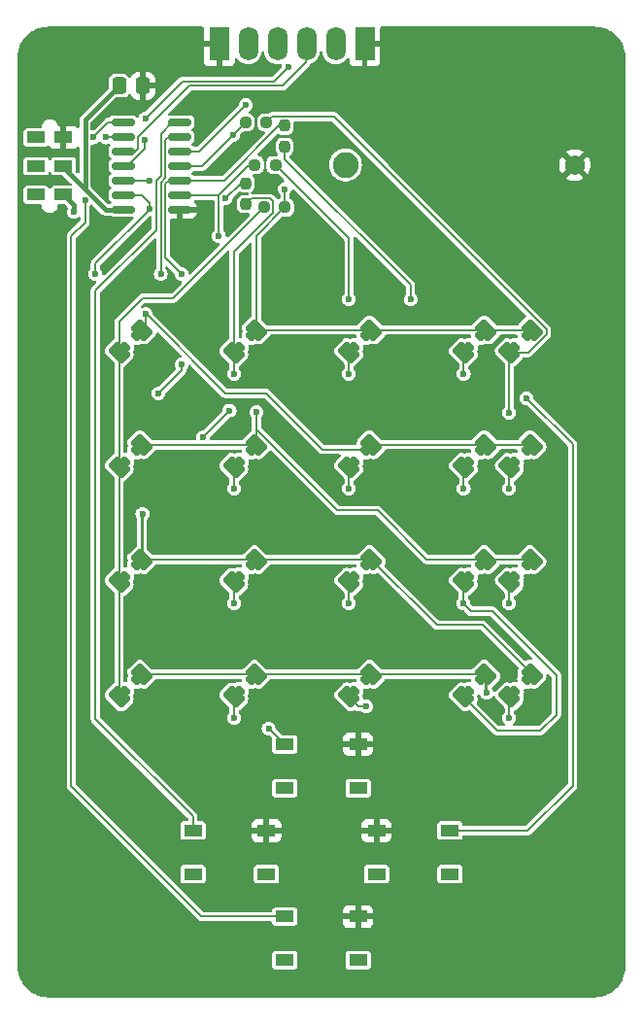
<source format=gbr>
%TF.GenerationSoftware,KiCad,Pcbnew,8.0.5*%
%TF.CreationDate,2025-05-11T18:39:50-04:00*%
%TF.ProjectId,Business_Card,42757369-6e65-4737-935f-436172642e6b,rev?*%
%TF.SameCoordinates,Original*%
%TF.FileFunction,Copper,L2,Bot*%
%TF.FilePolarity,Positive*%
%FSLAX46Y46*%
G04 Gerber Fmt 4.6, Leading zero omitted, Abs format (unit mm)*
G04 Created by KiCad (PCBNEW 8.0.5) date 2025-05-11 18:39:50*
%MOMM*%
%LPD*%
G01*
G04 APERTURE LIST*
G04 Aperture macros list*
%AMRoundRect*
0 Rectangle with rounded corners*
0 $1 Rounding radius*
0 $2 $3 $4 $5 $6 $7 $8 $9 X,Y pos of 4 corners*
0 Add a 4 corners polygon primitive as box body*
4,1,4,$2,$3,$4,$5,$6,$7,$8,$9,$2,$3,0*
0 Add four circle primitives for the rounded corners*
1,1,$1+$1,$2,$3*
1,1,$1+$1,$4,$5*
1,1,$1+$1,$6,$7*
1,1,$1+$1,$8,$9*
0 Add four rect primitives between the rounded corners*
20,1,$1+$1,$2,$3,$4,$5,0*
20,1,$1+$1,$4,$5,$6,$7,0*
20,1,$1+$1,$6,$7,$8,$9,0*
20,1,$1+$1,$8,$9,$2,$3,0*%
G04 Aperture macros list end*
%TA.AperFunction,ComponentPad*%
%ADD10O,1.710000X2.920000*%
%TD*%
%TA.AperFunction,ComponentPad*%
%ADD11O,1.700000X2.920000*%
%TD*%
%TA.AperFunction,ComponentPad*%
%ADD12R,1.700000X2.920000*%
%TD*%
%TA.AperFunction,SMDPad,CuDef*%
%ADD13RoundRect,0.250000X-0.176777X0.707107X-0.707107X0.176777X0.176777X-0.707107X0.707107X-0.176777X0*%
%TD*%
%TA.AperFunction,SMDPad,CuDef*%
%ADD14RoundRect,0.218750X-0.026517X0.335876X-0.335876X0.026517X0.026517X-0.335876X0.335876X-0.026517X0*%
%TD*%
%TA.AperFunction,SMDPad,CuDef*%
%ADD15RoundRect,0.237500X0.237500X-0.250000X0.237500X0.250000X-0.237500X0.250000X-0.237500X-0.250000X0*%
%TD*%
%TA.AperFunction,SMDPad,CuDef*%
%ADD16RoundRect,0.237500X-0.250000X-0.237500X0.250000X-0.237500X0.250000X0.237500X-0.250000X0.237500X0*%
%TD*%
%TA.AperFunction,SMDPad,CuDef*%
%ADD17R,1.600000X1.000000*%
%TD*%
%TA.AperFunction,SMDPad,CuDef*%
%ADD18R,1.600200X0.990600*%
%TD*%
%TA.AperFunction,SMDPad,CuDef*%
%ADD19RoundRect,0.150000X-0.825000X-0.150000X0.825000X-0.150000X0.825000X0.150000X-0.825000X0.150000X0*%
%TD*%
%TA.AperFunction,SMDPad,CuDef*%
%ADD20RoundRect,0.237500X0.250000X0.237500X-0.250000X0.237500X-0.250000X-0.237500X0.250000X-0.237500X0*%
%TD*%
%TA.AperFunction,ComponentPad*%
%ADD21C,1.755000*%
%TD*%
%TA.AperFunction,ComponentPad*%
%ADD22C,2.250000*%
%TD*%
%TA.AperFunction,SMDPad,CuDef*%
%ADD23RoundRect,0.250000X0.337500X0.475000X-0.337500X0.475000X-0.337500X-0.475000X0.337500X-0.475000X0*%
%TD*%
%TA.AperFunction,ViaPad*%
%ADD24C,0.600000*%
%TD*%
%TA.AperFunction,Conductor*%
%ADD25C,0.200000*%
%TD*%
%TA.AperFunction,Conductor*%
%ADD26C,0.400000*%
%TD*%
G04 APERTURE END LIST*
D10*
%TO.P,J1,3,Pin_3*%
%TO.N,/UPDI*%
X134275000Y-34860000D03*
D11*
%TO.P,J1,2,Pin_2*%
%TO.N,+3.3V*%
X131740000Y-34860000D03*
D12*
%TO.P,J1,1,Pin_1*%
%TO.N,GND*%
X129200000Y-34860000D03*
%TD*%
D13*
%TO.P,D10,2,A*%
%TO.N,Net-(D10-A)*%
X140470761Y-81760660D03*
D14*
X140912703Y-81318718D03*
%TO.P,D10,1,K*%
%TO.N,/X2*%
X142026396Y-80205025D03*
D13*
X142450660Y-79780761D03*
%TD*%
D15*
%TO.P,R4,2*%
%TO.N,/X4*%
X131500000Y-46987500D03*
%TO.P,R4,1*%
%TO.N,Net-(D13-A)*%
X131500000Y-48812500D03*
%TD*%
D13*
%TO.P,D9,2,A*%
%TO.N,Net-(D10-A)*%
X140470761Y-91760660D03*
D14*
X140912703Y-91318718D03*
%TO.P,D9,1,K*%
%TO.N,/X1*%
X142026396Y-90205025D03*
D13*
X142450660Y-89780761D03*
%TD*%
%TO.P,D20,2,A*%
%TO.N,Net-(D17-A)*%
X120470761Y-61760660D03*
D14*
X120912703Y-61318718D03*
%TO.P,D20,1,K*%
%TO.N,/X4*%
X122026396Y-60205025D03*
D13*
X122450660Y-59780761D03*
%TD*%
%TO.P,D15,2,A*%
%TO.N,Net-(D13-A)*%
X130470761Y-71760660D03*
D14*
X130912703Y-71318718D03*
%TO.P,D15,1,K*%
%TO.N,/X3*%
X132026396Y-70205025D03*
D13*
X132450660Y-69780761D03*
%TD*%
%TO.P,D8,2,A*%
%TO.N,Net-(D5-A)*%
X150470761Y-61760660D03*
D14*
X150912703Y-61318718D03*
%TO.P,D8,1,K*%
%TO.N,/X5*%
X152026396Y-60205025D03*
D13*
X152450660Y-59780761D03*
%TD*%
D15*
%TO.P,R2,2*%
%TO.N,/X2*%
X134900000Y-41987500D03*
%TO.P,R2,1*%
%TO.N,Net-(D5-A)*%
X134900000Y-43812500D03*
%TD*%
D16*
%TO.P,R5,2*%
%TO.N,/X5*%
X134912500Y-49100000D03*
%TO.P,R5,1*%
%TO.N,Net-(D17-A)*%
X133087500Y-49100000D03*
%TD*%
D13*
%TO.P,D14,2,A*%
%TO.N,Net-(D13-A)*%
X130470761Y-81760660D03*
D14*
X130912703Y-81318718D03*
%TO.P,D14,1,K*%
%TO.N,/X2*%
X132026396Y-80205025D03*
D13*
X132450660Y-79780761D03*
%TD*%
D17*
%TO.P,SW2,4*%
%TO.N,N/C*%
X126900000Y-107200000D03*
%TO.P,SW2,3*%
X133300000Y-107200000D03*
%TO.P,SW2,2,2*%
%TO.N,/SW_RIGHT*%
X126900000Y-103400000D03*
%TO.P,SW2,1,1*%
%TO.N,GND*%
X133300000Y-103400000D03*
%TD*%
D13*
%TO.P,D11,2,A*%
%TO.N,Net-(D10-A)*%
X140470761Y-71760660D03*
D14*
X140912703Y-71318718D03*
%TO.P,D11,1,K*%
%TO.N,/X4*%
X142026396Y-70205025D03*
D13*
X142450660Y-69780761D03*
%TD*%
%TO.P,D2,2,A*%
%TO.N,Net-(D1-A)*%
X154470761Y-81760660D03*
D14*
X154912703Y-81318718D03*
%TO.P,D2,1,K*%
%TO.N,/X3*%
X156026396Y-80205025D03*
D13*
X156450660Y-79780761D03*
%TD*%
%TO.P,D17,2,A*%
%TO.N,Net-(D17-A)*%
X120470761Y-91760660D03*
D14*
X120912703Y-91318718D03*
%TO.P,D17,1,K*%
%TO.N,/X1*%
X122026396Y-90205025D03*
D13*
X122450660Y-89780761D03*
%TD*%
D18*
%TO.P,SSW1,6,C*%
%TO.N,unconnected-(SSW1-C-Pad6)*%
X113225900Y-48000000D03*
%TO.P,SSW1,5,B*%
%TO.N,unconnected-(SSW1-B-Pad5)*%
X113225900Y-45500000D03*
%TO.P,SSW1,4,A*%
%TO.N,unconnected-(SSW1-A-Pad4)*%
X113225900Y-43000000D03*
%TO.P,SSW1,3,C*%
%TO.N,GND*%
X115625900Y-43000000D03*
%TO.P,SSW1,2,B*%
%TO.N,+3.3V_SW*%
X115625900Y-45500000D03*
%TO.P,SSW1,1,A*%
%TO.N,+3.3V*%
X115625900Y-48000000D03*
%TD*%
D19*
%TO.P,U1,14,GND*%
%TO.N,GND*%
X125775000Y-49310000D03*
%TO.P,U1,13,PA3*%
%TO.N,/X3*%
X125775000Y-48040000D03*
%TO.P,U1,12,PA2*%
%TO.N,/X2*%
X125775000Y-46770000D03*
%TO.P,U1,11,PA1*%
%TO.N,/X1*%
X125775000Y-45500000D03*
%TO.P,U1,10,~{RESET}/PA0*%
%TO.N,/UPDI*%
X125775000Y-44230000D03*
%TO.P,U1,9,PB0*%
%TO.N,/SW_UP*%
X125775000Y-42960000D03*
%TO.P,U1,8,PB1*%
%TO.N,/SW_RIGHT*%
X125775000Y-41690000D03*
%TO.P,U1,7,PB2*%
%TO.N,/SW_DOWN*%
X120825000Y-41690000D03*
%TO.P,U1,6,PB3*%
%TO.N,/SW_LEFT*%
X120825000Y-42960000D03*
%TO.P,U1,5,PA7*%
%TO.N,/EXP2*%
X120825000Y-44230000D03*
%TO.P,U1,4,PA6*%
%TO.N,/EXP1*%
X120825000Y-45500000D03*
%TO.P,U1,3,PA5*%
%TO.N,/X5*%
X120825000Y-46770000D03*
%TO.P,U1,2,PA4*%
%TO.N,/X4*%
X120825000Y-48040000D03*
%TO.P,U1,1,VCC*%
%TO.N,+3.3V_SW*%
X120825000Y-49310000D03*
%TD*%
D10*
%TO.P,J2,3,Pin_3*%
%TO.N,/EXP2*%
X136805000Y-34860000D03*
D11*
%TO.P,J2,2,Pin_2*%
%TO.N,/EXP1*%
X139340000Y-34860000D03*
D12*
%TO.P,J2,1,Pin_1*%
%TO.N,GND*%
X141880000Y-34860000D03*
%TD*%
D20*
%TO.P,R3,2*%
%TO.N,/X3*%
X132287500Y-45400000D03*
%TO.P,R3,1*%
%TO.N,Net-(D10-A)*%
X134112500Y-45400000D03*
%TD*%
D13*
%TO.P,D6,2,A*%
%TO.N,Net-(D5-A)*%
X150470761Y-81760660D03*
D14*
X150912703Y-81318718D03*
%TO.P,D6,1,K*%
%TO.N,/X3*%
X152026396Y-80205025D03*
D13*
X152450660Y-79780761D03*
%TD*%
D17*
%TO.P,SW4,4*%
%TO.N,N/C*%
X142900000Y-107200000D03*
%TO.P,SW4,3*%
X149300000Y-107200000D03*
%TO.P,SW4,2,2*%
%TO.N,GND*%
X142900000Y-103400000D03*
%TO.P,SW4,1,1*%
%TO.N,/SW_LEFT*%
X149300000Y-103400000D03*
%TD*%
D13*
%TO.P,D3,2,A*%
%TO.N,Net-(D1-A)*%
X154470761Y-71760660D03*
D14*
X154912703Y-71318718D03*
%TO.P,D3,1,K*%
%TO.N,/X4*%
X156026396Y-70205025D03*
D13*
X156450660Y-69780761D03*
%TD*%
D17*
%TO.P,SW3,4*%
%TO.N,N/C*%
X134900000Y-114700000D03*
%TO.P,SW3,3*%
X141300000Y-114700000D03*
%TO.P,SW3,2,2*%
%TO.N,/SW_DOWN*%
X134900000Y-110900000D03*
%TO.P,SW3,1,1*%
%TO.N,GND*%
X141300000Y-110900000D03*
%TD*%
D13*
%TO.P,D16,2,A*%
%TO.N,Net-(D13-A)*%
X130470761Y-61760660D03*
D14*
X130912703Y-61318718D03*
%TO.P,D16,1,K*%
%TO.N,/X5*%
X132026396Y-60205025D03*
D13*
X132450660Y-59780761D03*
%TD*%
%TO.P,D12,2,A*%
%TO.N,Net-(D10-A)*%
X140470761Y-61760660D03*
D14*
X140912703Y-61318718D03*
%TO.P,D12,1,K*%
%TO.N,/X5*%
X142026396Y-60205025D03*
D13*
X142450660Y-59780761D03*
%TD*%
D21*
%TO.P,BT1,-*%
%TO.N,GND*%
X160200000Y-45400000D03*
D22*
%TO.P,BT1,+*%
%TO.N,+3.3V*%
X140200000Y-45400000D03*
%TD*%
D13*
%TO.P,D1,2,A*%
%TO.N,Net-(D1-A)*%
X154470761Y-91760660D03*
D14*
X154912703Y-91318718D03*
%TO.P,D1,1,K*%
%TO.N,/X2*%
X156026396Y-90205025D03*
D13*
X156450660Y-89780761D03*
%TD*%
%TO.P,D5,2,A*%
%TO.N,Net-(D5-A)*%
X150470761Y-91760660D03*
D14*
X150912703Y-91318718D03*
%TO.P,D5,1,K*%
%TO.N,/X1*%
X152026396Y-90205025D03*
D13*
X152450660Y-89780761D03*
%TD*%
%TO.P,D7,2,A*%
%TO.N,Net-(D5-A)*%
X150470761Y-71760660D03*
D14*
X150912703Y-71318718D03*
%TO.P,D7,1,K*%
%TO.N,/X4*%
X152026396Y-70205025D03*
D13*
X152450660Y-69780761D03*
%TD*%
D20*
%TO.P,R1,2*%
%TO.N,/X1*%
X131487500Y-41700000D03*
%TO.P,R1,1*%
%TO.N,Net-(D1-A)*%
X133312500Y-41700000D03*
%TD*%
D23*
%TO.P,C1,1*%
%TO.N,GND*%
X122537500Y-38500000D03*
%TO.P,C1,2*%
%TO.N,+3.3V_SW*%
X120462500Y-38500000D03*
%TD*%
D13*
%TO.P,D19,2,A*%
%TO.N,Net-(D17-A)*%
X120470761Y-71760660D03*
D14*
X120912703Y-71318718D03*
%TO.P,D19,1,K*%
%TO.N,/X3*%
X122026396Y-70205025D03*
D13*
X122450660Y-69780761D03*
%TD*%
%TO.P,D13,2,A*%
%TO.N,Net-(D13-A)*%
X130470761Y-91760660D03*
D14*
X130912703Y-91318718D03*
%TO.P,D13,1,K*%
%TO.N,/X1*%
X132026396Y-90205025D03*
D13*
X132450660Y-89780761D03*
%TD*%
%TO.P,D4,2,A*%
%TO.N,Net-(D1-A)*%
X154470761Y-61760660D03*
D14*
X154912703Y-61318718D03*
%TO.P,D4,1,K*%
%TO.N,/X5*%
X156026396Y-60205025D03*
D13*
X156450660Y-59780761D03*
%TD*%
D17*
%TO.P,SW1,4*%
%TO.N,N/C*%
X134900000Y-99700000D03*
%TO.P,SW1,3*%
X141300000Y-99700000D03*
%TO.P,SW1,2,2*%
%TO.N,/SW_UP*%
X134900000Y-95900000D03*
%TO.P,SW1,1,1*%
%TO.N,GND*%
X141300000Y-95900000D03*
%TD*%
D13*
%TO.P,D18,2,A*%
%TO.N,Net-(D17-A)*%
X120470761Y-81760660D03*
D14*
X120912703Y-81318718D03*
%TO.P,D18,1,K*%
%TO.N,/X2*%
X122026396Y-80205025D03*
D13*
X122450660Y-79780761D03*
%TD*%
D24*
%TO.N,GND*%
X128500000Y-49800000D03*
X125900000Y-52400000D03*
X160900000Y-70600000D03*
X114000000Y-35400000D03*
%TO.N,Net-(D1-A)*%
X154470761Y-73600000D03*
X154470761Y-67000000D03*
X154470761Y-83600000D03*
X154470761Y-93600000D03*
%TO.N,/X1*%
X152500000Y-91400000D03*
X130393750Y-42793750D03*
%TO.N,/X2*%
X122500000Y-75800000D03*
X123900000Y-65300000D03*
X125900000Y-62800000D03*
X125900000Y-54900000D03*
%TO.N,/X3*%
X129163012Y-51600000D03*
X132450660Y-66950660D03*
%TO.N,/X4*%
X118400000Y-54900000D03*
X122800000Y-58400000D03*
X129763012Y-48285518D03*
X123100000Y-49250000D03*
%TO.N,Net-(D5-A)*%
X145875000Y-57125000D03*
X150500000Y-73600000D03*
X150500000Y-63600000D03*
X150470761Y-83600000D03*
%TO.N,Net-(D10-A)*%
X140500000Y-57100000D03*
X140500000Y-83600000D03*
X140500000Y-63600000D03*
X142000000Y-92600000D03*
X140500000Y-73600000D03*
%TO.N,Net-(D13-A)*%
X130100000Y-66800000D03*
X130500000Y-63600000D03*
X130500000Y-93600000D03*
X130500000Y-83600000D03*
X130500000Y-73600000D03*
X127800000Y-69100000D03*
%TO.N,/EXP1*%
X122724265Y-43224265D03*
X122750000Y-41350000D03*
X135250000Y-36900000D03*
%TO.N,GND*%
X131800000Y-42800000D03*
X156200000Y-93600000D03*
X153300000Y-93600000D03*
X130200000Y-49300000D03*
X128800000Y-60300000D03*
X157800000Y-80900000D03*
X122500000Y-64100000D03*
X158700000Y-73900000D03*
X124200000Y-87900000D03*
X127500000Y-42600000D03*
X149600000Y-55500000D03*
X131500000Y-55400000D03*
X133400000Y-47500000D03*
X118400000Y-52200000D03*
X119300000Y-45500000D03*
X121400000Y-52200000D03*
X135400000Y-53900000D03*
X125100000Y-75900000D03*
%TO.N,+3.3V*%
X116500000Y-49500000D03*
%TO.N,/X5*%
X134912500Y-47500000D03*
X123100000Y-46800000D03*
%TO.N,/SW_UP*%
X124100000Y-54900000D03*
X133500000Y-94500000D03*
%TO.N,/UPDI*%
X131500000Y-40200000D03*
%TO.N,/SW_DOWN*%
X117500000Y-48500000D03*
X118200000Y-43000000D03*
%TO.N,/SW_LEFT*%
X155975000Y-65725000D03*
X119300000Y-43000000D03*
%TD*%
D25*
%TO.N,Net-(D1-A)*%
X154470761Y-83600000D02*
X154470761Y-81760660D01*
X156132463Y-61760660D02*
X157712665Y-60180458D01*
X154470761Y-73600000D02*
X154470761Y-71760660D01*
X157712665Y-59712665D02*
X139200000Y-41200000D01*
X139200000Y-41200000D02*
X133812500Y-41200000D01*
X133812500Y-41200000D02*
X133312500Y-41700000D01*
X154470761Y-61760660D02*
X156132463Y-61760660D01*
X154470761Y-93600000D02*
X154470761Y-91760660D01*
X154470761Y-67000000D02*
X154470761Y-61760660D01*
X157712665Y-60180458D02*
X157712665Y-59712665D01*
%TO.N,/X1*%
X152450660Y-89780761D02*
X142450660Y-89780761D01*
X152450660Y-91350660D02*
X152450660Y-89780761D01*
X152500000Y-89830101D02*
X152450660Y-89780761D01*
X132450660Y-89780761D02*
X122450660Y-89780761D01*
X152500000Y-91400000D02*
X152450660Y-91350660D01*
X127687500Y-45500000D02*
X125775000Y-45500000D01*
X130393750Y-42793750D02*
X131487500Y-41700000D01*
X142450660Y-89780761D02*
X132450660Y-89780761D01*
X152500000Y-91400000D02*
X152500000Y-89830101D01*
X130393750Y-42793750D02*
X127687500Y-45500000D01*
%TO.N,/X2*%
X134900000Y-41987500D02*
X134425000Y-41987500D01*
X125900000Y-63300000D02*
X125900000Y-62800000D01*
X124800001Y-46770000D02*
X125775000Y-46770000D01*
X124500000Y-53500000D02*
X124500000Y-47070001D01*
X122500000Y-75800000D02*
X122450660Y-75849340D01*
X125900000Y-54900000D02*
X124500000Y-53500000D01*
X134425000Y-41987500D02*
X129642500Y-46770000D01*
X129642500Y-46770000D02*
X125775000Y-46770000D01*
X123900000Y-65300000D02*
X125900000Y-63300000D01*
X152169899Y-85500000D02*
X148169899Y-85500000D01*
X122450660Y-75849340D02*
X122450660Y-79780761D01*
X132450660Y-79780761D02*
X142450660Y-79780761D01*
X124500000Y-47070001D02*
X124800001Y-46770000D01*
X148169899Y-85500000D02*
X142450660Y-79780761D01*
X122500000Y-79780761D02*
X132450660Y-79780761D01*
X122500000Y-75800000D02*
X122500000Y-79780761D01*
X156450660Y-89780761D02*
X152169899Y-85500000D01*
%TO.N,/X3*%
X143000000Y-75500000D02*
X147280761Y-79780761D01*
X132450660Y-69780761D02*
X132450660Y-68450660D01*
X129163012Y-48043012D02*
X129160000Y-48040000D01*
X139500000Y-75500000D02*
X143000000Y-75500000D01*
X147280761Y-79780761D02*
X152450660Y-79780761D01*
X129160000Y-48040000D02*
X125775000Y-48040000D01*
X131800000Y-45400000D02*
X129160000Y-48040000D01*
X132431421Y-69800000D02*
X122469899Y-69800000D01*
X156450660Y-79780761D02*
X152450660Y-79780761D01*
X132450660Y-68450660D02*
X139500000Y-75500000D01*
X132450660Y-66950660D02*
X132450660Y-68450660D01*
X132287500Y-45400000D02*
X131800000Y-45400000D01*
X122469899Y-69800000D02*
X122450660Y-69780761D01*
X129163012Y-51600000D02*
X129163012Y-48043012D01*
%TO.N,/X4*%
X122800000Y-58400000D02*
X122800000Y-59431421D01*
X122440000Y-48040000D02*
X120825000Y-48040000D01*
X122800000Y-59431421D02*
X122450660Y-59780761D01*
X129750000Y-65300000D02*
X133300000Y-65300000D01*
X129763012Y-48285518D02*
X131061030Y-46987500D01*
X122850000Y-58400000D02*
X129750000Y-65300000D01*
X123100000Y-49250000D02*
X123100000Y-48700000D01*
X122800000Y-58400000D02*
X122850000Y-58400000D01*
X123100000Y-48700000D02*
X122440000Y-48040000D01*
X156450660Y-69780761D02*
X152450660Y-69780761D01*
X118400000Y-54900000D02*
X118400000Y-54000000D01*
X152450660Y-69780761D02*
X142450660Y-69780761D01*
X138205025Y-70205025D02*
X142026396Y-70205025D01*
X118400000Y-54000000D02*
X123100000Y-49300000D01*
X133300000Y-65300000D02*
X138205025Y-70205025D01*
X123100000Y-49300000D02*
X123100000Y-49250000D01*
X131061030Y-46987500D02*
X131500000Y-46987500D01*
%TO.N,Net-(D5-A)*%
X151170761Y-84300000D02*
X153010101Y-84300000D01*
X145875000Y-57125000D02*
X145875000Y-55875000D01*
X157200000Y-94700000D02*
X153410101Y-94700000D01*
X150470761Y-83600000D02*
X150470761Y-81760660D01*
X158600000Y-93300000D02*
X157200000Y-94700000D01*
X150500000Y-63600000D02*
X150500000Y-61789899D01*
X153010101Y-84300000D02*
X158600000Y-89889899D01*
X150500000Y-71789899D02*
X150470761Y-71760660D01*
X150500000Y-61789899D02*
X150470761Y-61760660D01*
X158600000Y-89889899D02*
X158600000Y-93300000D01*
X150500000Y-73600000D02*
X150500000Y-71789899D01*
X153410101Y-94700000D02*
X150470761Y-91760660D01*
X145875000Y-55875000D02*
X134900000Y-44900000D01*
X134900000Y-44900000D02*
X134900000Y-43812500D01*
X150470761Y-83600000D02*
X151170761Y-84300000D01*
%TO.N,Net-(D10-A)*%
X140500000Y-71789899D02*
X140470761Y-71760660D01*
X142000000Y-92600000D02*
X141310101Y-92600000D01*
X141310101Y-92600000D02*
X140470761Y-91760660D01*
X140500000Y-57100000D02*
X140500000Y-51787500D01*
X140500000Y-73600000D02*
X140500000Y-71789899D01*
X140500000Y-51787500D02*
X134112500Y-45400000D01*
X140500000Y-83600000D02*
X140500000Y-81789899D01*
X140500000Y-63600000D02*
X140500000Y-61789899D01*
X140500000Y-61789899D02*
X140470761Y-61760660D01*
X140500000Y-81789899D02*
X140470761Y-81760660D01*
%TO.N,Net-(D13-A)*%
X130500000Y-61789899D02*
X130470761Y-61760660D01*
X130100000Y-66800000D02*
X127800000Y-69100000D01*
X130500000Y-63600000D02*
X130500000Y-61789899D01*
X130470761Y-61760660D02*
X130470761Y-52976053D01*
X130500000Y-71789899D02*
X130470761Y-71760660D01*
X130500000Y-73600000D02*
X130500000Y-71789899D01*
X130470761Y-52976053D02*
X133875000Y-49571814D01*
X130500000Y-83600000D02*
X130500000Y-81789899D01*
X131987500Y-48325000D02*
X131500000Y-48812500D01*
X130500000Y-93600000D02*
X130500000Y-91789899D01*
X133875000Y-49571814D02*
X133875000Y-48575000D01*
X133625000Y-48325000D02*
X131987500Y-48325000D01*
X130500000Y-81789899D02*
X130470761Y-81760660D01*
X130500000Y-91789899D02*
X130470761Y-91760660D01*
X133875000Y-48575000D02*
X133625000Y-48325000D01*
%TO.N,Net-(D17-A)*%
X120470761Y-71760660D02*
X120470761Y-81760660D01*
X120470761Y-61760660D02*
X120470761Y-59029239D01*
X125187500Y-57000000D02*
X133087500Y-49100000D01*
X120470761Y-61760660D02*
X120470761Y-71760660D01*
X120470761Y-59029239D02*
X122500000Y-57000000D01*
X122500000Y-57000000D02*
X125187500Y-57000000D01*
X120470761Y-91760660D02*
X120470761Y-81760660D01*
%TO.N,/EXP2*%
X134750000Y-38500000D02*
X136770000Y-36480000D01*
X121870000Y-44230000D02*
X122100000Y-44000000D01*
X120825000Y-44230000D02*
X121870000Y-44230000D01*
X126600000Y-38500000D02*
X134750000Y-38500000D01*
X122100000Y-44000000D02*
X122100000Y-43000000D01*
X122100000Y-43000000D02*
X126600000Y-38500000D01*
X136770000Y-36480000D02*
X136770000Y-34000000D01*
%TO.N,/EXP1*%
X122750000Y-41350000D02*
X126000000Y-38100000D01*
X134000000Y-38100000D02*
X135200000Y-36900000D01*
X135200000Y-36900000D02*
X135250000Y-36900000D01*
X122724265Y-43224265D02*
X122724265Y-43946287D01*
X126000000Y-38100000D02*
X134000000Y-38100000D01*
X121170552Y-45500000D02*
X120825000Y-45500000D01*
X122724265Y-43946287D02*
X121170552Y-45500000D01*
D26*
%TO.N,+3.3V*%
X116500000Y-48874100D02*
X115625900Y-48000000D01*
X116500000Y-49500000D02*
X116500000Y-48874100D01*
D25*
%TO.N,/X5*%
X123100000Y-46800000D02*
X120855000Y-46800000D01*
X120855000Y-46800000D02*
X120825000Y-46770000D01*
X152450660Y-59780761D02*
X142450660Y-59780761D01*
X132450660Y-59780761D02*
X142450660Y-59780761D01*
X152450660Y-59780761D02*
X156450660Y-59780761D01*
X132450660Y-51561840D02*
X134912500Y-49100000D01*
X134912500Y-47500000D02*
X134912500Y-49100000D01*
X132450660Y-59780761D02*
X132450660Y-51561840D01*
%TO.N,/SW_UP*%
X124500000Y-46504315D02*
X124500000Y-43260001D01*
X133500000Y-94500000D02*
X134900000Y-95900000D01*
X124100000Y-54900000D02*
X124100000Y-46904315D01*
X124500000Y-43260001D02*
X124800001Y-42960000D01*
X124100000Y-46904315D02*
X124500000Y-46504315D01*
X124800001Y-42960000D02*
X125775000Y-42960000D01*
%TO.N,/UPDI*%
X127470000Y-44230000D02*
X125775000Y-44230000D01*
X131500000Y-40200000D02*
X127470000Y-44230000D01*
%TO.N,/SW_RIGHT*%
X118400000Y-93650000D02*
X118400000Y-56350000D01*
X123700000Y-51050000D02*
X123700000Y-46738630D01*
X118400000Y-56350000D02*
X123700000Y-51050000D01*
X126900000Y-103400000D02*
X126900000Y-102150000D01*
X125110000Y-41690000D02*
X125775000Y-41690000D01*
X124100000Y-46338630D02*
X124100000Y-42700000D01*
X126900000Y-102150000D02*
X118400000Y-93650000D01*
X124100000Y-42700000D02*
X125110000Y-41690000D01*
X123700000Y-46738630D02*
X124100000Y-46338630D01*
%TO.N,/SW_DOWN*%
X117500000Y-50400000D02*
X117500000Y-48500000D01*
X116300000Y-51600000D02*
X117500000Y-50400000D01*
X116300000Y-99550000D02*
X116300000Y-51600000D01*
X118200000Y-43000000D02*
X119510000Y-41690000D01*
X134900000Y-110900000D02*
X127650000Y-110900000D01*
X119510000Y-41690000D02*
X120825000Y-41690000D01*
X127650000Y-110900000D02*
X116300000Y-99550000D01*
%TO.N,/SW_LEFT*%
X156100000Y-103400000D02*
X149300000Y-103400000D01*
X120785000Y-43000000D02*
X120825000Y-42960000D01*
X160000000Y-69750000D02*
X160000000Y-99500000D01*
X155975000Y-65725000D02*
X160000000Y-69750000D01*
X119300000Y-43000000D02*
X120785000Y-43000000D01*
X160000000Y-99500000D02*
X156100000Y-103400000D01*
D26*
%TO.N,+3.3V_SW*%
X115625900Y-45625900D02*
X117500000Y-47500000D01*
X119310000Y-49310000D02*
X120825000Y-49310000D01*
X115625900Y-45500000D02*
X115625900Y-45625900D01*
X117500000Y-47500000D02*
X119310000Y-49310000D01*
X117500000Y-47500000D02*
X117500000Y-41462500D01*
X117500000Y-41462500D02*
X120062500Y-38900000D01*
X120062500Y-38900000D02*
X120462500Y-38900000D01*
%TD*%
%TA.AperFunction,Conductor*%
%TO.N,GND*%
G36*
X127793039Y-33359525D02*
G01*
X127838794Y-33412329D01*
X127850000Y-33463840D01*
X127850000Y-34610000D01*
X128852894Y-34610000D01*
X128892993Y-34650099D01*
X129007007Y-34715925D01*
X129134174Y-34750000D01*
X129265826Y-34750000D01*
X129392993Y-34715925D01*
X129440145Y-34688701D01*
X129450000Y-34734000D01*
X129450000Y-36820000D01*
X130097828Y-36820000D01*
X130097844Y-36819999D01*
X130157372Y-36813598D01*
X130157379Y-36813596D01*
X130292086Y-36763354D01*
X130292093Y-36763350D01*
X130407187Y-36677190D01*
X130407190Y-36677187D01*
X130493350Y-36562093D01*
X130493354Y-36562086D01*
X130543596Y-36427379D01*
X130543598Y-36427372D01*
X130549999Y-36367844D01*
X130550000Y-36367827D01*
X130550000Y-36171087D01*
X130569685Y-36104048D01*
X130622489Y-36058293D01*
X130691647Y-36048349D01*
X130755203Y-36077374D01*
X130774318Y-36098202D01*
X130862441Y-36219495D01*
X130990500Y-36347554D01*
X130990505Y-36347558D01*
X131100361Y-36427372D01*
X131137006Y-36453996D01*
X131238869Y-36505898D01*
X131298360Y-36536211D01*
X131298363Y-36536212D01*
X131377997Y-36562086D01*
X131470591Y-36592171D01*
X131553429Y-36605291D01*
X131649449Y-36620500D01*
X131649454Y-36620500D01*
X131830551Y-36620500D01*
X131917259Y-36606765D01*
X132009409Y-36592171D01*
X132181639Y-36536211D01*
X132342994Y-36453996D01*
X132489501Y-36347553D01*
X132617553Y-36219501D01*
X132723996Y-36072994D01*
X132806211Y-35911639D01*
X132862171Y-35739409D01*
X132882891Y-35608586D01*
X132912820Y-35545452D01*
X132972131Y-35508520D01*
X133041994Y-35509518D01*
X133100227Y-35548127D01*
X133127837Y-35608585D01*
X133147952Y-35735581D01*
X133204157Y-35908562D01*
X133237219Y-35973448D01*
X133279045Y-36055536D01*
X133286730Y-36070617D01*
X133393628Y-36217751D01*
X133393632Y-36217756D01*
X133522243Y-36346367D01*
X133522248Y-36346371D01*
X133633747Y-36427379D01*
X133669386Y-36453272D01*
X133772645Y-36505885D01*
X133831437Y-36535842D01*
X133831439Y-36535842D01*
X133831442Y-36535844D01*
X133912207Y-36562086D01*
X134004419Y-36592048D01*
X134184055Y-36620500D01*
X134184060Y-36620500D01*
X134365945Y-36620500D01*
X134513310Y-36597159D01*
X134523961Y-36595472D01*
X134593254Y-36604426D01*
X134646706Y-36649422D01*
X134667346Y-36716174D01*
X134664999Y-36735046D01*
X134666017Y-36735180D01*
X134651435Y-36845933D01*
X134623168Y-36909830D01*
X134616177Y-36917428D01*
X133870426Y-37663181D01*
X133809103Y-37696666D01*
X133782745Y-37699500D01*
X125947273Y-37699500D01*
X125845410Y-37726793D01*
X125754087Y-37779520D01*
X125754084Y-37779522D01*
X122825008Y-40708597D01*
X122763685Y-40742082D01*
X122753513Y-40743855D01*
X122593238Y-40764956D01*
X122593237Y-40764956D01*
X122447160Y-40825463D01*
X122321718Y-40921718D01*
X122225463Y-41047160D01*
X122172293Y-41175523D01*
X122128451Y-41229927D01*
X122062157Y-41251991D01*
X121994458Y-41234711D01*
X121979709Y-41223254D01*
X121979626Y-41223368D01*
X121972150Y-41217851D01*
X121972150Y-41217850D01*
X121862882Y-41137207D01*
X121862880Y-41137206D01*
X121734700Y-41092353D01*
X121704270Y-41089500D01*
X121704266Y-41089500D01*
X119945734Y-41089500D01*
X119945730Y-41089500D01*
X119915300Y-41092353D01*
X119915298Y-41092353D01*
X119787119Y-41137206D01*
X119787117Y-41137207D01*
X119677850Y-41217850D01*
X119662142Y-41239134D01*
X119606494Y-41281385D01*
X119562372Y-41289500D01*
X119457273Y-41289500D01*
X119355411Y-41316793D01*
X119325745Y-41333922D01*
X119325742Y-41333923D01*
X119264093Y-41369515D01*
X119264085Y-41369521D01*
X119189518Y-41444089D01*
X118275008Y-42358597D01*
X118213685Y-42392082D01*
X118203512Y-42393855D01*
X118140685Y-42402126D01*
X118071649Y-42391360D01*
X118019394Y-42344980D01*
X118000500Y-42279187D01*
X118000500Y-41721175D01*
X118020185Y-41654136D01*
X118036819Y-41633494D01*
X120108494Y-39561819D01*
X120169817Y-39528334D01*
X120196175Y-39525500D01*
X120843097Y-39525500D01*
X120843102Y-39525500D01*
X120931564Y-39514877D01*
X121072342Y-39459361D01*
X121192922Y-39367922D01*
X121248892Y-39294115D01*
X121289486Y-39240584D01*
X121291317Y-39241972D01*
X121332607Y-39201689D01*
X121401058Y-39187682D01*
X121466216Y-39212905D01*
X121507394Y-39269351D01*
X121508391Y-39272241D01*
X121515640Y-39294115D01*
X121515643Y-39294124D01*
X121607684Y-39443345D01*
X121731654Y-39567315D01*
X121880875Y-39659356D01*
X121880880Y-39659358D01*
X122047302Y-39714505D01*
X122047309Y-39714506D01*
X122150019Y-39724999D01*
X122287499Y-39724999D01*
X122787500Y-39724999D01*
X122924972Y-39724999D01*
X122924986Y-39724998D01*
X123027697Y-39714505D01*
X123194119Y-39659358D01*
X123194124Y-39659356D01*
X123343345Y-39567315D01*
X123467315Y-39443345D01*
X123559356Y-39294124D01*
X123559358Y-39294119D01*
X123614505Y-39127697D01*
X123614506Y-39127690D01*
X123624999Y-39024986D01*
X123625000Y-39024973D01*
X123625000Y-38750000D01*
X122787500Y-38750000D01*
X122787500Y-39724999D01*
X122287499Y-39724999D01*
X122287500Y-39724998D01*
X122287500Y-38250000D01*
X122787500Y-38250000D01*
X123624999Y-38250000D01*
X123624999Y-37975028D01*
X123624998Y-37975013D01*
X123614505Y-37872302D01*
X123559358Y-37705880D01*
X123559356Y-37705875D01*
X123467315Y-37556654D01*
X123343345Y-37432684D01*
X123194124Y-37340643D01*
X123194119Y-37340641D01*
X123027697Y-37285494D01*
X123027690Y-37285493D01*
X122924986Y-37275000D01*
X122787500Y-37275000D01*
X122787500Y-38250000D01*
X122287500Y-38250000D01*
X122287500Y-37275000D01*
X122150027Y-37275000D01*
X122150012Y-37275001D01*
X122047302Y-37285494D01*
X121880880Y-37340641D01*
X121880875Y-37340643D01*
X121731654Y-37432684D01*
X121607684Y-37556654D01*
X121515643Y-37705875D01*
X121515640Y-37705884D01*
X121508391Y-37727759D01*
X121468618Y-37785203D01*
X121404102Y-37812025D01*
X121335326Y-37799709D01*
X121290834Y-37758393D01*
X121289486Y-37759416D01*
X121192922Y-37632077D01*
X121072343Y-37540639D01*
X120931561Y-37485122D01*
X120885926Y-37479642D01*
X120843102Y-37474500D01*
X120081898Y-37474500D01*
X120042853Y-37479188D01*
X119993438Y-37485122D01*
X119852656Y-37540639D01*
X119732077Y-37632077D01*
X119640639Y-37752656D01*
X119585122Y-37893438D01*
X119579188Y-37942853D01*
X119574500Y-37981898D01*
X119574500Y-37981903D01*
X119574500Y-38628823D01*
X119554815Y-38695862D01*
X119538181Y-38716504D01*
X117175244Y-41079440D01*
X117175245Y-41079441D01*
X117099500Y-41155186D01*
X117033608Y-41269312D01*
X116999500Y-41396608D01*
X116999500Y-42064460D01*
X116979815Y-42131499D01*
X116927011Y-42177254D01*
X116857853Y-42187198D01*
X116794297Y-42158173D01*
X116787819Y-42152141D01*
X116783187Y-42147509D01*
X116668093Y-42061349D01*
X116668086Y-42061345D01*
X116533379Y-42011103D01*
X116533372Y-42011101D01*
X116473844Y-42004700D01*
X115875900Y-42004700D01*
X115875900Y-43995300D01*
X116473828Y-43995300D01*
X116473844Y-43995299D01*
X116533372Y-43988898D01*
X116533379Y-43988896D01*
X116668086Y-43938654D01*
X116668093Y-43938650D01*
X116783187Y-43852490D01*
X116787819Y-43847859D01*
X116849142Y-43814374D01*
X116918834Y-43819358D01*
X116974767Y-43861230D01*
X116999184Y-43926694D01*
X116999500Y-43935540D01*
X116999500Y-45992324D01*
X116979815Y-46059363D01*
X116927011Y-46105118D01*
X116857853Y-46115062D01*
X116794297Y-46086037D01*
X116787819Y-46080005D01*
X116762818Y-46055004D01*
X116729333Y-45993681D01*
X116726499Y-45967323D01*
X116726499Y-44959843D01*
X116726499Y-44959836D01*
X116725497Y-44951195D01*
X116723586Y-44934712D01*
X116723585Y-44934710D01*
X116723585Y-44934709D01*
X116678206Y-44831935D01*
X116598765Y-44752494D01*
X116575313Y-44742139D01*
X116495992Y-44707115D01*
X116470865Y-44704200D01*
X114780943Y-44704200D01*
X114780917Y-44704202D01*
X114755812Y-44707113D01*
X114755808Y-44707115D01*
X114653035Y-44752493D01*
X114573595Y-44831933D01*
X114539333Y-44909527D01*
X114494246Y-44962903D01*
X114427459Y-44983429D01*
X114360178Y-44964590D01*
X114313762Y-44912366D01*
X114312500Y-44909604D01*
X114278206Y-44831935D01*
X114198765Y-44752494D01*
X114175313Y-44742139D01*
X114095992Y-44707115D01*
X114070865Y-44704200D01*
X112380943Y-44704200D01*
X112380917Y-44704202D01*
X112355812Y-44707113D01*
X112355808Y-44707115D01*
X112253035Y-44752493D01*
X112173594Y-44831934D01*
X112128215Y-44934706D01*
X112128215Y-44934708D01*
X112125300Y-44959831D01*
X112125300Y-46040156D01*
X112125302Y-46040182D01*
X112128213Y-46065287D01*
X112128215Y-46065291D01*
X112173593Y-46168064D01*
X112173594Y-46168065D01*
X112253035Y-46247506D01*
X112355809Y-46292885D01*
X112380935Y-46295800D01*
X114070864Y-46295799D01*
X114070879Y-46295797D01*
X114070882Y-46295797D01*
X114095987Y-46292886D01*
X114095988Y-46292885D01*
X114095991Y-46292885D01*
X114198765Y-46247506D01*
X114278206Y-46168065D01*
X114303464Y-46110862D01*
X114312466Y-46090474D01*
X114357552Y-46037097D01*
X114424338Y-46016570D01*
X114491620Y-46035408D01*
X114538036Y-46087632D01*
X114539334Y-46090474D01*
X114573593Y-46168064D01*
X114573594Y-46168065D01*
X114653035Y-46247506D01*
X114755809Y-46292885D01*
X114780935Y-46295800D01*
X115536623Y-46295799D01*
X115603662Y-46315483D01*
X115624304Y-46332118D01*
X116284705Y-46992519D01*
X116318190Y-47053842D01*
X116313206Y-47123534D01*
X116271334Y-47179467D01*
X116205870Y-47203884D01*
X116197024Y-47204200D01*
X114780943Y-47204200D01*
X114780917Y-47204202D01*
X114755812Y-47207113D01*
X114755808Y-47207115D01*
X114653035Y-47252493D01*
X114573595Y-47331933D01*
X114539333Y-47409527D01*
X114494246Y-47462903D01*
X114427459Y-47483429D01*
X114360178Y-47464590D01*
X114313762Y-47412366D01*
X114312500Y-47409604D01*
X114278206Y-47331935D01*
X114198765Y-47252494D01*
X114175336Y-47242149D01*
X114095992Y-47207115D01*
X114070865Y-47204200D01*
X112380943Y-47204200D01*
X112380917Y-47204202D01*
X112355812Y-47207113D01*
X112355808Y-47207115D01*
X112253035Y-47252493D01*
X112173594Y-47331934D01*
X112128215Y-47434706D01*
X112128215Y-47434708D01*
X112125300Y-47459831D01*
X112125300Y-48540156D01*
X112125302Y-48540182D01*
X112128213Y-48565287D01*
X112128215Y-48565291D01*
X112173593Y-48668064D01*
X112173594Y-48668065D01*
X112253035Y-48747506D01*
X112355809Y-48792885D01*
X112380935Y-48795800D01*
X113606900Y-48795799D01*
X113673939Y-48815484D01*
X113719694Y-48868287D01*
X113730900Y-48919799D01*
X113730900Y-48968454D01*
X113757606Y-49102714D01*
X113757608Y-49102722D01*
X113809999Y-49229204D01*
X113836107Y-49268278D01*
X113886059Y-49343037D01*
X113982860Y-49439838D01*
X113982863Y-49439840D01*
X114096694Y-49515899D01*
X114223176Y-49568290D01*
X114357443Y-49594997D01*
X114357447Y-49594998D01*
X114357448Y-49594998D01*
X114494353Y-49594998D01*
X114494354Y-49594997D01*
X114628624Y-49568290D01*
X114755106Y-49515899D01*
X114868937Y-49439840D01*
X114965742Y-49343035D01*
X115041801Y-49229204D01*
X115094192Y-49102722D01*
X115120900Y-48968450D01*
X115120900Y-48919799D01*
X115140585Y-48852760D01*
X115193389Y-48807005D01*
X115244900Y-48795799D01*
X115662523Y-48795799D01*
X115729562Y-48815484D01*
X115750204Y-48832118D01*
X115959347Y-49041261D01*
X115992832Y-49102584D01*
X115987848Y-49172276D01*
X115979054Y-49190940D01*
X115975465Y-49197156D01*
X115914956Y-49343237D01*
X115914955Y-49343239D01*
X115894318Y-49499998D01*
X115894318Y-49500001D01*
X115914955Y-49656760D01*
X115914956Y-49656762D01*
X115975464Y-49802841D01*
X116071718Y-49928282D01*
X116197159Y-50024536D01*
X116343238Y-50085044D01*
X116421619Y-50095363D01*
X116499999Y-50105682D01*
X116500000Y-50105682D01*
X116500001Y-50105682D01*
X116552254Y-50098802D01*
X116656762Y-50085044D01*
X116802841Y-50024536D01*
X116900014Y-49949972D01*
X116965182Y-49924778D01*
X117033627Y-49938816D01*
X117083617Y-49987630D01*
X117099500Y-50048348D01*
X117099500Y-50182745D01*
X117079815Y-50249784D01*
X117063181Y-50270426D01*
X115979522Y-51354084D01*
X115979520Y-51354087D01*
X115926791Y-51445414D01*
X115909725Y-51509111D01*
X115899500Y-51547271D01*
X115899500Y-99602726D01*
X115926793Y-99704589D01*
X115950652Y-99745912D01*
X115979520Y-99795913D01*
X127404087Y-111220480D01*
X127495412Y-111273207D01*
X127597273Y-111300500D01*
X127702727Y-111300500D01*
X133675501Y-111300500D01*
X133742540Y-111320185D01*
X133788295Y-111372989D01*
X133799501Y-111424500D01*
X133799501Y-111444856D01*
X133799502Y-111444882D01*
X133802413Y-111469987D01*
X133802415Y-111469991D01*
X133847793Y-111572764D01*
X133847794Y-111572765D01*
X133927235Y-111652206D01*
X134030009Y-111697585D01*
X134055135Y-111700500D01*
X135744864Y-111700499D01*
X135744879Y-111700497D01*
X135744882Y-111700497D01*
X135769987Y-111697586D01*
X135769988Y-111697585D01*
X135769991Y-111697585D01*
X135872765Y-111652206D01*
X135952206Y-111572765D01*
X135997585Y-111469991D01*
X136000154Y-111447844D01*
X140000000Y-111447844D01*
X140006401Y-111507372D01*
X140006403Y-111507379D01*
X140056645Y-111642086D01*
X140056649Y-111642093D01*
X140142809Y-111757187D01*
X140142812Y-111757190D01*
X140257906Y-111843350D01*
X140257913Y-111843354D01*
X140392620Y-111893596D01*
X140392627Y-111893598D01*
X140452155Y-111899999D01*
X140452172Y-111900000D01*
X141050000Y-111900000D01*
X141550000Y-111900000D01*
X142147828Y-111900000D01*
X142147844Y-111899999D01*
X142207372Y-111893598D01*
X142207379Y-111893596D01*
X142342086Y-111843354D01*
X142342093Y-111843350D01*
X142457187Y-111757190D01*
X142457190Y-111757187D01*
X142543350Y-111642093D01*
X142543354Y-111642086D01*
X142593596Y-111507379D01*
X142593598Y-111507372D01*
X142599999Y-111447844D01*
X142600000Y-111447827D01*
X142600000Y-111150000D01*
X141550000Y-111150000D01*
X141550000Y-111900000D01*
X141050000Y-111900000D01*
X141050000Y-111150000D01*
X140000000Y-111150000D01*
X140000000Y-111447844D01*
X136000154Y-111447844D01*
X136000500Y-111444865D01*
X136000499Y-110355136D01*
X136000497Y-110355117D01*
X136000154Y-110352155D01*
X140000000Y-110352155D01*
X140000000Y-110650000D01*
X141050000Y-110650000D01*
X141550000Y-110650000D01*
X142600000Y-110650000D01*
X142600000Y-110352172D01*
X142599999Y-110352155D01*
X142593598Y-110292627D01*
X142593596Y-110292620D01*
X142543354Y-110157913D01*
X142543350Y-110157906D01*
X142457190Y-110042812D01*
X142457187Y-110042809D01*
X142342093Y-109956649D01*
X142342086Y-109956645D01*
X142207379Y-109906403D01*
X142207372Y-109906401D01*
X142147844Y-109900000D01*
X141550000Y-109900000D01*
X141550000Y-110650000D01*
X141050000Y-110650000D01*
X141050000Y-109900000D01*
X140452155Y-109900000D01*
X140392627Y-109906401D01*
X140392620Y-109906403D01*
X140257913Y-109956645D01*
X140257906Y-109956649D01*
X140142812Y-110042809D01*
X140142809Y-110042812D01*
X140056649Y-110157906D01*
X140056645Y-110157913D01*
X140006403Y-110292620D01*
X140006401Y-110292627D01*
X140000000Y-110352155D01*
X136000154Y-110352155D01*
X135997586Y-110330012D01*
X135997585Y-110330010D01*
X135997585Y-110330009D01*
X135952206Y-110227235D01*
X135872765Y-110147794D01*
X135872763Y-110147793D01*
X135769992Y-110102415D01*
X135744865Y-110099500D01*
X134055143Y-110099500D01*
X134055117Y-110099502D01*
X134030012Y-110102413D01*
X134030008Y-110102415D01*
X133927235Y-110147793D01*
X133847794Y-110227234D01*
X133802415Y-110330006D01*
X133802415Y-110330008D01*
X133799500Y-110355131D01*
X133799500Y-110375500D01*
X133779815Y-110442539D01*
X133727011Y-110488294D01*
X133675500Y-110499500D01*
X127867255Y-110499500D01*
X127800216Y-110479815D01*
X127779574Y-110463181D01*
X123971524Y-106655131D01*
X125799500Y-106655131D01*
X125799500Y-107744856D01*
X125799502Y-107744882D01*
X125802413Y-107769987D01*
X125802415Y-107769991D01*
X125847793Y-107872764D01*
X125847794Y-107872765D01*
X125927235Y-107952206D01*
X126030009Y-107997585D01*
X126055135Y-108000500D01*
X127744864Y-108000499D01*
X127744879Y-108000497D01*
X127744882Y-108000497D01*
X127769987Y-107997586D01*
X127769988Y-107997585D01*
X127769991Y-107997585D01*
X127872765Y-107952206D01*
X127952206Y-107872765D01*
X127997585Y-107769991D01*
X128000500Y-107744865D01*
X128000499Y-106655136D01*
X128000498Y-106655131D01*
X132199500Y-106655131D01*
X132199500Y-107744856D01*
X132199502Y-107744882D01*
X132202413Y-107769987D01*
X132202415Y-107769991D01*
X132247793Y-107872764D01*
X132247794Y-107872765D01*
X132327235Y-107952206D01*
X132430009Y-107997585D01*
X132455135Y-108000500D01*
X134144864Y-108000499D01*
X134144879Y-108000497D01*
X134144882Y-108000497D01*
X134169987Y-107997586D01*
X134169988Y-107997585D01*
X134169991Y-107997585D01*
X134272765Y-107952206D01*
X134352206Y-107872765D01*
X134397585Y-107769991D01*
X134400500Y-107744865D01*
X134400499Y-106655136D01*
X134400498Y-106655131D01*
X141799500Y-106655131D01*
X141799500Y-107744856D01*
X141799502Y-107744882D01*
X141802413Y-107769987D01*
X141802415Y-107769991D01*
X141847793Y-107872764D01*
X141847794Y-107872765D01*
X141927235Y-107952206D01*
X142030009Y-107997585D01*
X142055135Y-108000500D01*
X143744864Y-108000499D01*
X143744879Y-108000497D01*
X143744882Y-108000497D01*
X143769987Y-107997586D01*
X143769988Y-107997585D01*
X143769991Y-107997585D01*
X143872765Y-107952206D01*
X143952206Y-107872765D01*
X143997585Y-107769991D01*
X144000500Y-107744865D01*
X144000499Y-106655136D01*
X144000498Y-106655131D01*
X148199500Y-106655131D01*
X148199500Y-107744856D01*
X148199502Y-107744882D01*
X148202413Y-107769987D01*
X148202415Y-107769991D01*
X148247793Y-107872764D01*
X148247794Y-107872765D01*
X148327235Y-107952206D01*
X148430009Y-107997585D01*
X148455135Y-108000500D01*
X150144864Y-108000499D01*
X150144879Y-108000497D01*
X150144882Y-108000497D01*
X150169987Y-107997586D01*
X150169988Y-107997585D01*
X150169991Y-107997585D01*
X150272765Y-107952206D01*
X150352206Y-107872765D01*
X150397585Y-107769991D01*
X150400500Y-107744865D01*
X150400499Y-106655136D01*
X150400497Y-106655117D01*
X150397586Y-106630012D01*
X150397585Y-106630010D01*
X150397585Y-106630009D01*
X150352206Y-106527235D01*
X150272765Y-106447794D01*
X150272763Y-106447793D01*
X150169992Y-106402415D01*
X150144865Y-106399500D01*
X148455143Y-106399500D01*
X148455117Y-106399502D01*
X148430012Y-106402413D01*
X148430008Y-106402415D01*
X148327235Y-106447793D01*
X148247794Y-106527234D01*
X148202415Y-106630006D01*
X148202415Y-106630008D01*
X148199500Y-106655131D01*
X144000498Y-106655131D01*
X144000497Y-106655117D01*
X143997586Y-106630012D01*
X143997585Y-106630010D01*
X143997585Y-106630009D01*
X143952206Y-106527235D01*
X143872765Y-106447794D01*
X143872763Y-106447793D01*
X143769992Y-106402415D01*
X143744865Y-106399500D01*
X142055143Y-106399500D01*
X142055117Y-106399502D01*
X142030012Y-106402413D01*
X142030008Y-106402415D01*
X141927235Y-106447793D01*
X141847794Y-106527234D01*
X141802415Y-106630006D01*
X141802415Y-106630008D01*
X141799500Y-106655131D01*
X134400498Y-106655131D01*
X134400497Y-106655117D01*
X134397586Y-106630012D01*
X134397585Y-106630010D01*
X134397585Y-106630009D01*
X134352206Y-106527235D01*
X134272765Y-106447794D01*
X134272763Y-106447793D01*
X134169992Y-106402415D01*
X134144865Y-106399500D01*
X132455143Y-106399500D01*
X132455117Y-106399502D01*
X132430012Y-106402413D01*
X132430008Y-106402415D01*
X132327235Y-106447793D01*
X132247794Y-106527234D01*
X132202415Y-106630006D01*
X132202415Y-106630008D01*
X132199500Y-106655131D01*
X128000498Y-106655131D01*
X128000497Y-106655117D01*
X127997586Y-106630012D01*
X127997585Y-106630010D01*
X127997585Y-106630009D01*
X127952206Y-106527235D01*
X127872765Y-106447794D01*
X127872763Y-106447793D01*
X127769992Y-106402415D01*
X127744865Y-106399500D01*
X126055143Y-106399500D01*
X126055117Y-106399502D01*
X126030012Y-106402413D01*
X126030008Y-106402415D01*
X125927235Y-106447793D01*
X125847794Y-106527234D01*
X125802415Y-106630006D01*
X125802415Y-106630008D01*
X125799500Y-106655131D01*
X123971524Y-106655131D01*
X116736819Y-99420426D01*
X116703334Y-99359103D01*
X116700500Y-99332745D01*
X116700500Y-51817255D01*
X116720185Y-51750216D01*
X116736819Y-51729574D01*
X117169236Y-51297157D01*
X117820480Y-50645913D01*
X117873207Y-50554588D01*
X117900500Y-50452727D01*
X117900500Y-50347273D01*
X117900500Y-49006580D01*
X117920185Y-48939541D01*
X117926123Y-48931095D01*
X117928280Y-48928283D01*
X117928282Y-48928282D01*
X117969066Y-48875129D01*
X118025492Y-48833928D01*
X118095238Y-48829773D01*
X118155122Y-48862936D01*
X118909500Y-49617314D01*
X119002686Y-49710500D01*
X119116814Y-49776392D01*
X119244108Y-49810500D01*
X119375893Y-49810500D01*
X119675460Y-49810500D01*
X119742499Y-49830185D01*
X119749093Y-49834730D01*
X119787113Y-49862790D01*
X119787115Y-49862791D01*
X119787118Y-49862793D01*
X119793760Y-49865117D01*
X119915299Y-49907646D01*
X119945730Y-49910500D01*
X121623745Y-49910500D01*
X121690784Y-49930185D01*
X121736539Y-49982989D01*
X121746483Y-50052147D01*
X121717458Y-50115703D01*
X121711426Y-50122181D01*
X118079522Y-53754084D01*
X118079518Y-53754090D01*
X118026792Y-53845412D01*
X118026793Y-53845413D01*
X117999500Y-53947273D01*
X117999500Y-54393419D01*
X117979815Y-54460458D01*
X117973876Y-54468905D01*
X117875464Y-54597157D01*
X117814956Y-54743237D01*
X117814955Y-54743239D01*
X117794318Y-54899998D01*
X117794318Y-54900001D01*
X117814955Y-55056760D01*
X117814956Y-55056761D01*
X117814956Y-55056762D01*
X117875464Y-55202841D01*
X117971718Y-55328282D01*
X118097159Y-55424536D01*
X118243238Y-55485044D01*
X118396297Y-55505194D01*
X118460193Y-55533460D01*
X118498664Y-55591785D01*
X118499495Y-55661649D01*
X118467792Y-55715814D01*
X118079522Y-56104084D01*
X118079518Y-56104090D01*
X118026792Y-56195412D01*
X118026793Y-56195413D01*
X117999500Y-56297273D01*
X117999500Y-93702726D01*
X118026793Y-93804589D01*
X118053156Y-93850250D01*
X118079520Y-93895913D01*
X118079522Y-93895915D01*
X126463181Y-102279574D01*
X126496666Y-102340897D01*
X126499500Y-102367255D01*
X126499500Y-102475500D01*
X126479815Y-102542539D01*
X126427011Y-102588294D01*
X126375500Y-102599500D01*
X126055143Y-102599500D01*
X126055117Y-102599502D01*
X126030012Y-102602413D01*
X126030008Y-102602415D01*
X125927235Y-102647793D01*
X125847794Y-102727234D01*
X125802415Y-102830006D01*
X125802415Y-102830008D01*
X125799500Y-102855131D01*
X125799500Y-103944856D01*
X125799502Y-103944882D01*
X125802413Y-103969987D01*
X125802415Y-103969991D01*
X125847793Y-104072764D01*
X125847794Y-104072765D01*
X125927235Y-104152206D01*
X126030009Y-104197585D01*
X126055135Y-104200500D01*
X127744864Y-104200499D01*
X127744879Y-104200497D01*
X127744882Y-104200497D01*
X127769987Y-104197586D01*
X127769988Y-104197585D01*
X127769991Y-104197585D01*
X127872765Y-104152206D01*
X127952206Y-104072765D01*
X127997585Y-103969991D01*
X128000154Y-103947844D01*
X132000000Y-103947844D01*
X132006401Y-104007372D01*
X132006403Y-104007379D01*
X132056645Y-104142086D01*
X132056649Y-104142093D01*
X132142809Y-104257187D01*
X132142812Y-104257190D01*
X132257906Y-104343350D01*
X132257913Y-104343354D01*
X132392620Y-104393596D01*
X132392627Y-104393598D01*
X132452155Y-104399999D01*
X132452172Y-104400000D01*
X133050000Y-104400000D01*
X133550000Y-104400000D01*
X134147828Y-104400000D01*
X134147844Y-104399999D01*
X134207372Y-104393598D01*
X134207379Y-104393596D01*
X134342086Y-104343354D01*
X134342093Y-104343350D01*
X134457187Y-104257190D01*
X134457190Y-104257187D01*
X134543350Y-104142093D01*
X134543354Y-104142086D01*
X134593596Y-104007379D01*
X134593598Y-104007372D01*
X134599999Y-103947844D01*
X141600000Y-103947844D01*
X141606401Y-104007372D01*
X141606403Y-104007379D01*
X141656645Y-104142086D01*
X141656649Y-104142093D01*
X141742809Y-104257187D01*
X141742812Y-104257190D01*
X141857906Y-104343350D01*
X141857913Y-104343354D01*
X141992620Y-104393596D01*
X141992627Y-104393598D01*
X142052155Y-104399999D01*
X142052172Y-104400000D01*
X142650000Y-104400000D01*
X143150000Y-104400000D01*
X143747828Y-104400000D01*
X143747844Y-104399999D01*
X143807372Y-104393598D01*
X143807379Y-104393596D01*
X143942086Y-104343354D01*
X143942093Y-104343350D01*
X144057187Y-104257190D01*
X144057190Y-104257187D01*
X144143350Y-104142093D01*
X144143354Y-104142086D01*
X144193596Y-104007379D01*
X144193598Y-104007372D01*
X144199999Y-103947844D01*
X144200000Y-103947827D01*
X144200000Y-103650000D01*
X143150000Y-103650000D01*
X143150000Y-104400000D01*
X142650000Y-104400000D01*
X142650000Y-103650000D01*
X141600000Y-103650000D01*
X141600000Y-103947844D01*
X134599999Y-103947844D01*
X134600000Y-103947827D01*
X134600000Y-103650000D01*
X133550000Y-103650000D01*
X133550000Y-104400000D01*
X133050000Y-104400000D01*
X133050000Y-103650000D01*
X132000000Y-103650000D01*
X132000000Y-103947844D01*
X128000154Y-103947844D01*
X128000500Y-103944865D01*
X128000499Y-102855136D01*
X128000497Y-102855117D01*
X128000154Y-102852155D01*
X132000000Y-102852155D01*
X132000000Y-103150000D01*
X133050000Y-103150000D01*
X133550000Y-103150000D01*
X134600000Y-103150000D01*
X134600000Y-102852172D01*
X134599999Y-102852155D01*
X141600000Y-102852155D01*
X141600000Y-103150000D01*
X142650000Y-103150000D01*
X143150000Y-103150000D01*
X144200000Y-103150000D01*
X144200000Y-102855131D01*
X148199500Y-102855131D01*
X148199500Y-103944856D01*
X148199502Y-103944882D01*
X148202413Y-103969987D01*
X148202415Y-103969991D01*
X148247793Y-104072764D01*
X148247794Y-104072765D01*
X148327235Y-104152206D01*
X148430009Y-104197585D01*
X148455135Y-104200500D01*
X150144864Y-104200499D01*
X150144879Y-104200497D01*
X150144882Y-104200497D01*
X150169987Y-104197586D01*
X150169988Y-104197585D01*
X150169991Y-104197585D01*
X150272765Y-104152206D01*
X150352206Y-104072765D01*
X150397585Y-103969991D01*
X150400500Y-103944865D01*
X150400500Y-103924500D01*
X150420185Y-103857461D01*
X150472989Y-103811706D01*
X150524500Y-103800500D01*
X156152725Y-103800500D01*
X156152727Y-103800500D01*
X156254588Y-103773207D01*
X156345913Y-103720480D01*
X160320480Y-99745913D01*
X160373207Y-99654588D01*
X160400500Y-99552727D01*
X160400500Y-99447273D01*
X160400500Y-69812729D01*
X160400501Y-69812716D01*
X160400501Y-69697274D01*
X160375504Y-69603984D01*
X160373207Y-69595413D01*
X160349347Y-69554087D01*
X160349346Y-69554085D01*
X160349346Y-69554084D01*
X160320482Y-69504090D01*
X160320481Y-69504089D01*
X160320480Y-69504087D01*
X160245913Y-69429520D01*
X160245912Y-69429519D01*
X160241582Y-69425189D01*
X160241571Y-69425179D01*
X156616402Y-65800009D01*
X156582917Y-65738686D01*
X156581144Y-65728513D01*
X156580681Y-65724998D01*
X156560044Y-65568238D01*
X156499536Y-65422159D01*
X156403282Y-65296718D01*
X156277841Y-65200464D01*
X156131762Y-65139956D01*
X156131760Y-65139955D01*
X155975001Y-65119318D01*
X155974999Y-65119318D01*
X155818239Y-65139955D01*
X155818237Y-65139956D01*
X155672160Y-65200463D01*
X155546718Y-65296718D01*
X155450463Y-65422160D01*
X155389956Y-65568237D01*
X155389955Y-65568239D01*
X155369318Y-65724998D01*
X155369318Y-65725001D01*
X155389955Y-65881760D01*
X155389956Y-65881762D01*
X155450464Y-66027841D01*
X155546718Y-66153282D01*
X155672159Y-66249536D01*
X155818238Y-66310044D01*
X155975000Y-66330682D01*
X155975001Y-66330681D01*
X155978513Y-66331144D01*
X156042410Y-66359410D01*
X156050009Y-66366402D01*
X159563181Y-69879573D01*
X159596666Y-69940896D01*
X159599500Y-69967254D01*
X159599500Y-99282745D01*
X159579815Y-99349784D01*
X159563181Y-99370426D01*
X155970426Y-102963181D01*
X155909103Y-102996666D01*
X155882745Y-102999500D01*
X150524499Y-102999500D01*
X150457460Y-102979815D01*
X150411705Y-102927011D01*
X150400499Y-102875500D01*
X150400499Y-102855143D01*
X150400499Y-102855136D01*
X150400497Y-102855117D01*
X150397586Y-102830012D01*
X150397585Y-102830010D01*
X150397585Y-102830009D01*
X150352206Y-102727235D01*
X150272765Y-102647794D01*
X150272763Y-102647793D01*
X150169992Y-102602415D01*
X150144865Y-102599500D01*
X148455143Y-102599500D01*
X148455117Y-102599502D01*
X148430012Y-102602413D01*
X148430008Y-102602415D01*
X148327235Y-102647793D01*
X148247794Y-102727234D01*
X148202415Y-102830006D01*
X148202415Y-102830008D01*
X148199500Y-102855131D01*
X144200000Y-102855131D01*
X144200000Y-102852172D01*
X144199999Y-102852155D01*
X144193598Y-102792627D01*
X144193596Y-102792620D01*
X144143354Y-102657913D01*
X144143350Y-102657906D01*
X144057190Y-102542812D01*
X144057187Y-102542809D01*
X143942093Y-102456649D01*
X143942086Y-102456645D01*
X143807379Y-102406403D01*
X143807372Y-102406401D01*
X143747844Y-102400000D01*
X143150000Y-102400000D01*
X143150000Y-103150000D01*
X142650000Y-103150000D01*
X142650000Y-102400000D01*
X142052155Y-102400000D01*
X141992627Y-102406401D01*
X141992620Y-102406403D01*
X141857913Y-102456645D01*
X141857906Y-102456649D01*
X141742812Y-102542809D01*
X141742809Y-102542812D01*
X141656649Y-102657906D01*
X141656645Y-102657913D01*
X141606403Y-102792620D01*
X141606401Y-102792627D01*
X141600000Y-102852155D01*
X134599999Y-102852155D01*
X134593598Y-102792627D01*
X134593596Y-102792620D01*
X134543354Y-102657913D01*
X134543350Y-102657906D01*
X134457190Y-102542812D01*
X134457187Y-102542809D01*
X134342093Y-102456649D01*
X134342086Y-102456645D01*
X134207379Y-102406403D01*
X134207372Y-102406401D01*
X134147844Y-102400000D01*
X133550000Y-102400000D01*
X133550000Y-103150000D01*
X133050000Y-103150000D01*
X133050000Y-102400000D01*
X132452155Y-102400000D01*
X132392627Y-102406401D01*
X132392620Y-102406403D01*
X132257913Y-102456645D01*
X132257906Y-102456649D01*
X132142812Y-102542809D01*
X132142809Y-102542812D01*
X132056649Y-102657906D01*
X132056645Y-102657913D01*
X132006403Y-102792620D01*
X132006401Y-102792627D01*
X132000000Y-102852155D01*
X128000154Y-102852155D01*
X127997586Y-102830012D01*
X127997585Y-102830010D01*
X127997585Y-102830009D01*
X127952206Y-102727235D01*
X127872765Y-102647794D01*
X127872763Y-102647793D01*
X127769992Y-102602415D01*
X127744868Y-102599500D01*
X127744865Y-102599500D01*
X127424500Y-102599500D01*
X127357461Y-102579815D01*
X127311706Y-102527011D01*
X127300500Y-102475500D01*
X127300500Y-102097275D01*
X127300500Y-102097273D01*
X127273207Y-101995413D01*
X127273207Y-101995412D01*
X127220480Y-101904087D01*
X124471524Y-99155131D01*
X133799500Y-99155131D01*
X133799500Y-100244856D01*
X133799502Y-100244882D01*
X133802413Y-100269987D01*
X133802415Y-100269991D01*
X133847793Y-100372764D01*
X133847794Y-100372765D01*
X133927235Y-100452206D01*
X134030009Y-100497585D01*
X134055135Y-100500500D01*
X135744864Y-100500499D01*
X135744879Y-100500497D01*
X135744882Y-100500497D01*
X135769987Y-100497586D01*
X135769988Y-100497585D01*
X135769991Y-100497585D01*
X135872765Y-100452206D01*
X135952206Y-100372765D01*
X135997585Y-100269991D01*
X136000500Y-100244865D01*
X136000499Y-99155136D01*
X136000498Y-99155131D01*
X140199500Y-99155131D01*
X140199500Y-100244856D01*
X140199502Y-100244882D01*
X140202413Y-100269987D01*
X140202415Y-100269991D01*
X140247793Y-100372764D01*
X140247794Y-100372765D01*
X140327235Y-100452206D01*
X140430009Y-100497585D01*
X140455135Y-100500500D01*
X142144864Y-100500499D01*
X142144879Y-100500497D01*
X142144882Y-100500497D01*
X142169987Y-100497586D01*
X142169988Y-100497585D01*
X142169991Y-100497585D01*
X142272765Y-100452206D01*
X142352206Y-100372765D01*
X142397585Y-100269991D01*
X142400500Y-100244865D01*
X142400499Y-99155136D01*
X142400497Y-99155117D01*
X142397586Y-99130012D01*
X142397585Y-99130010D01*
X142397585Y-99130009D01*
X142352206Y-99027235D01*
X142272765Y-98947794D01*
X142272763Y-98947793D01*
X142169992Y-98902415D01*
X142144865Y-98899500D01*
X140455143Y-98899500D01*
X140455117Y-98899502D01*
X140430012Y-98902413D01*
X140430008Y-98902415D01*
X140327235Y-98947793D01*
X140247794Y-99027234D01*
X140202415Y-99130006D01*
X140202415Y-99130008D01*
X140199500Y-99155131D01*
X136000498Y-99155131D01*
X136000497Y-99155117D01*
X135997586Y-99130012D01*
X135997585Y-99130010D01*
X135997585Y-99130009D01*
X135952206Y-99027235D01*
X135872765Y-98947794D01*
X135872763Y-98947793D01*
X135769992Y-98902415D01*
X135744865Y-98899500D01*
X134055143Y-98899500D01*
X134055117Y-98899502D01*
X134030012Y-98902413D01*
X134030008Y-98902415D01*
X133927235Y-98947793D01*
X133847794Y-99027234D01*
X133802415Y-99130006D01*
X133802415Y-99130008D01*
X133799500Y-99155131D01*
X124471524Y-99155131D01*
X119816391Y-94499998D01*
X132894318Y-94499998D01*
X132894318Y-94500001D01*
X132914955Y-94656760D01*
X132914956Y-94656762D01*
X132975464Y-94802841D01*
X133071718Y-94928282D01*
X133197159Y-95024536D01*
X133343238Y-95085044D01*
X133500000Y-95105682D01*
X133500001Y-95105681D01*
X133503513Y-95106144D01*
X133567410Y-95134410D01*
X133575009Y-95141402D01*
X133763181Y-95329574D01*
X133796666Y-95390897D01*
X133799500Y-95417255D01*
X133799500Y-96444856D01*
X133799502Y-96444882D01*
X133802413Y-96469987D01*
X133802415Y-96469991D01*
X133847793Y-96572764D01*
X133847794Y-96572765D01*
X133927235Y-96652206D01*
X134030009Y-96697585D01*
X134055135Y-96700500D01*
X135744864Y-96700499D01*
X135744879Y-96700497D01*
X135744882Y-96700497D01*
X135769987Y-96697586D01*
X135769988Y-96697585D01*
X135769991Y-96697585D01*
X135872765Y-96652206D01*
X135952206Y-96572765D01*
X135997585Y-96469991D01*
X136000154Y-96447844D01*
X140000000Y-96447844D01*
X140006401Y-96507372D01*
X140006403Y-96507379D01*
X140056645Y-96642086D01*
X140056649Y-96642093D01*
X140142809Y-96757187D01*
X140142812Y-96757190D01*
X140257906Y-96843350D01*
X140257913Y-96843354D01*
X140392620Y-96893596D01*
X140392627Y-96893598D01*
X140452155Y-96899999D01*
X140452172Y-96900000D01*
X141050000Y-96900000D01*
X141550000Y-96900000D01*
X142147828Y-96900000D01*
X142147844Y-96899999D01*
X142207372Y-96893598D01*
X142207379Y-96893596D01*
X142342086Y-96843354D01*
X142342093Y-96843350D01*
X142457187Y-96757190D01*
X142457190Y-96757187D01*
X142543350Y-96642093D01*
X142543354Y-96642086D01*
X142593596Y-96507379D01*
X142593598Y-96507372D01*
X142599999Y-96447844D01*
X142600000Y-96447827D01*
X142600000Y-96150000D01*
X141550000Y-96150000D01*
X141550000Y-96900000D01*
X141050000Y-96900000D01*
X141050000Y-96150000D01*
X140000000Y-96150000D01*
X140000000Y-96447844D01*
X136000154Y-96447844D01*
X136000500Y-96444865D01*
X136000499Y-95355136D01*
X136000497Y-95355117D01*
X136000154Y-95352155D01*
X140000000Y-95352155D01*
X140000000Y-95650000D01*
X141050000Y-95650000D01*
X141550000Y-95650000D01*
X142600000Y-95650000D01*
X142600000Y-95352172D01*
X142599999Y-95352155D01*
X142593598Y-95292627D01*
X142593596Y-95292620D01*
X142543354Y-95157913D01*
X142543350Y-95157906D01*
X142457190Y-95042812D01*
X142457187Y-95042809D01*
X142342093Y-94956649D01*
X142342086Y-94956645D01*
X142207379Y-94906403D01*
X142207372Y-94906401D01*
X142147844Y-94900000D01*
X141550000Y-94900000D01*
X141550000Y-95650000D01*
X141050000Y-95650000D01*
X141050000Y-94900000D01*
X140452155Y-94900000D01*
X140392627Y-94906401D01*
X140392620Y-94906403D01*
X140257913Y-94956645D01*
X140257906Y-94956649D01*
X140142812Y-95042809D01*
X140142809Y-95042812D01*
X140056649Y-95157906D01*
X140056645Y-95157913D01*
X140006403Y-95292620D01*
X140006401Y-95292627D01*
X140000000Y-95352155D01*
X136000154Y-95352155D01*
X135997586Y-95330012D01*
X135997585Y-95330010D01*
X135997585Y-95330009D01*
X135952206Y-95227235D01*
X135872765Y-95147794D01*
X135769992Y-95102415D01*
X135744868Y-95099500D01*
X135744865Y-95099500D01*
X134717255Y-95099500D01*
X134650216Y-95079815D01*
X134629574Y-95063181D01*
X134141402Y-94575009D01*
X134107917Y-94513686D01*
X134106144Y-94503513D01*
X134105681Y-94499998D01*
X134085044Y-94343238D01*
X134024536Y-94197159D01*
X133928282Y-94071718D01*
X133802841Y-93975464D01*
X133656762Y-93914956D01*
X133656760Y-93914955D01*
X133500001Y-93894318D01*
X133499999Y-93894318D01*
X133343239Y-93914955D01*
X133343237Y-93914956D01*
X133197160Y-93975463D01*
X133071718Y-94071718D01*
X132975463Y-94197160D01*
X132914956Y-94343237D01*
X132914955Y-94343239D01*
X132894318Y-94499998D01*
X119816391Y-94499998D01*
X118836819Y-93520426D01*
X118803334Y-93459103D01*
X118800500Y-93432745D01*
X118800500Y-56567255D01*
X118820185Y-56500216D01*
X118836819Y-56479574D01*
X123487819Y-51828574D01*
X123549142Y-51795089D01*
X123618834Y-51800073D01*
X123674767Y-51841945D01*
X123699184Y-51907409D01*
X123699500Y-51916255D01*
X123699500Y-54393419D01*
X123679815Y-54460458D01*
X123673876Y-54468905D01*
X123575464Y-54597157D01*
X123514956Y-54743237D01*
X123514955Y-54743239D01*
X123494318Y-54899998D01*
X123494318Y-54900001D01*
X123514955Y-55056760D01*
X123514956Y-55056761D01*
X123514956Y-55056762D01*
X123575464Y-55202841D01*
X123671718Y-55328282D01*
X123797159Y-55424536D01*
X123943238Y-55485044D01*
X124021619Y-55495363D01*
X124099999Y-55505682D01*
X124100000Y-55505682D01*
X124100001Y-55505682D01*
X124158936Y-55497923D01*
X124256762Y-55485044D01*
X124402841Y-55424536D01*
X124528282Y-55328282D01*
X124624536Y-55202841D01*
X124685044Y-55056762D01*
X124705682Y-54900000D01*
X124705575Y-54899191D01*
X124685044Y-54743239D01*
X124685044Y-54743238D01*
X124624536Y-54597159D01*
X124624535Y-54597158D01*
X124624535Y-54597157D01*
X124526124Y-54468905D01*
X124500930Y-54403736D01*
X124500500Y-54393419D01*
X124500500Y-54366255D01*
X124520185Y-54299216D01*
X124572989Y-54253461D01*
X124642147Y-54243517D01*
X124705703Y-54272542D01*
X124712181Y-54278574D01*
X125258597Y-54824990D01*
X125292082Y-54886313D01*
X125293855Y-54896485D01*
X125294318Y-54899998D01*
X125294318Y-54900000D01*
X125314956Y-55056762D01*
X125375464Y-55202841D01*
X125471718Y-55328282D01*
X125597159Y-55424536D01*
X125743238Y-55485044D01*
X125841066Y-55497923D01*
X125904963Y-55526189D01*
X125943434Y-55584514D01*
X125944265Y-55654378D01*
X125912562Y-55708543D01*
X125057926Y-56563181D01*
X124996603Y-56596666D01*
X124970245Y-56599500D01*
X122447273Y-56599500D01*
X122345413Y-56626793D01*
X122345410Y-56626794D01*
X122262782Y-56674500D01*
X122262780Y-56674501D01*
X122254090Y-56679517D01*
X122254085Y-56679521D01*
X120150283Y-58783323D01*
X120150279Y-58783329D01*
X120097553Y-58874651D01*
X120097554Y-58874652D01*
X120070261Y-58976512D01*
X120070261Y-60469582D01*
X120050576Y-60536621D01*
X120009791Y-60576071D01*
X120005269Y-60578768D01*
X119935191Y-60633820D01*
X119343921Y-61225090D01*
X119288873Y-61295163D01*
X119288870Y-61295167D01*
X119228584Y-61433962D01*
X119207979Y-61583882D01*
X119207979Y-61583883D01*
X119228584Y-61733803D01*
X119288871Y-61872600D01*
X119288875Y-61872606D01*
X119343916Y-61942671D01*
X120033942Y-62632696D01*
X120067427Y-62694019D01*
X120070261Y-62720377D01*
X120070261Y-70469582D01*
X120050576Y-70536621D01*
X120009791Y-70576071D01*
X120005269Y-70578768D01*
X119935191Y-70633820D01*
X119343921Y-71225090D01*
X119288873Y-71295163D01*
X119288870Y-71295167D01*
X119228584Y-71433962D01*
X119207979Y-71583882D01*
X119207979Y-71583883D01*
X119228584Y-71733803D01*
X119288871Y-71872600D01*
X119288875Y-71872606D01*
X119343916Y-71942671D01*
X120033942Y-72632696D01*
X120067427Y-72694019D01*
X120070261Y-72720377D01*
X120070261Y-80469582D01*
X120050576Y-80536621D01*
X120009791Y-80576071D01*
X120005269Y-80578768D01*
X119935191Y-80633820D01*
X119343921Y-81225090D01*
X119288873Y-81295163D01*
X119288870Y-81295167D01*
X119228584Y-81433962D01*
X119207979Y-81583882D01*
X119207979Y-81583883D01*
X119228584Y-81733803D01*
X119288871Y-81872600D01*
X119288875Y-81872606D01*
X119343916Y-81942671D01*
X120033942Y-82632696D01*
X120067427Y-82694019D01*
X120070261Y-82720377D01*
X120070261Y-90469582D01*
X120050576Y-90536621D01*
X120009791Y-90576071D01*
X120005269Y-90578768D01*
X119935191Y-90633820D01*
X119343921Y-91225090D01*
X119288873Y-91295163D01*
X119288870Y-91295167D01*
X119228584Y-91433962D01*
X119207979Y-91583882D01*
X119207979Y-91583883D01*
X119228584Y-91733803D01*
X119288871Y-91872600D01*
X119288875Y-91872606D01*
X119343916Y-91942671D01*
X120288749Y-92887504D01*
X120358814Y-92942545D01*
X120358820Y-92942549D01*
X120429403Y-92973207D01*
X120497618Y-93002837D01*
X120623648Y-93020158D01*
X120647537Y-93023442D01*
X120647538Y-93023442D01*
X120647539Y-93023442D01*
X120665654Y-93020952D01*
X120797458Y-93002837D01*
X120930064Y-92945238D01*
X120936253Y-92942550D01*
X120936254Y-92942549D01*
X120936259Y-92942547D01*
X121006322Y-92887507D01*
X121597608Y-92296221D01*
X121652648Y-92226158D01*
X121712938Y-92087357D01*
X121733543Y-91937437D01*
X121718540Y-91828280D01*
X121712938Y-91787517D01*
X121688587Y-91731457D01*
X121679934Y-91662127D01*
X121693485Y-91624964D01*
X121693240Y-91624858D01*
X121695010Y-91620781D01*
X121695832Y-91618529D01*
X121696402Y-91617570D01*
X121696407Y-91617565D01*
X121753274Y-91486644D01*
X121772710Y-91345235D01*
X121753274Y-91203825D01*
X121753271Y-91203819D01*
X121751183Y-91196366D01*
X121752047Y-91126501D01*
X121790545Y-91068195D01*
X121854455Y-91039958D01*
X121904044Y-91043505D01*
X121911497Y-91045593D01*
X121911503Y-91045596D01*
X122017560Y-91060173D01*
X122052912Y-91065032D01*
X122052912Y-91065031D01*
X122052913Y-91065032D01*
X122194322Y-91045596D01*
X122312602Y-90994219D01*
X122381932Y-90985566D01*
X122411397Y-90994217D01*
X122477517Y-91022938D01*
X122577463Y-91036674D01*
X122627436Y-91043543D01*
X122627437Y-91043543D01*
X122627438Y-91043543D01*
X122653521Y-91039958D01*
X122777357Y-91022938D01*
X122903457Y-90968165D01*
X122916152Y-90962651D01*
X122916153Y-90962650D01*
X122916158Y-90962648D01*
X122986221Y-90907608D01*
X123577507Y-90316322D01*
X123632547Y-90246259D01*
X123632550Y-90246250D01*
X123635243Y-90241738D01*
X123686492Y-90194248D01*
X123741737Y-90181261D01*
X131058645Y-90181261D01*
X131125684Y-90200946D01*
X131171439Y-90253750D01*
X131181490Y-90288377D01*
X131185824Y-90319915D01*
X131187916Y-90327379D01*
X131187050Y-90397244D01*
X131148550Y-90455549D01*
X131084640Y-90483784D01*
X131035059Y-90480239D01*
X131027600Y-90478148D01*
X131027596Y-90478147D01*
X131027591Y-90478146D01*
X131027590Y-90478146D01*
X130886186Y-90458711D01*
X130744777Y-90478147D01*
X130613852Y-90535015D01*
X130612876Y-90535598D01*
X130611980Y-90535828D01*
X130606565Y-90538181D01*
X130606191Y-90537320D01*
X130545216Y-90553029D01*
X130499963Y-90542833D01*
X130487271Y-90537320D01*
X130443904Y-90518483D01*
X130443902Y-90518482D01*
X130443901Y-90518482D01*
X130293985Y-90497878D01*
X130293983Y-90497878D01*
X130144063Y-90518483D01*
X130005268Y-90578769D01*
X130005264Y-90578772D01*
X129935191Y-90633820D01*
X129343921Y-91225090D01*
X129288873Y-91295163D01*
X129288870Y-91295167D01*
X129228584Y-91433962D01*
X129207979Y-91583882D01*
X129207979Y-91583883D01*
X129228584Y-91733803D01*
X129288871Y-91872600D01*
X129288875Y-91872606D01*
X129343916Y-91942671D01*
X130063181Y-92661935D01*
X130096666Y-92723258D01*
X130099500Y-92749616D01*
X130099500Y-93093419D01*
X130079815Y-93160458D01*
X130073876Y-93168905D01*
X129975464Y-93297157D01*
X129914956Y-93443237D01*
X129914955Y-93443239D01*
X129894318Y-93599998D01*
X129894318Y-93600001D01*
X129914955Y-93756760D01*
X129914956Y-93756762D01*
X129971933Y-93894318D01*
X129975464Y-93902841D01*
X130071718Y-94028282D01*
X130197159Y-94124536D01*
X130343238Y-94185044D01*
X130421619Y-94195363D01*
X130499999Y-94205682D01*
X130500000Y-94205682D01*
X130500001Y-94205682D01*
X130564739Y-94197159D01*
X130656762Y-94185044D01*
X130802841Y-94124536D01*
X130928282Y-94028282D01*
X131024536Y-93902841D01*
X131085044Y-93756762D01*
X131105682Y-93600000D01*
X131085044Y-93443238D01*
X131024536Y-93297159D01*
X131024535Y-93297158D01*
X131024535Y-93297157D01*
X130926124Y-93168905D01*
X130900930Y-93103736D01*
X130900500Y-93093419D01*
X130900500Y-93030913D01*
X130920185Y-92963874D01*
X130947895Y-92933405D01*
X131006322Y-92887507D01*
X131597608Y-92296221D01*
X131652648Y-92226158D01*
X131712938Y-92087357D01*
X131733543Y-91937437D01*
X131718540Y-91828280D01*
X131712938Y-91787517D01*
X131688587Y-91731457D01*
X131679934Y-91662127D01*
X131693485Y-91624964D01*
X131693240Y-91624858D01*
X131695010Y-91620781D01*
X131695832Y-91618529D01*
X131696402Y-91617570D01*
X131696407Y-91617565D01*
X131753274Y-91486644D01*
X131772710Y-91345235D01*
X131753274Y-91203825D01*
X131753271Y-91203819D01*
X131751183Y-91196366D01*
X131752047Y-91126501D01*
X131790545Y-91068195D01*
X131854455Y-91039958D01*
X131904044Y-91043505D01*
X131911497Y-91045593D01*
X131911503Y-91045596D01*
X132017560Y-91060173D01*
X132052912Y-91065032D01*
X132052912Y-91065031D01*
X132052913Y-91065032D01*
X132194322Y-91045596D01*
X132312602Y-90994219D01*
X132381932Y-90985566D01*
X132411397Y-90994217D01*
X132477517Y-91022938D01*
X132577463Y-91036674D01*
X132627436Y-91043543D01*
X132627437Y-91043543D01*
X132627438Y-91043543D01*
X132653521Y-91039958D01*
X132777357Y-91022938D01*
X132903457Y-90968165D01*
X132916152Y-90962651D01*
X132916153Y-90962650D01*
X132916158Y-90962648D01*
X132986221Y-90907608D01*
X133577507Y-90316322D01*
X133632547Y-90246259D01*
X133632550Y-90246250D01*
X133635243Y-90241738D01*
X133686492Y-90194248D01*
X133741737Y-90181261D01*
X141058645Y-90181261D01*
X141125684Y-90200946D01*
X141171439Y-90253750D01*
X141181490Y-90288377D01*
X141185824Y-90319915D01*
X141187916Y-90327379D01*
X141187050Y-90397244D01*
X141148550Y-90455549D01*
X141084640Y-90483784D01*
X141035059Y-90480239D01*
X141027600Y-90478148D01*
X141027596Y-90478147D01*
X141027591Y-90478146D01*
X141027590Y-90478146D01*
X140886186Y-90458711D01*
X140744777Y-90478147D01*
X140613852Y-90535015D01*
X140612876Y-90535598D01*
X140611980Y-90535828D01*
X140606565Y-90538181D01*
X140606191Y-90537320D01*
X140545216Y-90553029D01*
X140499963Y-90542833D01*
X140487271Y-90537320D01*
X140443904Y-90518483D01*
X140443902Y-90518482D01*
X140443901Y-90518482D01*
X140293985Y-90497878D01*
X140293983Y-90497878D01*
X140144063Y-90518483D01*
X140005268Y-90578769D01*
X140005264Y-90578772D01*
X139935191Y-90633820D01*
X139343921Y-91225090D01*
X139288873Y-91295163D01*
X139288870Y-91295167D01*
X139228584Y-91433962D01*
X139207979Y-91583882D01*
X139207979Y-91583883D01*
X139228584Y-91733803D01*
X139288871Y-91872600D01*
X139288875Y-91872606D01*
X139343916Y-91942671D01*
X140288749Y-92887504D01*
X140358814Y-92942545D01*
X140358820Y-92942549D01*
X140429403Y-92973207D01*
X140497618Y-93002837D01*
X140623648Y-93020158D01*
X140647537Y-93023442D01*
X140647538Y-93023442D01*
X140647539Y-93023442D01*
X140665654Y-93020952D01*
X140797458Y-93002837D01*
X140930064Y-92945238D01*
X140936253Y-92942550D01*
X140936254Y-92942549D01*
X140936253Y-92942549D01*
X140936259Y-92942547D01*
X140940680Y-92939073D01*
X141005554Y-92913138D01*
X141074155Y-92926393D01*
X141079284Y-92929196D01*
X141155507Y-92973204D01*
X141155509Y-92973205D01*
X141155510Y-92973205D01*
X141155513Y-92973207D01*
X141257374Y-93000500D01*
X141362828Y-93000500D01*
X141493420Y-93000500D01*
X141560459Y-93020185D01*
X141568907Y-93026124D01*
X141571716Y-93028279D01*
X141571718Y-93028282D01*
X141697159Y-93124536D01*
X141843238Y-93185044D01*
X141921619Y-93195363D01*
X141999999Y-93205682D01*
X142000000Y-93205682D01*
X142000001Y-93205682D01*
X142052254Y-93198802D01*
X142156762Y-93185044D01*
X142302841Y-93124536D01*
X142428282Y-93028282D01*
X142524536Y-92902841D01*
X142585044Y-92756762D01*
X142605682Y-92600000D01*
X142585044Y-92443238D01*
X142524536Y-92297159D01*
X142428282Y-92171718D01*
X142302841Y-92075464D01*
X142156762Y-92014956D01*
X142156760Y-92014955D01*
X142000001Y-91994318D01*
X141999999Y-91994318D01*
X141868199Y-92011669D01*
X141799163Y-92000903D01*
X141746908Y-91954523D01*
X141729169Y-91905614D01*
X141724632Y-91872606D01*
X141712938Y-91787517D01*
X141688587Y-91731457D01*
X141679934Y-91662127D01*
X141693485Y-91624964D01*
X141693240Y-91624858D01*
X141695010Y-91620781D01*
X141695832Y-91618529D01*
X141696402Y-91617570D01*
X141696407Y-91617565D01*
X141753274Y-91486644D01*
X141772710Y-91345235D01*
X141753274Y-91203825D01*
X141753271Y-91203819D01*
X141751183Y-91196366D01*
X141752047Y-91126501D01*
X141790545Y-91068195D01*
X141854455Y-91039958D01*
X141904044Y-91043505D01*
X141911497Y-91045593D01*
X141911503Y-91045596D01*
X142017560Y-91060173D01*
X142052912Y-91065032D01*
X142052912Y-91065031D01*
X142052913Y-91065032D01*
X142194322Y-91045596D01*
X142312602Y-90994219D01*
X142381932Y-90985566D01*
X142411397Y-90994217D01*
X142477517Y-91022938D01*
X142577463Y-91036674D01*
X142627436Y-91043543D01*
X142627437Y-91043543D01*
X142627438Y-91043543D01*
X142653521Y-91039958D01*
X142777357Y-91022938D01*
X142903457Y-90968165D01*
X142916152Y-90962651D01*
X142916153Y-90962650D01*
X142916158Y-90962648D01*
X142986221Y-90907608D01*
X143577507Y-90316322D01*
X143632547Y-90246259D01*
X143632550Y-90246250D01*
X143635243Y-90241738D01*
X143686492Y-90194248D01*
X143741737Y-90181261D01*
X151058645Y-90181261D01*
X151125684Y-90200946D01*
X151171439Y-90253750D01*
X151181490Y-90288377D01*
X151185824Y-90319915D01*
X151187916Y-90327379D01*
X151187050Y-90397244D01*
X151148550Y-90455549D01*
X151084640Y-90483784D01*
X151035059Y-90480239D01*
X151027600Y-90478148D01*
X151027596Y-90478147D01*
X151027591Y-90478146D01*
X151027590Y-90478146D01*
X150886186Y-90458711D01*
X150744777Y-90478147D01*
X150613852Y-90535015D01*
X150612876Y-90535598D01*
X150611980Y-90535828D01*
X150606565Y-90538181D01*
X150606191Y-90537320D01*
X150545216Y-90553029D01*
X150499963Y-90542833D01*
X150487271Y-90537320D01*
X150443904Y-90518483D01*
X150443902Y-90518482D01*
X150443901Y-90518482D01*
X150293985Y-90497878D01*
X150293983Y-90497878D01*
X150144063Y-90518483D01*
X150005268Y-90578769D01*
X150005264Y-90578772D01*
X149935191Y-90633820D01*
X149343921Y-91225090D01*
X149288873Y-91295163D01*
X149288870Y-91295167D01*
X149228584Y-91433962D01*
X149207979Y-91583882D01*
X149207979Y-91583883D01*
X149228584Y-91733803D01*
X149288871Y-91872600D01*
X149288875Y-91872606D01*
X149343916Y-91942671D01*
X150288749Y-92887504D01*
X150358814Y-92942545D01*
X150358820Y-92942549D01*
X150429403Y-92973207D01*
X150497618Y-93002837D01*
X150623648Y-93020158D01*
X150647537Y-93023442D01*
X150647538Y-93023442D01*
X150647539Y-93023442D01*
X150665654Y-93020952D01*
X150797458Y-93002837D01*
X150930064Y-92945238D01*
X150936253Y-92942550D01*
X150936255Y-92942548D01*
X150936259Y-92942547D01*
X150936262Y-92942544D01*
X150943085Y-92938475D01*
X150944196Y-92940337D01*
X150998637Y-92918574D01*
X151067238Y-92931830D01*
X151098045Y-92954337D01*
X153089620Y-94945912D01*
X153089621Y-94945913D01*
X153164188Y-95020480D01*
X153255514Y-95073207D01*
X153357374Y-95100500D01*
X153357376Y-95100500D01*
X157252725Y-95100500D01*
X157252727Y-95100500D01*
X157354588Y-95073207D01*
X157445913Y-95020480D01*
X158920480Y-93545913D01*
X158973207Y-93454588D01*
X159000500Y-93352727D01*
X159000500Y-93247273D01*
X159000500Y-89837172D01*
X158992581Y-89807618D01*
X158973207Y-89735311D01*
X158920480Y-89643986D01*
X153256014Y-83979520D01*
X153210351Y-83953156D01*
X153164690Y-83926793D01*
X153113758Y-83913146D01*
X153062828Y-83899500D01*
X153062827Y-83899500D01*
X151388016Y-83899500D01*
X151320977Y-83879815D01*
X151300335Y-83863181D01*
X151112163Y-83675009D01*
X151078678Y-83613686D01*
X151076905Y-83603513D01*
X151076442Y-83599998D01*
X151055805Y-83443238D01*
X150995297Y-83297159D01*
X150995296Y-83297158D01*
X150995296Y-83297157D01*
X150896885Y-83168905D01*
X150871691Y-83103736D01*
X150871261Y-83093419D01*
X150871261Y-83051736D01*
X150890946Y-82984697D01*
X150931745Y-82945238D01*
X150936245Y-82942552D01*
X150936259Y-82942547D01*
X151006322Y-82887507D01*
X151597608Y-82296221D01*
X151652648Y-82226158D01*
X151712938Y-82087357D01*
X151733543Y-81937437D01*
X151712938Y-81787517D01*
X151688587Y-81731457D01*
X151679934Y-81662127D01*
X151693485Y-81624964D01*
X151693240Y-81624858D01*
X151695010Y-81620781D01*
X151695832Y-81618529D01*
X151696402Y-81617570D01*
X151696407Y-81617565D01*
X151753274Y-81486644D01*
X151772710Y-81345235D01*
X151753274Y-81203825D01*
X151753271Y-81203819D01*
X151751183Y-81196366D01*
X151752047Y-81126501D01*
X151790545Y-81068195D01*
X151854455Y-81039958D01*
X151904044Y-81043505D01*
X151911497Y-81045593D01*
X151911503Y-81045596D01*
X152017560Y-81060173D01*
X152052912Y-81065032D01*
X152052912Y-81065031D01*
X152052913Y-81065032D01*
X152194322Y-81045596D01*
X152312602Y-80994219D01*
X152381932Y-80985566D01*
X152411397Y-80994217D01*
X152477517Y-81022938D01*
X152577463Y-81036674D01*
X152627436Y-81043543D01*
X152627437Y-81043543D01*
X152627438Y-81043543D01*
X152653521Y-81039958D01*
X152777357Y-81022938D01*
X152903457Y-80968165D01*
X152916152Y-80962651D01*
X152916153Y-80962650D01*
X152916158Y-80962648D01*
X152986221Y-80907608D01*
X153577507Y-80316322D01*
X153632547Y-80246259D01*
X153632550Y-80246250D01*
X153635243Y-80241738D01*
X153686492Y-80194248D01*
X153741737Y-80181261D01*
X155058645Y-80181261D01*
X155125684Y-80200946D01*
X155171439Y-80253750D01*
X155181490Y-80288377D01*
X155185824Y-80319915D01*
X155187916Y-80327379D01*
X155187050Y-80397244D01*
X155148550Y-80455549D01*
X155084640Y-80483784D01*
X155035059Y-80480239D01*
X155027600Y-80478148D01*
X155027596Y-80478147D01*
X155027591Y-80478146D01*
X155027590Y-80478146D01*
X154886186Y-80458711D01*
X154744777Y-80478147D01*
X154613852Y-80535015D01*
X154612876Y-80535598D01*
X154611980Y-80535828D01*
X154606565Y-80538181D01*
X154606191Y-80537320D01*
X154545216Y-80553029D01*
X154499963Y-80542833D01*
X154487271Y-80537320D01*
X154443904Y-80518483D01*
X154443902Y-80518482D01*
X154443901Y-80518482D01*
X154293985Y-80497878D01*
X154293983Y-80497878D01*
X154144063Y-80518483D01*
X154005268Y-80578769D01*
X154005264Y-80578772D01*
X153935191Y-80633820D01*
X153343921Y-81225090D01*
X153288873Y-81295163D01*
X153288870Y-81295167D01*
X153228584Y-81433962D01*
X153207979Y-81583882D01*
X153207979Y-81583883D01*
X153228584Y-81733803D01*
X153288871Y-81872600D01*
X153288875Y-81872606D01*
X153343916Y-81942671D01*
X154033942Y-82632696D01*
X154067427Y-82694019D01*
X154070261Y-82720377D01*
X154070261Y-83093419D01*
X154050576Y-83160458D01*
X154044637Y-83168905D01*
X153946225Y-83297157D01*
X153885717Y-83443237D01*
X153885716Y-83443239D01*
X153865079Y-83599998D01*
X153865079Y-83600001D01*
X153885716Y-83756760D01*
X153885717Y-83756762D01*
X153946225Y-83902841D01*
X154042479Y-84028282D01*
X154167920Y-84124536D01*
X154313999Y-84185044D01*
X154392380Y-84195363D01*
X154470760Y-84205682D01*
X154470761Y-84205682D01*
X154470762Y-84205682D01*
X154523015Y-84198802D01*
X154627523Y-84185044D01*
X154773602Y-84124536D01*
X154899043Y-84028282D01*
X154995297Y-83902841D01*
X155055805Y-83756762D01*
X155076443Y-83600000D01*
X155055805Y-83443238D01*
X154995297Y-83297159D01*
X154995296Y-83297158D01*
X154995296Y-83297157D01*
X154896885Y-83168905D01*
X154871691Y-83103736D01*
X154871261Y-83093419D01*
X154871261Y-83051736D01*
X154890946Y-82984697D01*
X154931745Y-82945238D01*
X154936245Y-82942552D01*
X154936259Y-82942547D01*
X155006322Y-82887507D01*
X155597608Y-82296221D01*
X155652648Y-82226158D01*
X155712938Y-82087357D01*
X155733543Y-81937437D01*
X155712938Y-81787517D01*
X155688587Y-81731457D01*
X155679934Y-81662127D01*
X155693485Y-81624964D01*
X155693240Y-81624858D01*
X155695010Y-81620781D01*
X155695832Y-81618529D01*
X155696402Y-81617570D01*
X155696407Y-81617565D01*
X155753274Y-81486644D01*
X155772710Y-81345235D01*
X155753274Y-81203825D01*
X155753271Y-81203819D01*
X155751183Y-81196366D01*
X155752047Y-81126501D01*
X155790545Y-81068195D01*
X155854455Y-81039958D01*
X155904044Y-81043505D01*
X155911497Y-81045593D01*
X155911503Y-81045596D01*
X156017560Y-81060173D01*
X156052912Y-81065032D01*
X156052912Y-81065031D01*
X156052913Y-81065032D01*
X156194322Y-81045596D01*
X156312602Y-80994219D01*
X156381932Y-80985566D01*
X156411397Y-80994217D01*
X156477517Y-81022938D01*
X156577463Y-81036674D01*
X156627436Y-81043543D01*
X156627437Y-81043543D01*
X156627438Y-81043543D01*
X156653521Y-81039958D01*
X156777357Y-81022938D01*
X156903457Y-80968165D01*
X156916152Y-80962651D01*
X156916153Y-80962650D01*
X156916158Y-80962648D01*
X156986221Y-80907608D01*
X157577507Y-80316322D01*
X157632547Y-80246259D01*
X157692837Y-80107458D01*
X157713442Y-79957538D01*
X157692837Y-79807618D01*
X157665826Y-79745434D01*
X157632549Y-79668820D01*
X157632545Y-79668814D01*
X157577504Y-79598749D01*
X156632671Y-78653916D01*
X156562606Y-78598875D01*
X156562600Y-78598871D01*
X156423803Y-78538584D01*
X156423804Y-78538584D01*
X156273884Y-78517979D01*
X156273882Y-78517979D01*
X156123962Y-78538584D01*
X155985167Y-78598870D01*
X155985163Y-78598873D01*
X155915090Y-78653921D01*
X155323820Y-79245191D01*
X155268774Y-79315261D01*
X155266077Y-79319784D01*
X155214828Y-79367274D01*
X155159583Y-79380261D01*
X153410377Y-79380261D01*
X153343338Y-79360576D01*
X153322696Y-79343942D01*
X152632671Y-78653916D01*
X152562606Y-78598875D01*
X152562600Y-78598871D01*
X152423803Y-78538584D01*
X152423804Y-78538584D01*
X152273884Y-78517979D01*
X152273882Y-78517979D01*
X152123962Y-78538584D01*
X151985167Y-78598870D01*
X151985163Y-78598873D01*
X151915090Y-78653921D01*
X151323820Y-79245191D01*
X151268774Y-79315261D01*
X151266077Y-79319784D01*
X151214828Y-79367274D01*
X151159583Y-79380261D01*
X147498016Y-79380261D01*
X147430977Y-79360576D01*
X147410335Y-79343942D01*
X143245915Y-75179522D01*
X143245913Y-75179520D01*
X143200250Y-75153156D01*
X143154589Y-75126793D01*
X143103657Y-75113146D01*
X143052727Y-75099500D01*
X143052726Y-75099500D01*
X139717255Y-75099500D01*
X139650216Y-75079815D01*
X139629574Y-75063181D01*
X132887479Y-68321086D01*
X132853994Y-68259763D01*
X132851160Y-68233405D01*
X132851160Y-67457240D01*
X132870845Y-67390201D01*
X132876784Y-67381753D01*
X132878939Y-67378943D01*
X132878942Y-67378942D01*
X132975196Y-67253501D01*
X133035704Y-67107422D01*
X133056342Y-66950660D01*
X133035704Y-66793898D01*
X132975196Y-66647819D01*
X132878942Y-66522378D01*
X132753501Y-66426124D01*
X132607422Y-66365616D01*
X132607420Y-66365615D01*
X132450661Y-66344978D01*
X132450659Y-66344978D01*
X132293899Y-66365615D01*
X132293897Y-66365616D01*
X132147820Y-66426123D01*
X132022378Y-66522378D01*
X131926123Y-66647820D01*
X131865616Y-66793897D01*
X131865615Y-66793899D01*
X131844978Y-66950658D01*
X131844978Y-66950661D01*
X131865615Y-67107420D01*
X131865616Y-67107422D01*
X131915677Y-67228281D01*
X131926124Y-67253501D01*
X132022378Y-67378942D01*
X132022380Y-67378943D01*
X132024536Y-67381753D01*
X132049730Y-67446923D01*
X132050160Y-67457240D01*
X132050160Y-68489683D01*
X132030475Y-68556722D01*
X131989690Y-68596172D01*
X131985168Y-68598869D01*
X131915090Y-68653921D01*
X131323820Y-69245191D01*
X131268773Y-69315263D01*
X131264587Y-69324901D01*
X131219824Y-69378548D01*
X131153163Y-69399478D01*
X131150852Y-69399500D01*
X128507647Y-69399500D01*
X128440608Y-69379815D01*
X128394853Y-69327011D01*
X128384708Y-69259315D01*
X128387366Y-69239119D01*
X128405682Y-69100000D01*
X128405681Y-69099997D01*
X128406144Y-69096485D01*
X128434410Y-69032589D01*
X128441390Y-69025001D01*
X130024991Y-67441400D01*
X130086312Y-67407917D01*
X130096485Y-67406144D01*
X130099997Y-67405681D01*
X130100000Y-67405682D01*
X130256762Y-67385044D01*
X130402841Y-67324536D01*
X130528282Y-67228282D01*
X130624536Y-67102841D01*
X130685044Y-66956762D01*
X130705682Y-66800000D01*
X130685044Y-66643238D01*
X130624536Y-66497159D01*
X130528282Y-66371718D01*
X130402841Y-66275464D01*
X130340245Y-66249536D01*
X130256762Y-66214956D01*
X130256760Y-66214955D01*
X130100001Y-66194318D01*
X130099999Y-66194318D01*
X129943239Y-66214955D01*
X129943237Y-66214956D01*
X129797160Y-66275463D01*
X129671718Y-66371718D01*
X129575463Y-66497160D01*
X129514956Y-66643237D01*
X129514956Y-66643238D01*
X129493855Y-66803513D01*
X129465588Y-66867409D01*
X129458597Y-66875008D01*
X127875008Y-68458597D01*
X127813685Y-68492082D01*
X127803513Y-68493855D01*
X127643238Y-68514956D01*
X127643237Y-68514956D01*
X127497160Y-68575463D01*
X127371718Y-68671718D01*
X127275463Y-68797160D01*
X127214956Y-68943237D01*
X127214955Y-68943239D01*
X127194318Y-69099998D01*
X127194318Y-69100001D01*
X127215292Y-69259315D01*
X127204526Y-69328350D01*
X127158146Y-69380606D01*
X127092353Y-69399500D01*
X123429616Y-69399500D01*
X123362577Y-69379815D01*
X123341935Y-69363181D01*
X122632671Y-68653916D01*
X122562606Y-68598875D01*
X122562600Y-68598871D01*
X122423803Y-68538584D01*
X122423804Y-68538584D01*
X122273884Y-68517979D01*
X122273882Y-68517979D01*
X122123962Y-68538584D01*
X121985167Y-68598870D01*
X121985163Y-68598873D01*
X121915090Y-68653921D01*
X121323820Y-69245191D01*
X121268772Y-69315264D01*
X121268769Y-69315268D01*
X121208483Y-69454063D01*
X121187878Y-69603983D01*
X121187878Y-69603984D01*
X121208483Y-69753904D01*
X121237200Y-69820018D01*
X121245854Y-69889349D01*
X121237200Y-69918820D01*
X121185825Y-70037097D01*
X121166389Y-70178507D01*
X121166389Y-70178508D01*
X121176730Y-70253750D01*
X121185825Y-70319918D01*
X121185826Y-70319922D01*
X121187917Y-70327381D01*
X121187049Y-70397246D01*
X121148549Y-70455550D01*
X121084638Y-70483784D01*
X121035059Y-70480239D01*
X121027600Y-70478148D01*
X121027596Y-70478147D01*
X121027591Y-70478146D01*
X121027590Y-70478146D01*
X120978376Y-70471382D01*
X120914642Y-70442752D01*
X120876503Y-70384210D01*
X120871261Y-70348537D01*
X120871261Y-63051736D01*
X120890946Y-62984697D01*
X120931745Y-62945238D01*
X120936245Y-62942552D01*
X120936259Y-62942547D01*
X121006322Y-62887507D01*
X121597608Y-62296221D01*
X121652648Y-62226158D01*
X121712938Y-62087357D01*
X121733543Y-61937437D01*
X121712938Y-61787517D01*
X121688587Y-61731457D01*
X121679934Y-61662127D01*
X121693485Y-61624964D01*
X121693240Y-61624858D01*
X121695010Y-61620781D01*
X121695832Y-61618529D01*
X121696402Y-61617570D01*
X121696407Y-61617565D01*
X121753274Y-61486644D01*
X121772710Y-61345235D01*
X121753274Y-61203825D01*
X121753271Y-61203819D01*
X121751183Y-61196366D01*
X121752047Y-61126501D01*
X121790545Y-61068195D01*
X121854455Y-61039958D01*
X121904044Y-61043505D01*
X121911497Y-61045593D01*
X121911503Y-61045596D01*
X122017560Y-61060173D01*
X122052912Y-61065032D01*
X122052912Y-61065031D01*
X122052913Y-61065032D01*
X122194322Y-61045596D01*
X122312602Y-60994219D01*
X122381932Y-60985566D01*
X122411397Y-60994217D01*
X122477517Y-61022938D01*
X122577463Y-61036674D01*
X122627436Y-61043543D01*
X122627437Y-61043543D01*
X122627438Y-61043543D01*
X122653521Y-61039958D01*
X122777357Y-61022938D01*
X122903457Y-60968165D01*
X122916152Y-60962651D01*
X122916153Y-60962650D01*
X122916158Y-60962648D01*
X122986221Y-60907608D01*
X123577507Y-60316322D01*
X123632547Y-60246259D01*
X123638227Y-60233184D01*
X123660780Y-60181261D01*
X123692837Y-60107458D01*
X123694879Y-60092595D01*
X123723506Y-60028863D01*
X123782047Y-59990722D01*
X123851915Y-59990286D01*
X123905405Y-60021798D01*
X125879426Y-61995819D01*
X125912911Y-62057142D01*
X125907927Y-62126834D01*
X125866055Y-62182767D01*
X125807931Y-62206439D01*
X125743238Y-62214956D01*
X125743237Y-62214956D01*
X125597160Y-62275463D01*
X125471718Y-62371718D01*
X125375463Y-62497160D01*
X125314956Y-62643237D01*
X125314955Y-62643239D01*
X125294318Y-62799998D01*
X125294318Y-62800001D01*
X125314955Y-62956760D01*
X125314956Y-62956762D01*
X125375464Y-63102841D01*
X125376690Y-63104438D01*
X125377306Y-63106033D01*
X125379528Y-63109881D01*
X125378928Y-63110227D01*
X125401886Y-63169604D01*
X125387850Y-63238050D01*
X125365997Y-63267608D01*
X123975008Y-64658597D01*
X123913685Y-64692082D01*
X123903513Y-64693855D01*
X123743238Y-64714956D01*
X123743237Y-64714956D01*
X123597160Y-64775463D01*
X123471718Y-64871718D01*
X123375463Y-64997160D01*
X123314956Y-65143237D01*
X123314955Y-65143239D01*
X123294318Y-65299998D01*
X123294318Y-65300001D01*
X123314955Y-65456760D01*
X123314956Y-65456762D01*
X123361130Y-65568237D01*
X123375464Y-65602841D01*
X123471718Y-65728282D01*
X123597159Y-65824536D01*
X123743238Y-65885044D01*
X123821619Y-65895363D01*
X123899999Y-65905682D01*
X123900000Y-65905682D01*
X123900001Y-65905682D01*
X123952254Y-65898802D01*
X124056762Y-65885044D01*
X124202841Y-65824536D01*
X124328282Y-65728282D01*
X124424536Y-65602841D01*
X124485044Y-65456762D01*
X124505682Y-65300000D01*
X124505681Y-65299997D01*
X124506144Y-65296485D01*
X124534410Y-65232589D01*
X124541390Y-65225001D01*
X126220480Y-63545913D01*
X126273207Y-63454588D01*
X126300500Y-63352727D01*
X126300500Y-63306580D01*
X126320185Y-63239541D01*
X126326124Y-63231093D01*
X126328279Y-63228283D01*
X126328282Y-63228282D01*
X126424536Y-63102841D01*
X126485044Y-62956762D01*
X126493561Y-62892067D01*
X126521825Y-62828173D01*
X126580149Y-62789701D01*
X126650014Y-62788869D01*
X126704180Y-62820573D01*
X129425179Y-65541571D01*
X129425189Y-65541582D01*
X129429519Y-65545912D01*
X129429520Y-65545913D01*
X129504087Y-65620480D01*
X129544768Y-65643967D01*
X129595413Y-65673207D01*
X129697273Y-65700501D01*
X129697275Y-65700501D01*
X129810323Y-65700501D01*
X129810339Y-65700500D01*
X133082745Y-65700500D01*
X133149784Y-65720185D01*
X133170426Y-65736819D01*
X137959112Y-70525505D01*
X138050437Y-70578232D01*
X138152298Y-70605525D01*
X138257752Y-70605525D01*
X139664125Y-70605525D01*
X139731164Y-70625210D01*
X139776919Y-70678014D01*
X139786863Y-70747172D01*
X139757838Y-70810728D01*
X139751806Y-70817206D01*
X139343921Y-71225090D01*
X139288873Y-71295163D01*
X139288870Y-71295167D01*
X139228584Y-71433962D01*
X139207979Y-71583882D01*
X139207979Y-71583883D01*
X139228584Y-71733803D01*
X139288871Y-71872600D01*
X139288875Y-71872606D01*
X139343916Y-71942671D01*
X140063181Y-72661935D01*
X140096666Y-72723258D01*
X140099500Y-72749616D01*
X140099500Y-73093419D01*
X140079815Y-73160458D01*
X140073876Y-73168905D01*
X139975464Y-73297157D01*
X139914956Y-73443237D01*
X139914955Y-73443239D01*
X139894318Y-73599998D01*
X139894318Y-73600001D01*
X139914955Y-73756760D01*
X139914956Y-73756762D01*
X139975464Y-73902841D01*
X140071718Y-74028282D01*
X140197159Y-74124536D01*
X140343238Y-74185044D01*
X140421619Y-74195363D01*
X140499999Y-74205682D01*
X140500000Y-74205682D01*
X140500001Y-74205682D01*
X140552254Y-74198802D01*
X140656762Y-74185044D01*
X140802841Y-74124536D01*
X140928282Y-74028282D01*
X141024536Y-73902841D01*
X141085044Y-73756762D01*
X141105682Y-73600000D01*
X141085044Y-73443238D01*
X141024536Y-73297159D01*
X141024535Y-73297158D01*
X141024535Y-73297157D01*
X140926124Y-73168905D01*
X140900930Y-73103736D01*
X140900500Y-73093419D01*
X140900500Y-73030913D01*
X140920185Y-72963874D01*
X140947895Y-72933405D01*
X141006322Y-72887507D01*
X141597608Y-72296221D01*
X141652648Y-72226158D01*
X141712938Y-72087357D01*
X141733543Y-71937437D01*
X141712938Y-71787517D01*
X141688587Y-71731457D01*
X141679934Y-71662127D01*
X141693485Y-71624964D01*
X141693240Y-71624858D01*
X141695010Y-71620781D01*
X141695832Y-71618529D01*
X141696402Y-71617570D01*
X141696407Y-71617565D01*
X141753274Y-71486644D01*
X141772710Y-71345235D01*
X141753274Y-71203825D01*
X141753271Y-71203819D01*
X141751183Y-71196366D01*
X141752047Y-71126501D01*
X141790545Y-71068195D01*
X141854455Y-71039958D01*
X141904044Y-71043505D01*
X141911497Y-71045593D01*
X141911503Y-71045596D01*
X142017560Y-71060173D01*
X142052912Y-71065032D01*
X142052912Y-71065031D01*
X142052913Y-71065032D01*
X142194322Y-71045596D01*
X142312602Y-70994219D01*
X142381932Y-70985566D01*
X142411397Y-70994217D01*
X142477517Y-71022938D01*
X142577463Y-71036674D01*
X142627436Y-71043543D01*
X142627437Y-71043543D01*
X142627438Y-71043543D01*
X142653521Y-71039958D01*
X142777357Y-71022938D01*
X142903457Y-70968165D01*
X142916152Y-70962651D01*
X142916153Y-70962650D01*
X142916158Y-70962648D01*
X142986221Y-70907608D01*
X143577507Y-70316322D01*
X143632547Y-70246259D01*
X143632550Y-70246250D01*
X143635243Y-70241738D01*
X143686492Y-70194248D01*
X143741737Y-70181261D01*
X151058645Y-70181261D01*
X151125684Y-70200946D01*
X151171439Y-70253750D01*
X151181489Y-70288375D01*
X151182664Y-70296922D01*
X151185824Y-70319915D01*
X151187916Y-70327379D01*
X151187050Y-70397244D01*
X151148550Y-70455549D01*
X151084640Y-70483784D01*
X151035059Y-70480239D01*
X151027600Y-70478148D01*
X151027596Y-70478147D01*
X151027591Y-70478146D01*
X151027590Y-70478146D01*
X150886186Y-70458711D01*
X150744777Y-70478147D01*
X150613852Y-70535015D01*
X150612876Y-70535598D01*
X150611980Y-70535828D01*
X150606565Y-70538181D01*
X150606191Y-70537320D01*
X150545216Y-70553029D01*
X150499963Y-70542833D01*
X150487271Y-70537320D01*
X150443904Y-70518483D01*
X150443902Y-70518482D01*
X150443901Y-70518482D01*
X150293985Y-70497878D01*
X150293983Y-70497878D01*
X150144063Y-70518483D01*
X150005268Y-70578769D01*
X150005264Y-70578772D01*
X149935191Y-70633820D01*
X149343921Y-71225090D01*
X149288873Y-71295163D01*
X149288870Y-71295167D01*
X149228584Y-71433962D01*
X149207979Y-71583882D01*
X149207979Y-71583883D01*
X149228584Y-71733803D01*
X149288871Y-71872600D01*
X149288875Y-71872606D01*
X149343916Y-71942671D01*
X150063181Y-72661935D01*
X150096666Y-72723258D01*
X150099500Y-72749616D01*
X150099500Y-73093419D01*
X150079815Y-73160458D01*
X150073876Y-73168905D01*
X149975464Y-73297157D01*
X149914956Y-73443237D01*
X149914955Y-73443239D01*
X149894318Y-73599998D01*
X149894318Y-73600001D01*
X149914955Y-73756760D01*
X149914956Y-73756762D01*
X149975464Y-73902841D01*
X150071718Y-74028282D01*
X150197159Y-74124536D01*
X150343238Y-74185044D01*
X150421619Y-74195363D01*
X150499999Y-74205682D01*
X150500000Y-74205682D01*
X150500001Y-74205682D01*
X150552254Y-74198802D01*
X150656762Y-74185044D01*
X150802841Y-74124536D01*
X150928282Y-74028282D01*
X151024536Y-73902841D01*
X151085044Y-73756762D01*
X151105682Y-73600000D01*
X151085044Y-73443238D01*
X151024536Y-73297159D01*
X151024535Y-73297158D01*
X151024535Y-73297157D01*
X150926124Y-73168905D01*
X150900930Y-73103736D01*
X150900500Y-73093419D01*
X150900500Y-73030913D01*
X150920185Y-72963874D01*
X150947895Y-72933405D01*
X151006322Y-72887507D01*
X151597608Y-72296221D01*
X151652648Y-72226158D01*
X151712938Y-72087357D01*
X151733543Y-71937437D01*
X151712938Y-71787517D01*
X151688587Y-71731457D01*
X151679934Y-71662127D01*
X151693485Y-71624964D01*
X151693240Y-71624858D01*
X151695010Y-71620781D01*
X151695832Y-71618529D01*
X151696402Y-71617570D01*
X151696407Y-71617565D01*
X151753274Y-71486644D01*
X151772710Y-71345235D01*
X151753274Y-71203825D01*
X151753271Y-71203819D01*
X151751183Y-71196366D01*
X151752047Y-71126501D01*
X151790545Y-71068195D01*
X151854455Y-71039958D01*
X151904044Y-71043505D01*
X151911497Y-71045593D01*
X151911503Y-71045596D01*
X152017560Y-71060173D01*
X152052912Y-71065032D01*
X152052912Y-71065031D01*
X152052913Y-71065032D01*
X152194322Y-71045596D01*
X152312602Y-70994219D01*
X152381932Y-70985566D01*
X152411397Y-70994217D01*
X152477517Y-71022938D01*
X152577463Y-71036674D01*
X152627436Y-71043543D01*
X152627437Y-71043543D01*
X152627438Y-71043543D01*
X152653521Y-71039958D01*
X152777357Y-71022938D01*
X152903457Y-70968165D01*
X152916152Y-70962651D01*
X152916153Y-70962650D01*
X152916158Y-70962648D01*
X152986221Y-70907608D01*
X153577507Y-70316322D01*
X153632547Y-70246259D01*
X153632550Y-70246250D01*
X153635243Y-70241738D01*
X153686492Y-70194248D01*
X153741737Y-70181261D01*
X155058645Y-70181261D01*
X155125684Y-70200946D01*
X155171439Y-70253750D01*
X155181489Y-70288375D01*
X155182664Y-70296922D01*
X155185824Y-70319915D01*
X155187916Y-70327379D01*
X155187050Y-70397244D01*
X155148550Y-70455549D01*
X155084640Y-70483784D01*
X155035059Y-70480239D01*
X155027600Y-70478148D01*
X155027596Y-70478147D01*
X155027591Y-70478146D01*
X155027590Y-70478146D01*
X154886186Y-70458711D01*
X154744777Y-70478147D01*
X154613852Y-70535015D01*
X154612876Y-70535598D01*
X154611980Y-70535828D01*
X154606565Y-70538181D01*
X154606191Y-70537320D01*
X154545216Y-70553029D01*
X154499963Y-70542833D01*
X154487271Y-70537320D01*
X154443904Y-70518483D01*
X154443902Y-70518482D01*
X154443901Y-70518482D01*
X154293985Y-70497878D01*
X154293983Y-70497878D01*
X154144063Y-70518483D01*
X154005268Y-70578769D01*
X154005264Y-70578772D01*
X153935191Y-70633820D01*
X153343921Y-71225090D01*
X153288873Y-71295163D01*
X153288870Y-71295167D01*
X153228584Y-71433962D01*
X153207979Y-71583882D01*
X153207979Y-71583883D01*
X153228584Y-71733803D01*
X153288871Y-71872600D01*
X153288875Y-71872606D01*
X153343916Y-71942671D01*
X154033942Y-72632696D01*
X154067427Y-72694019D01*
X154070261Y-72720377D01*
X154070261Y-73093419D01*
X154050576Y-73160458D01*
X154044637Y-73168905D01*
X153946225Y-73297157D01*
X153885717Y-73443237D01*
X153885716Y-73443239D01*
X153865079Y-73599998D01*
X153865079Y-73600001D01*
X153885716Y-73756760D01*
X153885717Y-73756762D01*
X153946225Y-73902841D01*
X154042479Y-74028282D01*
X154167920Y-74124536D01*
X154313999Y-74185044D01*
X154392380Y-74195363D01*
X154470760Y-74205682D01*
X154470761Y-74205682D01*
X154470762Y-74205682D01*
X154523015Y-74198802D01*
X154627523Y-74185044D01*
X154773602Y-74124536D01*
X154899043Y-74028282D01*
X154995297Y-73902841D01*
X155055805Y-73756762D01*
X155076443Y-73600000D01*
X155055805Y-73443238D01*
X154995297Y-73297159D01*
X154995296Y-73297158D01*
X154995296Y-73297157D01*
X154896885Y-73168905D01*
X154871691Y-73103736D01*
X154871261Y-73093419D01*
X154871261Y-73051736D01*
X154890946Y-72984697D01*
X154931745Y-72945238D01*
X154936245Y-72942552D01*
X154936259Y-72942547D01*
X155006322Y-72887507D01*
X155597608Y-72296221D01*
X155652648Y-72226158D01*
X155712938Y-72087357D01*
X155733543Y-71937437D01*
X155712938Y-71787517D01*
X155688587Y-71731457D01*
X155679934Y-71662127D01*
X155693485Y-71624964D01*
X155693240Y-71624858D01*
X155695010Y-71620781D01*
X155695832Y-71618529D01*
X155696402Y-71617570D01*
X155696407Y-71617565D01*
X155753274Y-71486644D01*
X155772710Y-71345235D01*
X155753274Y-71203825D01*
X155753271Y-71203819D01*
X155751183Y-71196366D01*
X155752047Y-71126501D01*
X155790545Y-71068195D01*
X155854455Y-71039958D01*
X155904044Y-71043505D01*
X155911497Y-71045593D01*
X155911503Y-71045596D01*
X156017560Y-71060173D01*
X156052912Y-71065032D01*
X156052912Y-71065031D01*
X156052913Y-71065032D01*
X156194322Y-71045596D01*
X156312602Y-70994219D01*
X156381932Y-70985566D01*
X156411397Y-70994217D01*
X156477517Y-71022938D01*
X156577463Y-71036674D01*
X156627436Y-71043543D01*
X156627437Y-71043543D01*
X156627438Y-71043543D01*
X156653521Y-71039958D01*
X156777357Y-71022938D01*
X156903457Y-70968165D01*
X156916152Y-70962651D01*
X156916153Y-70962650D01*
X156916158Y-70962648D01*
X156986221Y-70907608D01*
X157577507Y-70316322D01*
X157632547Y-70246259D01*
X157692837Y-70107458D01*
X157713442Y-69957538D01*
X157692837Y-69807618D01*
X157665826Y-69745434D01*
X157632549Y-69668820D01*
X157632545Y-69668814D01*
X157577504Y-69598749D01*
X156632671Y-68653916D01*
X156562606Y-68598875D01*
X156562600Y-68598871D01*
X156423803Y-68538584D01*
X156423804Y-68538584D01*
X156273884Y-68517979D01*
X156273882Y-68517979D01*
X156123962Y-68538584D01*
X155985167Y-68598870D01*
X155985163Y-68598873D01*
X155915090Y-68653921D01*
X155323820Y-69245191D01*
X155268774Y-69315261D01*
X155266077Y-69319784D01*
X155214828Y-69367274D01*
X155159583Y-69380261D01*
X153410377Y-69380261D01*
X153343338Y-69360576D01*
X153322696Y-69343942D01*
X152632671Y-68653916D01*
X152562606Y-68598875D01*
X152562600Y-68598871D01*
X152423803Y-68538584D01*
X152423804Y-68538584D01*
X152273884Y-68517979D01*
X152273882Y-68517979D01*
X152123962Y-68538584D01*
X151985167Y-68598870D01*
X151985163Y-68598873D01*
X151915090Y-68653921D01*
X151323820Y-69245191D01*
X151268774Y-69315261D01*
X151266077Y-69319784D01*
X151214828Y-69367274D01*
X151159583Y-69380261D01*
X143410377Y-69380261D01*
X143343338Y-69360576D01*
X143322696Y-69343942D01*
X142632671Y-68653916D01*
X142562606Y-68598875D01*
X142562600Y-68598871D01*
X142423803Y-68538584D01*
X142423804Y-68538584D01*
X142273884Y-68517979D01*
X142273882Y-68517979D01*
X142123962Y-68538584D01*
X141985167Y-68598870D01*
X141985163Y-68598873D01*
X141915090Y-68653921D01*
X141323820Y-69245191D01*
X141268772Y-69315264D01*
X141268769Y-69315268D01*
X141208483Y-69454063D01*
X141187878Y-69603983D01*
X141187878Y-69603984D01*
X141196077Y-69663641D01*
X141185704Y-69732737D01*
X141139622Y-69785255D01*
X141073232Y-69804525D01*
X138422280Y-69804525D01*
X138355241Y-69784840D01*
X138334599Y-69768206D01*
X133545915Y-64979522D01*
X133545913Y-64979520D01*
X133500250Y-64953156D01*
X133454589Y-64926793D01*
X133403657Y-64913146D01*
X133352727Y-64899500D01*
X133352726Y-64899500D01*
X129967254Y-64899500D01*
X129900215Y-64879815D01*
X129879573Y-64863181D01*
X123433821Y-58417428D01*
X123400336Y-58356105D01*
X123398565Y-58345946D01*
X123385044Y-58243238D01*
X123324536Y-58097159D01*
X123228282Y-57971718D01*
X123102841Y-57875464D01*
X123049670Y-57853440D01*
X122956762Y-57814956D01*
X122956760Y-57814955D01*
X122800001Y-57794318D01*
X122799999Y-57794318D01*
X122643239Y-57814955D01*
X122643234Y-57814957D01*
X122550327Y-57853440D01*
X122480857Y-57860909D01*
X122418378Y-57829633D01*
X122382727Y-57769544D01*
X122385221Y-57699719D01*
X122415192Y-57651200D01*
X122629574Y-57436819D01*
X122690897Y-57403334D01*
X122717255Y-57400500D01*
X125240225Y-57400500D01*
X125240227Y-57400500D01*
X125342088Y-57373207D01*
X125433413Y-57320480D01*
X129858580Y-52895313D01*
X129919903Y-52861828D01*
X129989595Y-52866812D01*
X130045528Y-52908684D01*
X130069945Y-52974148D01*
X130070261Y-52982994D01*
X130070261Y-60469582D01*
X130050576Y-60536621D01*
X130009791Y-60576071D01*
X130005269Y-60578768D01*
X129935191Y-60633820D01*
X129343921Y-61225090D01*
X129288873Y-61295163D01*
X129288870Y-61295167D01*
X129228584Y-61433962D01*
X129207979Y-61583882D01*
X129207979Y-61583883D01*
X129228584Y-61733803D01*
X129288871Y-61872600D01*
X129288875Y-61872606D01*
X129343916Y-61942671D01*
X130063181Y-62661935D01*
X130096666Y-62723258D01*
X130099500Y-62749616D01*
X130099500Y-63093419D01*
X130079815Y-63160458D01*
X130073876Y-63168905D01*
X129975464Y-63297157D01*
X129914956Y-63443237D01*
X129914955Y-63443239D01*
X129894318Y-63599998D01*
X129894318Y-63600001D01*
X129914955Y-63756760D01*
X129914956Y-63756762D01*
X129975464Y-63902841D01*
X130071718Y-64028282D01*
X130197159Y-64124536D01*
X130343238Y-64185044D01*
X130421619Y-64195363D01*
X130499999Y-64205682D01*
X130500000Y-64205682D01*
X130500001Y-64205682D01*
X130552254Y-64198802D01*
X130656762Y-64185044D01*
X130802841Y-64124536D01*
X130928282Y-64028282D01*
X131024536Y-63902841D01*
X131085044Y-63756762D01*
X131105682Y-63600000D01*
X131085044Y-63443238D01*
X131024536Y-63297159D01*
X131024535Y-63297158D01*
X131024535Y-63297157D01*
X130926124Y-63168905D01*
X130900930Y-63103736D01*
X130900500Y-63093419D01*
X130900500Y-63030913D01*
X130920185Y-62963874D01*
X130947895Y-62933405D01*
X131006322Y-62887507D01*
X131597608Y-62296221D01*
X131652648Y-62226158D01*
X131712938Y-62087357D01*
X131733543Y-61937437D01*
X131712938Y-61787517D01*
X131688587Y-61731457D01*
X131679934Y-61662127D01*
X131693485Y-61624964D01*
X131693240Y-61624858D01*
X131695010Y-61620781D01*
X131695832Y-61618529D01*
X131696402Y-61617570D01*
X131696407Y-61617565D01*
X131753274Y-61486644D01*
X131772710Y-61345235D01*
X131753274Y-61203825D01*
X131753271Y-61203819D01*
X131751183Y-61196366D01*
X131752047Y-61126501D01*
X131790545Y-61068195D01*
X131854455Y-61039958D01*
X131904044Y-61043505D01*
X131911497Y-61045593D01*
X131911503Y-61045596D01*
X132017560Y-61060173D01*
X132052912Y-61065032D01*
X132052912Y-61065031D01*
X132052913Y-61065032D01*
X132194322Y-61045596D01*
X132312602Y-60994219D01*
X132381932Y-60985566D01*
X132411397Y-60994217D01*
X132477517Y-61022938D01*
X132577463Y-61036674D01*
X132627436Y-61043543D01*
X132627437Y-61043543D01*
X132627438Y-61043543D01*
X132653521Y-61039958D01*
X132777357Y-61022938D01*
X132903457Y-60968165D01*
X132916152Y-60962651D01*
X132916153Y-60962650D01*
X132916158Y-60962648D01*
X132986221Y-60907608D01*
X133577507Y-60316322D01*
X133632547Y-60246259D01*
X133632550Y-60246250D01*
X133635243Y-60241738D01*
X133686492Y-60194248D01*
X133741737Y-60181261D01*
X141058645Y-60181261D01*
X141125684Y-60200946D01*
X141171439Y-60253750D01*
X141181490Y-60288377D01*
X141185824Y-60319915D01*
X141187916Y-60327379D01*
X141187050Y-60397244D01*
X141148550Y-60455549D01*
X141084640Y-60483784D01*
X141035059Y-60480239D01*
X141027600Y-60478148D01*
X141027596Y-60478147D01*
X141027591Y-60478146D01*
X141027590Y-60478146D01*
X140886186Y-60458711D01*
X140744777Y-60478147D01*
X140613852Y-60535015D01*
X140612876Y-60535598D01*
X140611980Y-60535828D01*
X140606565Y-60538181D01*
X140606191Y-60537320D01*
X140545216Y-60553029D01*
X140499963Y-60542833D01*
X140487271Y-60537320D01*
X140443904Y-60518483D01*
X140443902Y-60518482D01*
X140443901Y-60518482D01*
X140293985Y-60497878D01*
X140293983Y-60497878D01*
X140144063Y-60518483D01*
X140005268Y-60578769D01*
X140005264Y-60578772D01*
X139935191Y-60633820D01*
X139343921Y-61225090D01*
X139288873Y-61295163D01*
X139288870Y-61295167D01*
X139228584Y-61433962D01*
X139207979Y-61583882D01*
X139207979Y-61583883D01*
X139228584Y-61733803D01*
X139288871Y-61872600D01*
X139288875Y-61872606D01*
X139343916Y-61942671D01*
X140063181Y-62661935D01*
X140096666Y-62723258D01*
X140099500Y-62749616D01*
X140099500Y-63093419D01*
X140079815Y-63160458D01*
X140073876Y-63168905D01*
X139975464Y-63297157D01*
X139914956Y-63443237D01*
X139914955Y-63443239D01*
X139894318Y-63599998D01*
X139894318Y-63600001D01*
X139914955Y-63756760D01*
X139914956Y-63756762D01*
X139975464Y-63902841D01*
X140071718Y-64028282D01*
X140197159Y-64124536D01*
X140343238Y-64185044D01*
X140421619Y-64195363D01*
X140499999Y-64205682D01*
X140500000Y-64205682D01*
X140500001Y-64205682D01*
X140552254Y-64198802D01*
X140656762Y-64185044D01*
X140802841Y-64124536D01*
X140928282Y-64028282D01*
X141024536Y-63902841D01*
X141085044Y-63756762D01*
X141105682Y-63600000D01*
X141085044Y-63443238D01*
X141024536Y-63297159D01*
X141024535Y-63297158D01*
X141024535Y-63297157D01*
X140926124Y-63168905D01*
X140900930Y-63103736D01*
X140900500Y-63093419D01*
X140900500Y-63030913D01*
X140920185Y-62963874D01*
X140947895Y-62933405D01*
X141006322Y-62887507D01*
X141597608Y-62296221D01*
X141652648Y-62226158D01*
X141712938Y-62087357D01*
X141733543Y-61937437D01*
X141712938Y-61787517D01*
X141688587Y-61731457D01*
X141679934Y-61662127D01*
X141693485Y-61624964D01*
X141693240Y-61624858D01*
X141695010Y-61620781D01*
X141695832Y-61618529D01*
X141696402Y-61617570D01*
X141696407Y-61617565D01*
X141753274Y-61486644D01*
X141772710Y-61345235D01*
X141753274Y-61203825D01*
X141753271Y-61203819D01*
X141751183Y-61196366D01*
X141752047Y-61126501D01*
X141790545Y-61068195D01*
X141854455Y-61039958D01*
X141904044Y-61043505D01*
X141911497Y-61045593D01*
X141911503Y-61045596D01*
X142017560Y-61060173D01*
X142052912Y-61065032D01*
X142052912Y-61065031D01*
X142052913Y-61065032D01*
X142194322Y-61045596D01*
X142312602Y-60994219D01*
X142381932Y-60985566D01*
X142411397Y-60994217D01*
X142477517Y-61022938D01*
X142577463Y-61036674D01*
X142627436Y-61043543D01*
X142627437Y-61043543D01*
X142627438Y-61043543D01*
X142653521Y-61039958D01*
X142777357Y-61022938D01*
X142903457Y-60968165D01*
X142916152Y-60962651D01*
X142916153Y-60962650D01*
X142916158Y-60962648D01*
X142986221Y-60907608D01*
X143577507Y-60316322D01*
X143632547Y-60246259D01*
X143632550Y-60246250D01*
X143635243Y-60241738D01*
X143686492Y-60194248D01*
X143741737Y-60181261D01*
X151058645Y-60181261D01*
X151125684Y-60200946D01*
X151171439Y-60253750D01*
X151181490Y-60288377D01*
X151185824Y-60319915D01*
X151187916Y-60327379D01*
X151187050Y-60397244D01*
X151148550Y-60455549D01*
X151084640Y-60483784D01*
X151035059Y-60480239D01*
X151027600Y-60478148D01*
X151027596Y-60478147D01*
X151027591Y-60478146D01*
X151027590Y-60478146D01*
X150886186Y-60458711D01*
X150744777Y-60478147D01*
X150613852Y-60535015D01*
X150612876Y-60535598D01*
X150611980Y-60535828D01*
X150606565Y-60538181D01*
X150606191Y-60537320D01*
X150545216Y-60553029D01*
X150499963Y-60542833D01*
X150487271Y-60537320D01*
X150443904Y-60518483D01*
X150443902Y-60518482D01*
X150443901Y-60518482D01*
X150293985Y-60497878D01*
X150293983Y-60497878D01*
X150144063Y-60518483D01*
X150005268Y-60578769D01*
X150005264Y-60578772D01*
X149935191Y-60633820D01*
X149343921Y-61225090D01*
X149288873Y-61295163D01*
X149288870Y-61295167D01*
X149228584Y-61433962D01*
X149207979Y-61583882D01*
X149207979Y-61583883D01*
X149228584Y-61733803D01*
X149288871Y-61872600D01*
X149288875Y-61872606D01*
X149343916Y-61942671D01*
X150063181Y-62661935D01*
X150096666Y-62723258D01*
X150099500Y-62749616D01*
X150099500Y-63093419D01*
X150079815Y-63160458D01*
X150073876Y-63168905D01*
X149975464Y-63297157D01*
X149914956Y-63443237D01*
X149914955Y-63443239D01*
X149894318Y-63599998D01*
X149894318Y-63600001D01*
X149914955Y-63756760D01*
X149914956Y-63756762D01*
X149975464Y-63902841D01*
X150071718Y-64028282D01*
X150197159Y-64124536D01*
X150343238Y-64185044D01*
X150421619Y-64195363D01*
X150499999Y-64205682D01*
X150500000Y-64205682D01*
X150500001Y-64205682D01*
X150552254Y-64198802D01*
X150656762Y-64185044D01*
X150802841Y-64124536D01*
X150928282Y-64028282D01*
X151024536Y-63902841D01*
X151085044Y-63756762D01*
X151105682Y-63600000D01*
X151085044Y-63443238D01*
X151024536Y-63297159D01*
X151024535Y-63297158D01*
X151024535Y-63297157D01*
X150926124Y-63168905D01*
X150900930Y-63103736D01*
X150900500Y-63093419D01*
X150900500Y-63030913D01*
X150920185Y-62963874D01*
X150947895Y-62933405D01*
X151006322Y-62887507D01*
X151597608Y-62296221D01*
X151652648Y-62226158D01*
X151712938Y-62087357D01*
X151733543Y-61937437D01*
X151712938Y-61787517D01*
X151688587Y-61731457D01*
X151679934Y-61662127D01*
X151693485Y-61624964D01*
X151693240Y-61624858D01*
X151695010Y-61620781D01*
X151695832Y-61618529D01*
X151696402Y-61617570D01*
X151696407Y-61617565D01*
X151753274Y-61486644D01*
X151772710Y-61345235D01*
X151753274Y-61203825D01*
X151753271Y-61203819D01*
X151751183Y-61196366D01*
X151752047Y-61126501D01*
X151790545Y-61068195D01*
X151854455Y-61039958D01*
X151904044Y-61043505D01*
X151911497Y-61045593D01*
X151911503Y-61045596D01*
X152017560Y-61060173D01*
X152052912Y-61065032D01*
X152052912Y-61065031D01*
X152052913Y-61065032D01*
X152194322Y-61045596D01*
X152312602Y-60994219D01*
X152381932Y-60985566D01*
X152411397Y-60994217D01*
X152477517Y-61022938D01*
X152577463Y-61036674D01*
X152627436Y-61043543D01*
X152627437Y-61043543D01*
X152627438Y-61043543D01*
X152653521Y-61039958D01*
X152777357Y-61022938D01*
X152903457Y-60968165D01*
X152916152Y-60962651D01*
X152916153Y-60962650D01*
X152916158Y-60962648D01*
X152986221Y-60907608D01*
X153577507Y-60316322D01*
X153632547Y-60246259D01*
X153632550Y-60246250D01*
X153635243Y-60241738D01*
X153686492Y-60194248D01*
X153741737Y-60181261D01*
X155058645Y-60181261D01*
X155125684Y-60200946D01*
X155171439Y-60253750D01*
X155181490Y-60288377D01*
X155185824Y-60319915D01*
X155187916Y-60327379D01*
X155187050Y-60397244D01*
X155148550Y-60455549D01*
X155084640Y-60483784D01*
X155035059Y-60480239D01*
X155027600Y-60478148D01*
X155027596Y-60478147D01*
X155027591Y-60478146D01*
X155027590Y-60478146D01*
X154886186Y-60458711D01*
X154744777Y-60478147D01*
X154613852Y-60535015D01*
X154612876Y-60535598D01*
X154611980Y-60535828D01*
X154606565Y-60538181D01*
X154606191Y-60537320D01*
X154545216Y-60553029D01*
X154499963Y-60542833D01*
X154487271Y-60537320D01*
X154443904Y-60518483D01*
X154443902Y-60518482D01*
X154443901Y-60518482D01*
X154293985Y-60497878D01*
X154293983Y-60497878D01*
X154144063Y-60518483D01*
X154005268Y-60578769D01*
X154005264Y-60578772D01*
X153935191Y-60633820D01*
X153343921Y-61225090D01*
X153288873Y-61295163D01*
X153288870Y-61295167D01*
X153228584Y-61433962D01*
X153207979Y-61583882D01*
X153207979Y-61583883D01*
X153228584Y-61733803D01*
X153288871Y-61872600D01*
X153288875Y-61872606D01*
X153343916Y-61942671D01*
X154033942Y-62632696D01*
X154067427Y-62694019D01*
X154070261Y-62720377D01*
X154070261Y-66493419D01*
X154050576Y-66560458D01*
X154044637Y-66568905D01*
X153946225Y-66697157D01*
X153885717Y-66843237D01*
X153885716Y-66843239D01*
X153865079Y-66999998D01*
X153865079Y-67000001D01*
X153885716Y-67156760D01*
X153885717Y-67156762D01*
X153946225Y-67302841D01*
X154042479Y-67428282D01*
X154167920Y-67524536D01*
X154313999Y-67585044D01*
X154392380Y-67595363D01*
X154470760Y-67605682D01*
X154470761Y-67605682D01*
X154470762Y-67605682D01*
X154523015Y-67598802D01*
X154627523Y-67585044D01*
X154773602Y-67524536D01*
X154899043Y-67428282D01*
X154995297Y-67302841D01*
X155055805Y-67156762D01*
X155076443Y-67000000D01*
X155070750Y-66956760D01*
X155055805Y-66843239D01*
X155055805Y-66843238D01*
X154995297Y-66697159D01*
X154995296Y-66697158D01*
X154995296Y-66697157D01*
X154896885Y-66568905D01*
X154871691Y-66503736D01*
X154871261Y-66493419D01*
X154871261Y-63051736D01*
X154890946Y-62984697D01*
X154931745Y-62945238D01*
X154936245Y-62942552D01*
X154936259Y-62942547D01*
X155006322Y-62887507D01*
X155597608Y-62296221D01*
X155652648Y-62226158D01*
X155652651Y-62226149D01*
X155655344Y-62221637D01*
X155706593Y-62174147D01*
X155761838Y-62161160D01*
X156185188Y-62161160D01*
X156185190Y-62161160D01*
X156287051Y-62133867D01*
X156378376Y-62081140D01*
X158033145Y-60426371D01*
X158085872Y-60335046D01*
X158113165Y-60233185D01*
X158113165Y-60127731D01*
X158113165Y-59659938D01*
X158085872Y-59558078D01*
X158085872Y-59558077D01*
X158033145Y-59466752D01*
X143966387Y-45399994D01*
X158817779Y-45399994D01*
X158817779Y-45400005D01*
X158836629Y-45627497D01*
X158836631Y-45627509D01*
X158892671Y-45848804D01*
X158984371Y-46057860D01*
X159065068Y-46181376D01*
X159647634Y-45598810D01*
X159654867Y-45625802D01*
X159731883Y-45759198D01*
X159840802Y-45868117D01*
X159974198Y-45945133D01*
X160001187Y-45952364D01*
X159417233Y-46536318D01*
X159443999Y-46557149D01*
X159644766Y-46665800D01*
X159644771Y-46665802D01*
X159860682Y-46739924D01*
X160085858Y-46777500D01*
X160314142Y-46777500D01*
X160539317Y-46739924D01*
X160755228Y-46665802D01*
X160755233Y-46665800D01*
X160956004Y-46557147D01*
X160982764Y-46536319D01*
X160982764Y-46536318D01*
X160398812Y-45952364D01*
X160425802Y-45945133D01*
X160559198Y-45868117D01*
X160668117Y-45759198D01*
X160745133Y-45625802D01*
X160752364Y-45598811D01*
X161334930Y-46181377D01*
X161415626Y-46057865D01*
X161507328Y-45848804D01*
X161563368Y-45627509D01*
X161563370Y-45627497D01*
X161582221Y-45400005D01*
X161582221Y-45399994D01*
X161563370Y-45172502D01*
X161563368Y-45172490D01*
X161507328Y-44951195D01*
X161415628Y-44742139D01*
X161334930Y-44618621D01*
X160752364Y-45201187D01*
X160745133Y-45174198D01*
X160668117Y-45040802D01*
X160559198Y-44931883D01*
X160425802Y-44854867D01*
X160398811Y-44847634D01*
X160982765Y-44263681D01*
X160982765Y-44263680D01*
X160956000Y-44242850D01*
X160755233Y-44134199D01*
X160755228Y-44134197D01*
X160539317Y-44060075D01*
X160314142Y-44022500D01*
X160085858Y-44022500D01*
X159860682Y-44060075D01*
X159644771Y-44134197D01*
X159644766Y-44134199D01*
X159443993Y-44242853D01*
X159417234Y-44263679D01*
X159417234Y-44263680D01*
X160001188Y-44847634D01*
X159974198Y-44854867D01*
X159840802Y-44931883D01*
X159731883Y-45040802D01*
X159654867Y-45174198D01*
X159647634Y-45201188D01*
X159065067Y-44618621D01*
X158984372Y-44742136D01*
X158892671Y-44951195D01*
X158836631Y-45172490D01*
X158836629Y-45172502D01*
X158817779Y-45399994D01*
X143966387Y-45399994D01*
X139445913Y-40879520D01*
X139400248Y-40853155D01*
X139354589Y-40826793D01*
X139303657Y-40813146D01*
X139252727Y-40799500D01*
X133865227Y-40799500D01*
X133759773Y-40799500D01*
X133657912Y-40826793D01*
X133657909Y-40826794D01*
X133612250Y-40853155D01*
X133612250Y-40853156D01*
X133567082Y-40879234D01*
X133566587Y-40879520D01*
X133566584Y-40879522D01*
X133557926Y-40888181D01*
X133496603Y-40921666D01*
X133470245Y-40924500D01*
X133020381Y-40924500D01*
X132933925Y-40934882D01*
X132933924Y-40934882D01*
X132796339Y-40989139D01*
X132678499Y-41078499D01*
X132589139Y-41196339D01*
X132534882Y-41333925D01*
X132524500Y-41420381D01*
X132524500Y-41979618D01*
X132534882Y-42066074D01*
X132534882Y-42066075D01*
X132589139Y-42203660D01*
X132678499Y-42321500D01*
X132785581Y-42402702D01*
X132796342Y-42410862D01*
X132933923Y-42465117D01*
X132991562Y-42472039D01*
X133020381Y-42475500D01*
X133020382Y-42475500D01*
X133071245Y-42475500D01*
X133138284Y-42495185D01*
X133184039Y-42547989D01*
X133193983Y-42617147D01*
X133164958Y-42680703D01*
X133158926Y-42687181D01*
X129512926Y-46333181D01*
X129451603Y-46366666D01*
X129425245Y-46369500D01*
X127037628Y-46369500D01*
X126970589Y-46349815D01*
X126937858Y-46319134D01*
X126922150Y-46297850D01*
X126836677Y-46234768D01*
X126794428Y-46179123D01*
X126788969Y-46109467D01*
X126822036Y-46047917D01*
X126836670Y-46035236D01*
X126922150Y-45972150D01*
X126937858Y-45950865D01*
X126993506Y-45908615D01*
X127037628Y-45900500D01*
X127740225Y-45900500D01*
X127740227Y-45900500D01*
X127842088Y-45873207D01*
X127933413Y-45820480D01*
X130318741Y-43435150D01*
X130380062Y-43401667D01*
X130390235Y-43399894D01*
X130393747Y-43399431D01*
X130393750Y-43399432D01*
X130550512Y-43378794D01*
X130696591Y-43318286D01*
X130822032Y-43222032D01*
X130918286Y-43096591D01*
X130978794Y-42950512D01*
X130999432Y-42793750D01*
X130999431Y-42793747D01*
X130999894Y-42790235D01*
X131028160Y-42726339D01*
X131035127Y-42718764D01*
X131242075Y-42511816D01*
X131303397Y-42478334D01*
X131329755Y-42475500D01*
X131779619Y-42475500D01*
X131807505Y-42472151D01*
X131866077Y-42465117D01*
X132003658Y-42410862D01*
X132121500Y-42321500D01*
X132210862Y-42203658D01*
X132265117Y-42066077D01*
X132275500Y-41979618D01*
X132275500Y-41420382D01*
X132265117Y-41333923D01*
X132210862Y-41196342D01*
X132132006Y-41092354D01*
X132121500Y-41078499D01*
X132003660Y-40989139D01*
X132003658Y-40989138D01*
X131866077Y-40934883D01*
X131866074Y-40934882D01*
X131866073Y-40934882D01*
X131860518Y-40933478D01*
X131800347Y-40897965D01*
X131768928Y-40835558D01*
X131776235Y-40766072D01*
X131815418Y-40714884D01*
X131928282Y-40628282D01*
X132024536Y-40502841D01*
X132085044Y-40356762D01*
X132105682Y-40200000D01*
X132085044Y-40043238D01*
X132024536Y-39897159D01*
X131928282Y-39771718D01*
X131802841Y-39675464D01*
X131656762Y-39614956D01*
X131656760Y-39614955D01*
X131500001Y-39594318D01*
X131499999Y-39594318D01*
X131343239Y-39614955D01*
X131343237Y-39614956D01*
X131197160Y-39675463D01*
X131071718Y-39771718D01*
X130975463Y-39897160D01*
X130914956Y-40043237D01*
X130914956Y-40043238D01*
X130893855Y-40203514D01*
X130865588Y-40267410D01*
X130858597Y-40275009D01*
X127340426Y-43793181D01*
X127279103Y-43826666D01*
X127252745Y-43829500D01*
X127037628Y-43829500D01*
X126970589Y-43809815D01*
X126937858Y-43779134D01*
X126922150Y-43757850D01*
X126836677Y-43694768D01*
X126794428Y-43639123D01*
X126788969Y-43569467D01*
X126822036Y-43507917D01*
X126836670Y-43495236D01*
X126922150Y-43432150D01*
X127002793Y-43322882D01*
X127037300Y-43224266D01*
X127047646Y-43194701D01*
X127047646Y-43194699D01*
X127050500Y-43164269D01*
X127050500Y-42755730D01*
X127047646Y-42725300D01*
X127047646Y-42725298D01*
X127002793Y-42597119D01*
X127002792Y-42597117D01*
X126953405Y-42530200D01*
X126922150Y-42487850D01*
X126836677Y-42424768D01*
X126794428Y-42369123D01*
X126788969Y-42299467D01*
X126822036Y-42237917D01*
X126836670Y-42225236D01*
X126922150Y-42162150D01*
X127002793Y-42052882D01*
X127043810Y-41935663D01*
X127047646Y-41924701D01*
X127047646Y-41924699D01*
X127050500Y-41894269D01*
X127050500Y-41485730D01*
X127047646Y-41455300D01*
X127047646Y-41455298D01*
X127002793Y-41327119D01*
X127002792Y-41327117D01*
X126995173Y-41316793D01*
X126922150Y-41217850D01*
X126812882Y-41137207D01*
X126812880Y-41137206D01*
X126684700Y-41092353D01*
X126654270Y-41089500D01*
X126654266Y-41089500D01*
X124895734Y-41089500D01*
X124891392Y-41089907D01*
X124886412Y-41090374D01*
X124817828Y-41077032D01*
X124767345Y-41028729D01*
X124750990Y-40960800D01*
X124773956Y-40894813D01*
X124787158Y-40879234D01*
X124881349Y-40785044D01*
X126729574Y-38936819D01*
X126790897Y-38903334D01*
X126817255Y-38900500D01*
X134802725Y-38900500D01*
X134802727Y-38900500D01*
X134904588Y-38873207D01*
X134995913Y-38820480D01*
X137090480Y-36725913D01*
X137096786Y-36714990D01*
X137131948Y-36654089D01*
X137131949Y-36654086D01*
X137136468Y-36646260D01*
X137143207Y-36634587D01*
X137144715Y-36628959D01*
X137181078Y-36569297D01*
X137226175Y-36543116D01*
X137248558Y-36535844D01*
X137410614Y-36453272D01*
X137557758Y-36346366D01*
X137686366Y-36217758D01*
X137793272Y-36070614D01*
X137875844Y-35908558D01*
X137932048Y-35735580D01*
X137932902Y-35730189D01*
X137952162Y-35608586D01*
X137982091Y-35545451D01*
X138041403Y-35508520D01*
X138111265Y-35509518D01*
X138169498Y-35548128D01*
X138197108Y-35608586D01*
X138217829Y-35739410D01*
X138273787Y-35911636D01*
X138273788Y-35911639D01*
X138305133Y-35973155D01*
X138354793Y-36070618D01*
X138356006Y-36072997D01*
X138462441Y-36219494D01*
X138462445Y-36219499D01*
X138590500Y-36347554D01*
X138590505Y-36347558D01*
X138700361Y-36427372D01*
X138737006Y-36453996D01*
X138838869Y-36505898D01*
X138898360Y-36536211D01*
X138898363Y-36536212D01*
X138977997Y-36562086D01*
X139070591Y-36592171D01*
X139153429Y-36605291D01*
X139249449Y-36620500D01*
X139249454Y-36620500D01*
X139430551Y-36620500D01*
X139517259Y-36606765D01*
X139609409Y-36592171D01*
X139781639Y-36536211D01*
X139942994Y-36453996D01*
X140089501Y-36347553D01*
X140217553Y-36219501D01*
X140217555Y-36219497D01*
X140217558Y-36219495D01*
X140305682Y-36098202D01*
X140361011Y-36055536D01*
X140430625Y-36049557D01*
X140492420Y-36082162D01*
X140526777Y-36143001D01*
X140530000Y-36171087D01*
X140530000Y-36367844D01*
X140536401Y-36427372D01*
X140536403Y-36427379D01*
X140586645Y-36562086D01*
X140586649Y-36562093D01*
X140672809Y-36677187D01*
X140672812Y-36677190D01*
X140787906Y-36763350D01*
X140787913Y-36763354D01*
X140922620Y-36813596D01*
X140922627Y-36813598D01*
X140982155Y-36819999D01*
X140982172Y-36820000D01*
X141630000Y-36820000D01*
X142130000Y-36820000D01*
X142777828Y-36820000D01*
X142777844Y-36819999D01*
X142837372Y-36813598D01*
X142837379Y-36813596D01*
X142972086Y-36763354D01*
X142972093Y-36763350D01*
X143087187Y-36677190D01*
X143087190Y-36677187D01*
X143173350Y-36562093D01*
X143173354Y-36562086D01*
X143223596Y-36427379D01*
X143223598Y-36427372D01*
X143229999Y-36367844D01*
X143230000Y-36367827D01*
X143230000Y-35110000D01*
X142130000Y-35110000D01*
X142130000Y-36820000D01*
X141630000Y-36820000D01*
X141630000Y-34734000D01*
X141642801Y-34690403D01*
X141687007Y-34715925D01*
X141814174Y-34750000D01*
X141945826Y-34750000D01*
X142072993Y-34715925D01*
X142187007Y-34650099D01*
X142227106Y-34610000D01*
X143230000Y-34610000D01*
X143230000Y-33463840D01*
X143249685Y-33396801D01*
X143302489Y-33351046D01*
X143354000Y-33339840D01*
X161833308Y-33339840D01*
X161895719Y-33339840D01*
X161902672Y-33340035D01*
X162194502Y-33356424D01*
X162208303Y-33357979D01*
X162436792Y-33396801D01*
X162493022Y-33406355D01*
X162506578Y-33409449D01*
X162628497Y-33444573D01*
X162784102Y-33489402D01*
X162797203Y-33493987D01*
X163064032Y-33604512D01*
X163076543Y-33610537D01*
X163309374Y-33739218D01*
X163329316Y-33750240D01*
X163341091Y-33757639D01*
X163576616Y-33924755D01*
X163587488Y-33933425D01*
X163802829Y-34125868D01*
X163812661Y-34135701D01*
X164005094Y-34351036D01*
X164013754Y-34361894D01*
X164180886Y-34597448D01*
X164188278Y-34609213D01*
X164327967Y-34861968D01*
X164334001Y-34874496D01*
X164444521Y-35141322D01*
X164449113Y-35154448D01*
X164529057Y-35431950D01*
X164532151Y-35445506D01*
X164580523Y-35730221D01*
X164582080Y-35744040D01*
X164598543Y-36037263D01*
X164598738Y-36044214D01*
X164598738Y-36115213D01*
X164598739Y-36115226D01*
X164598739Y-115235819D01*
X164598544Y-115242772D01*
X164582155Y-115534600D01*
X164580598Y-115548418D01*
X164532222Y-115833136D01*
X164529128Y-115846693D01*
X164449176Y-116124212D01*
X164444583Y-116137336D01*
X164334066Y-116404150D01*
X164328032Y-116416680D01*
X164188332Y-116669446D01*
X164180935Y-116681219D01*
X164013811Y-116916760D01*
X164005140Y-116927632D01*
X163812701Y-117142969D01*
X163802869Y-117152801D01*
X163587532Y-117345240D01*
X163576660Y-117353911D01*
X163341119Y-117521035D01*
X163329346Y-117528432D01*
X163076580Y-117668132D01*
X163064050Y-117674166D01*
X162797236Y-117784683D01*
X162784112Y-117789276D01*
X162506593Y-117869228D01*
X162493036Y-117872322D01*
X162208318Y-117920698D01*
X162194500Y-117922255D01*
X161902650Y-117938645D01*
X161895697Y-117938840D01*
X114322712Y-117938840D01*
X114315725Y-117938643D01*
X114022610Y-117922100D01*
X114008733Y-117920529D01*
X113950470Y-117910583D01*
X113722783Y-117871716D01*
X113709171Y-117868594D01*
X113430524Y-117787935D01*
X113417348Y-117783302D01*
X113149549Y-117671823D01*
X113136978Y-117665738D01*
X112883404Y-117524846D01*
X112871596Y-117517386D01*
X112635474Y-117348870D01*
X112624581Y-117340129D01*
X112408918Y-117146139D01*
X112399076Y-117136229D01*
X112206585Y-116919204D01*
X112197921Y-116908250D01*
X112031061Y-116670962D01*
X112023683Y-116659102D01*
X111929886Y-116487478D01*
X111884566Y-116404554D01*
X111878570Y-116391942D01*
X111775563Y-116139542D01*
X111768959Y-116123360D01*
X111764420Y-116110158D01*
X111690145Y-115846693D01*
X111685707Y-115830950D01*
X111682683Y-115817331D01*
X111635866Y-115531030D01*
X111634394Y-115517159D01*
X111619899Y-115223956D01*
X111619751Y-115216973D01*
X111620054Y-115173408D01*
X111620185Y-115154546D01*
X111620184Y-115154544D01*
X111620210Y-115150872D01*
X111619739Y-115143274D01*
X111619739Y-114155131D01*
X133799500Y-114155131D01*
X133799500Y-115244856D01*
X133799502Y-115244882D01*
X133802413Y-115269987D01*
X133802415Y-115269991D01*
X133847793Y-115372764D01*
X133847794Y-115372765D01*
X133927235Y-115452206D01*
X134030009Y-115497585D01*
X134055135Y-115500500D01*
X135744864Y-115500499D01*
X135744879Y-115500497D01*
X135744882Y-115500497D01*
X135769987Y-115497586D01*
X135769988Y-115497585D01*
X135769991Y-115497585D01*
X135872765Y-115452206D01*
X135952206Y-115372765D01*
X135997585Y-115269991D01*
X136000500Y-115244865D01*
X136000499Y-114155136D01*
X136000498Y-114155131D01*
X140199500Y-114155131D01*
X140199500Y-115244856D01*
X140199502Y-115244882D01*
X140202413Y-115269987D01*
X140202415Y-115269991D01*
X140247793Y-115372764D01*
X140247794Y-115372765D01*
X140327235Y-115452206D01*
X140430009Y-115497585D01*
X140455135Y-115500500D01*
X142144864Y-115500499D01*
X142144879Y-115500497D01*
X142144882Y-115500497D01*
X142169987Y-115497586D01*
X142169988Y-115497585D01*
X142169991Y-115497585D01*
X142272765Y-115452206D01*
X142352206Y-115372765D01*
X142397585Y-115269991D01*
X142400500Y-115244865D01*
X142400499Y-114155136D01*
X142400497Y-114155117D01*
X142397586Y-114130012D01*
X142397585Y-114130010D01*
X142397585Y-114130009D01*
X142352206Y-114027235D01*
X142272765Y-113947794D01*
X142272763Y-113947793D01*
X142169992Y-113902415D01*
X142144865Y-113899500D01*
X140455143Y-113899500D01*
X140455117Y-113899502D01*
X140430012Y-113902413D01*
X140430008Y-113902415D01*
X140327235Y-113947793D01*
X140247794Y-114027234D01*
X140202415Y-114130006D01*
X140202415Y-114130008D01*
X140199500Y-114155131D01*
X136000498Y-114155131D01*
X136000497Y-114155117D01*
X135997586Y-114130012D01*
X135997585Y-114130010D01*
X135997585Y-114130009D01*
X135952206Y-114027235D01*
X135872765Y-113947794D01*
X135872763Y-113947793D01*
X135769992Y-113902415D01*
X135744865Y-113899500D01*
X134055143Y-113899500D01*
X134055117Y-113899502D01*
X134030012Y-113902413D01*
X134030008Y-113902415D01*
X133927235Y-113947793D01*
X133847794Y-114027234D01*
X133802415Y-114130006D01*
X133802415Y-114130008D01*
X133799500Y-114155131D01*
X111619739Y-114155131D01*
X111619739Y-42459831D01*
X112125300Y-42459831D01*
X112125300Y-43540156D01*
X112125302Y-43540182D01*
X112128213Y-43565287D01*
X112128215Y-43565291D01*
X112173593Y-43668064D01*
X112173594Y-43668065D01*
X112253035Y-43747506D01*
X112355809Y-43792885D01*
X112380935Y-43795800D01*
X114070864Y-43795799D01*
X114070879Y-43795797D01*
X114070882Y-43795797D01*
X114095987Y-43792886D01*
X114095988Y-43792885D01*
X114095991Y-43792885D01*
X114198765Y-43747506D01*
X114206953Y-43739317D01*
X114268271Y-43705834D01*
X114337963Y-43710816D01*
X114393898Y-43752686D01*
X114393899Y-43752688D01*
X114468609Y-43852487D01*
X114468612Y-43852490D01*
X114583706Y-43938650D01*
X114583713Y-43938654D01*
X114718420Y-43988896D01*
X114718427Y-43988898D01*
X114777955Y-43995299D01*
X114777972Y-43995300D01*
X115375900Y-43995300D01*
X115375900Y-42004700D01*
X115217324Y-42004700D01*
X115150285Y-41985015D01*
X115104530Y-41932211D01*
X115095707Y-41904893D01*
X115094193Y-41897282D01*
X115094192Y-41897280D01*
X115094192Y-41897278D01*
X115041801Y-41770796D01*
X114965742Y-41656965D01*
X114965740Y-41656962D01*
X114868939Y-41560161D01*
X114789021Y-41506762D01*
X114755106Y-41484101D01*
X114736538Y-41476410D01*
X114628624Y-41431710D01*
X114628616Y-41431708D01*
X114494356Y-41405002D01*
X114494352Y-41405002D01*
X114357448Y-41405002D01*
X114357443Y-41405002D01*
X114223183Y-41431708D01*
X114223175Y-41431710D01*
X114096695Y-41484100D01*
X113982860Y-41560161D01*
X113886059Y-41656962D01*
X113809998Y-41770797D01*
X113757608Y-41897277D01*
X113757606Y-41897285D01*
X113730900Y-42031545D01*
X113730900Y-42080200D01*
X113711215Y-42147239D01*
X113658411Y-42192994D01*
X113606900Y-42204200D01*
X112380943Y-42204200D01*
X112380917Y-42204202D01*
X112355812Y-42207113D01*
X112355808Y-42207115D01*
X112253035Y-42252493D01*
X112173594Y-42331934D01*
X112128215Y-42434706D01*
X112128215Y-42434708D01*
X112125300Y-42459831D01*
X111619739Y-42459831D01*
X111619739Y-36367844D01*
X127850000Y-36367844D01*
X127856401Y-36427372D01*
X127856403Y-36427379D01*
X127906645Y-36562086D01*
X127906649Y-36562093D01*
X127992809Y-36677187D01*
X127992812Y-36677190D01*
X128107906Y-36763350D01*
X128107913Y-36763354D01*
X128242620Y-36813596D01*
X128242627Y-36813598D01*
X128302155Y-36819999D01*
X128302172Y-36820000D01*
X128950000Y-36820000D01*
X128950000Y-35110000D01*
X127850000Y-35110000D01*
X127850000Y-36367844D01*
X111619739Y-36367844D01*
X111619739Y-36042780D01*
X111619934Y-36035827D01*
X111626908Y-35911639D01*
X111636323Y-35743995D01*
X111637877Y-35730201D01*
X111686254Y-35445475D01*
X111689347Y-35431923D01*
X111769297Y-35154413D01*
X111773890Y-35141288D01*
X111786850Y-35110000D01*
X111884410Y-34874467D01*
X111890430Y-34861968D01*
X112030135Y-34609189D01*
X112037530Y-34597421D01*
X112204652Y-34361884D01*
X112213307Y-34351030D01*
X112405762Y-34135674D01*
X112415574Y-34125862D01*
X112630930Y-33933407D01*
X112641784Y-33924752D01*
X112877326Y-33757626D01*
X112889089Y-33750235D01*
X113141868Y-33610530D01*
X113154372Y-33604509D01*
X113421192Y-33493988D01*
X113434309Y-33489398D01*
X113711829Y-33409445D01*
X113725375Y-33406354D01*
X114010101Y-33357977D01*
X114023895Y-33356423D01*
X114315710Y-33340035D01*
X114322663Y-33339840D01*
X114385092Y-33339840D01*
X127726000Y-33339840D01*
X127793039Y-33359525D01*
G37*
%TD.AperFunction*%
%TA.AperFunction,Conductor*%
G36*
X151883540Y-91542274D02*
G01*
X151930271Y-91594215D01*
X151933018Y-91600368D01*
X151959593Y-91664526D01*
X151975464Y-91702841D01*
X152071718Y-91828282D01*
X152197159Y-91924536D01*
X152343238Y-91985044D01*
X152413681Y-91994318D01*
X152499999Y-92005682D01*
X152500000Y-92005682D01*
X152500001Y-92005682D01*
X152552254Y-91998802D01*
X152656762Y-91985044D01*
X152802841Y-91924536D01*
X152928282Y-91828282D01*
X153018035Y-91711312D01*
X153074463Y-91670110D01*
X153144209Y-91665955D01*
X153205129Y-91700167D01*
X153230145Y-91737397D01*
X153288873Y-91872603D01*
X153288875Y-91872606D01*
X153343916Y-91942671D01*
X154033942Y-92632696D01*
X154067427Y-92694019D01*
X154070261Y-92720377D01*
X154070261Y-93093419D01*
X154050576Y-93160458D01*
X154044637Y-93168905D01*
X153946225Y-93297157D01*
X153885717Y-93443237D01*
X153885716Y-93443239D01*
X153865079Y-93599998D01*
X153865079Y-93600001D01*
X153885716Y-93756760D01*
X153885717Y-93756762D01*
X153942694Y-93894318D01*
X153946225Y-93902841D01*
X154042479Y-94028282D01*
X154106132Y-94077125D01*
X154147334Y-94133552D01*
X154151489Y-94203298D01*
X154117276Y-94264219D01*
X154055559Y-94296971D01*
X154030645Y-94299500D01*
X153627356Y-94299500D01*
X153560317Y-94279815D01*
X153539675Y-94263181D01*
X151664438Y-92387944D01*
X151630953Y-92326621D01*
X151635937Y-92256929D01*
X151649176Y-92233341D01*
X151648576Y-92232984D01*
X151652645Y-92226161D01*
X151652648Y-92226158D01*
X151712938Y-92087357D01*
X151733543Y-91937437D01*
X151718540Y-91828280D01*
X151712938Y-91787517D01*
X151688587Y-91731457D01*
X151679934Y-91662127D01*
X151693484Y-91624966D01*
X151693239Y-91624860D01*
X151695011Y-91620778D01*
X151695832Y-91618529D01*
X151696403Y-91617569D01*
X151696407Y-91617565D01*
X151704722Y-91598422D01*
X151749484Y-91544774D01*
X151816145Y-91523843D01*
X151883540Y-91542274D01*
G37*
%TD.AperFunction*%
%TA.AperFunction,Conductor*%
G36*
X157892386Y-89752457D02*
G01*
X157912381Y-89768673D01*
X158163181Y-90019473D01*
X158196666Y-90080796D01*
X158199500Y-90107154D01*
X158199500Y-93082745D01*
X158179815Y-93149784D01*
X158163181Y-93170426D01*
X157070426Y-94263181D01*
X157009103Y-94296666D01*
X156982745Y-94299500D01*
X154910877Y-94299500D01*
X154843838Y-94279815D01*
X154798083Y-94227011D01*
X154788139Y-94157853D01*
X154817164Y-94094297D01*
X154835386Y-94077126D01*
X154899043Y-94028282D01*
X154995297Y-93902841D01*
X155055805Y-93756762D01*
X155076443Y-93600000D01*
X155055805Y-93443238D01*
X154995297Y-93297159D01*
X154995296Y-93297158D01*
X154995296Y-93297157D01*
X154896885Y-93168905D01*
X154871691Y-93103736D01*
X154871261Y-93093419D01*
X154871261Y-93051736D01*
X154890946Y-92984697D01*
X154931745Y-92945238D01*
X154936245Y-92942552D01*
X154936259Y-92942547D01*
X155006322Y-92887507D01*
X155597608Y-92296221D01*
X155652648Y-92226158D01*
X155712938Y-92087357D01*
X155733543Y-91937437D01*
X155718540Y-91828280D01*
X155712938Y-91787517D01*
X155688587Y-91731457D01*
X155679934Y-91662127D01*
X155693485Y-91624964D01*
X155693240Y-91624858D01*
X155695010Y-91620781D01*
X155695832Y-91618529D01*
X155696402Y-91617570D01*
X155696407Y-91617565D01*
X155753274Y-91486644D01*
X155772710Y-91345235D01*
X155753274Y-91203825D01*
X155753271Y-91203819D01*
X155751183Y-91196366D01*
X155752047Y-91126501D01*
X155790545Y-91068195D01*
X155854455Y-91039958D01*
X155904044Y-91043505D01*
X155911497Y-91045593D01*
X155911503Y-91045596D01*
X156017560Y-91060173D01*
X156052912Y-91065032D01*
X156052912Y-91065031D01*
X156052913Y-91065032D01*
X156194322Y-91045596D01*
X156312602Y-90994219D01*
X156381932Y-90985566D01*
X156411397Y-90994217D01*
X156477517Y-91022938D01*
X156577463Y-91036674D01*
X156627436Y-91043543D01*
X156627437Y-91043543D01*
X156627438Y-91043543D01*
X156653521Y-91039958D01*
X156777357Y-91022938D01*
X156903457Y-90968165D01*
X156916152Y-90962651D01*
X156916153Y-90962650D01*
X156916158Y-90962648D01*
X156986221Y-90907608D01*
X157577507Y-90316322D01*
X157632547Y-90246259D01*
X157692837Y-90107458D01*
X157713442Y-89957538D01*
X157701855Y-89873235D01*
X157712227Y-89804144D01*
X157758309Y-89751625D01*
X157825470Y-89732356D01*
X157892386Y-89752457D01*
G37*
%TD.AperFunction*%
%TA.AperFunction,Conductor*%
G36*
X131125684Y-80200946D02*
G01*
X131171439Y-80253750D01*
X131181490Y-80288377D01*
X131185824Y-80319915D01*
X131187916Y-80327379D01*
X131187050Y-80397244D01*
X131148550Y-80455549D01*
X131084640Y-80483784D01*
X131035059Y-80480239D01*
X131027600Y-80478148D01*
X131027596Y-80478147D01*
X131027591Y-80478146D01*
X131027590Y-80478146D01*
X130886186Y-80458711D01*
X130744777Y-80478147D01*
X130613852Y-80535015D01*
X130612876Y-80535598D01*
X130611980Y-80535828D01*
X130606565Y-80538181D01*
X130606191Y-80537320D01*
X130545216Y-80553029D01*
X130499963Y-80542833D01*
X130487271Y-80537320D01*
X130443904Y-80518483D01*
X130443902Y-80518482D01*
X130443901Y-80518482D01*
X130293985Y-80497878D01*
X130293983Y-80497878D01*
X130144063Y-80518483D01*
X130005268Y-80578769D01*
X130005264Y-80578772D01*
X129935191Y-80633820D01*
X129343921Y-81225090D01*
X129288873Y-81295163D01*
X129288870Y-81295167D01*
X129228584Y-81433962D01*
X129207979Y-81583882D01*
X129207979Y-81583883D01*
X129228584Y-81733803D01*
X129288871Y-81872600D01*
X129288875Y-81872606D01*
X129343916Y-81942671D01*
X130063181Y-82661935D01*
X130096666Y-82723258D01*
X130099500Y-82749616D01*
X130099500Y-83093419D01*
X130079815Y-83160458D01*
X130073876Y-83168905D01*
X129975464Y-83297157D01*
X129914956Y-83443237D01*
X129914955Y-83443239D01*
X129894318Y-83599998D01*
X129894318Y-83600001D01*
X129914955Y-83756760D01*
X129914956Y-83756762D01*
X129975464Y-83902841D01*
X130071718Y-84028282D01*
X130197159Y-84124536D01*
X130343238Y-84185044D01*
X130421619Y-84195363D01*
X130499999Y-84205682D01*
X130500000Y-84205682D01*
X130500001Y-84205682D01*
X130552254Y-84198802D01*
X130656762Y-84185044D01*
X130802841Y-84124536D01*
X130928282Y-84028282D01*
X131024536Y-83902841D01*
X131085044Y-83756762D01*
X131105682Y-83600000D01*
X131085044Y-83443238D01*
X131024536Y-83297159D01*
X131024535Y-83297158D01*
X131024535Y-83297157D01*
X130926124Y-83168905D01*
X130900930Y-83103736D01*
X130900500Y-83093419D01*
X130900500Y-83030913D01*
X130920185Y-82963874D01*
X130947895Y-82933405D01*
X131006322Y-82887507D01*
X131597608Y-82296221D01*
X131652648Y-82226158D01*
X131712938Y-82087357D01*
X131733543Y-81937437D01*
X131712938Y-81787517D01*
X131688587Y-81731457D01*
X131679934Y-81662127D01*
X131693485Y-81624964D01*
X131693240Y-81624858D01*
X131695010Y-81620781D01*
X131695832Y-81618529D01*
X131696402Y-81617570D01*
X131696407Y-81617565D01*
X131753274Y-81486644D01*
X131772710Y-81345235D01*
X131753274Y-81203825D01*
X131753271Y-81203819D01*
X131751183Y-81196366D01*
X131752047Y-81126501D01*
X131790545Y-81068195D01*
X131854455Y-81039958D01*
X131904044Y-81043505D01*
X131911497Y-81045593D01*
X131911503Y-81045596D01*
X132017560Y-81060173D01*
X132052912Y-81065032D01*
X132052912Y-81065031D01*
X132052913Y-81065032D01*
X132194322Y-81045596D01*
X132312602Y-80994219D01*
X132381932Y-80985566D01*
X132411397Y-80994217D01*
X132477517Y-81022938D01*
X132577463Y-81036674D01*
X132627436Y-81043543D01*
X132627437Y-81043543D01*
X132627438Y-81043543D01*
X132653521Y-81039958D01*
X132777357Y-81022938D01*
X132903457Y-80968165D01*
X132916152Y-80962651D01*
X132916153Y-80962650D01*
X132916158Y-80962648D01*
X132986221Y-80907608D01*
X133577507Y-80316322D01*
X133632547Y-80246259D01*
X133632550Y-80246250D01*
X133635243Y-80241738D01*
X133686492Y-80194248D01*
X133741737Y-80181261D01*
X141058645Y-80181261D01*
X141125684Y-80200946D01*
X141171439Y-80253750D01*
X141181490Y-80288377D01*
X141185824Y-80319915D01*
X141187916Y-80327379D01*
X141187050Y-80397244D01*
X141148550Y-80455549D01*
X141084640Y-80483784D01*
X141035059Y-80480239D01*
X141027600Y-80478148D01*
X141027596Y-80478147D01*
X141027591Y-80478146D01*
X141027590Y-80478146D01*
X140886186Y-80458711D01*
X140744777Y-80478147D01*
X140613852Y-80535015D01*
X140612876Y-80535598D01*
X140611980Y-80535828D01*
X140606565Y-80538181D01*
X140606191Y-80537320D01*
X140545216Y-80553029D01*
X140499963Y-80542833D01*
X140487271Y-80537320D01*
X140443904Y-80518483D01*
X140443902Y-80518482D01*
X140443901Y-80518482D01*
X140293985Y-80497878D01*
X140293983Y-80497878D01*
X140144063Y-80518483D01*
X140005268Y-80578769D01*
X140005264Y-80578772D01*
X139935191Y-80633820D01*
X139343921Y-81225090D01*
X139288873Y-81295163D01*
X139288870Y-81295167D01*
X139228584Y-81433962D01*
X139207979Y-81583882D01*
X139207979Y-81583883D01*
X139228584Y-81733803D01*
X139288871Y-81872600D01*
X139288875Y-81872606D01*
X139343916Y-81942671D01*
X140063181Y-82661935D01*
X140096666Y-82723258D01*
X140099500Y-82749616D01*
X140099500Y-83093419D01*
X140079815Y-83160458D01*
X140073876Y-83168905D01*
X139975464Y-83297157D01*
X139914956Y-83443237D01*
X139914955Y-83443239D01*
X139894318Y-83599998D01*
X139894318Y-83600001D01*
X139914955Y-83756760D01*
X139914956Y-83756762D01*
X139975464Y-83902841D01*
X140071718Y-84028282D01*
X140197159Y-84124536D01*
X140343238Y-84185044D01*
X140421619Y-84195363D01*
X140499999Y-84205682D01*
X140500000Y-84205682D01*
X140500001Y-84205682D01*
X140552254Y-84198802D01*
X140656762Y-84185044D01*
X140802841Y-84124536D01*
X140928282Y-84028282D01*
X141024536Y-83902841D01*
X141085044Y-83756762D01*
X141105682Y-83600000D01*
X141085044Y-83443238D01*
X141024536Y-83297159D01*
X141024535Y-83297158D01*
X141024535Y-83297157D01*
X140926124Y-83168905D01*
X140900930Y-83103736D01*
X140900500Y-83093419D01*
X140900500Y-83030913D01*
X140920185Y-82963874D01*
X140947895Y-82933405D01*
X141006322Y-82887507D01*
X141597608Y-82296221D01*
X141652648Y-82226158D01*
X141712938Y-82087357D01*
X141733543Y-81937437D01*
X141712938Y-81787517D01*
X141688587Y-81731457D01*
X141679934Y-81662127D01*
X141693485Y-81624964D01*
X141693240Y-81624858D01*
X141695010Y-81620781D01*
X141695832Y-81618529D01*
X141696402Y-81617570D01*
X141696407Y-81617565D01*
X141753274Y-81486644D01*
X141772710Y-81345235D01*
X141753274Y-81203825D01*
X141753271Y-81203819D01*
X141751183Y-81196366D01*
X141752047Y-81126501D01*
X141790545Y-81068195D01*
X141854455Y-81039958D01*
X141904044Y-81043505D01*
X141911497Y-81045593D01*
X141911503Y-81045596D01*
X142017560Y-81060173D01*
X142052912Y-81065032D01*
X142052912Y-81065031D01*
X142052913Y-81065032D01*
X142194322Y-81045596D01*
X142312602Y-80994219D01*
X142381932Y-80985566D01*
X142411397Y-80994217D01*
X142477517Y-81022938D01*
X142577463Y-81036674D01*
X142627436Y-81043543D01*
X142627437Y-81043543D01*
X142627438Y-81043543D01*
X142653521Y-81039958D01*
X142777357Y-81022938D01*
X142903457Y-80968165D01*
X142916152Y-80962651D01*
X142916154Y-80962649D01*
X142916158Y-80962648D01*
X142916161Y-80962645D01*
X142922984Y-80958576D01*
X142924095Y-80960438D01*
X142978536Y-80938675D01*
X143047137Y-80951931D01*
X143077944Y-80974438D01*
X147849418Y-85745912D01*
X147849419Y-85745913D01*
X147923986Y-85820480D01*
X148015312Y-85873207D01*
X148117172Y-85900500D01*
X148222626Y-85900500D01*
X151952644Y-85900500D01*
X152019683Y-85920185D01*
X152040325Y-85936819D01*
X155256982Y-89153476D01*
X155290467Y-89214799D01*
X155285483Y-89284491D01*
X155272246Y-89308080D01*
X155272845Y-89308437D01*
X155268769Y-89315268D01*
X155208483Y-89454063D01*
X155187878Y-89603983D01*
X155187878Y-89603984D01*
X155208483Y-89753904D01*
X155237200Y-89820018D01*
X155245854Y-89889349D01*
X155237200Y-89918820D01*
X155185825Y-90037097D01*
X155166389Y-90178507D01*
X155166389Y-90178508D01*
X155176730Y-90253750D01*
X155185825Y-90319918D01*
X155185826Y-90319922D01*
X155187917Y-90327381D01*
X155187049Y-90397246D01*
X155148549Y-90455550D01*
X155084638Y-90483784D01*
X155035059Y-90480239D01*
X155027600Y-90478148D01*
X155027596Y-90478147D01*
X155027591Y-90478146D01*
X155027590Y-90478146D01*
X154886186Y-90458711D01*
X154744777Y-90478147D01*
X154613852Y-90535015D01*
X154612876Y-90535598D01*
X154611980Y-90535828D01*
X154606565Y-90538181D01*
X154606191Y-90537320D01*
X154545216Y-90553029D01*
X154499963Y-90542833D01*
X154487271Y-90537320D01*
X154443904Y-90518483D01*
X154443902Y-90518482D01*
X154443901Y-90518482D01*
X154293985Y-90497878D01*
X154293983Y-90497878D01*
X154144063Y-90518483D01*
X154005268Y-90578769D01*
X154005264Y-90578772D01*
X153935191Y-90633820D01*
X153343920Y-91225091D01*
X153300387Y-91280506D01*
X153243493Y-91321063D01*
X153173704Y-91324422D01*
X153113178Y-91289518D01*
X153090786Y-91249656D01*
X153088154Y-91250747D01*
X153085044Y-91243238D01*
X153024536Y-91097159D01*
X152991801Y-91054498D01*
X152966608Y-90989330D01*
X152980646Y-90920886D01*
X153002497Y-90891332D01*
X153577499Y-90316330D01*
X153577507Y-90316322D01*
X153632547Y-90246259D01*
X153692837Y-90107458D01*
X153713442Y-89957538D01*
X153692837Y-89807618D01*
X153660146Y-89732356D01*
X153632549Y-89668820D01*
X153632545Y-89668814D01*
X153577504Y-89598749D01*
X152632671Y-88653916D01*
X152562606Y-88598875D01*
X152562600Y-88598871D01*
X152423803Y-88538584D01*
X152423804Y-88538584D01*
X152273884Y-88517979D01*
X152273882Y-88517979D01*
X152123962Y-88538584D01*
X151985167Y-88598870D01*
X151985163Y-88598873D01*
X151915090Y-88653921D01*
X151323820Y-89245191D01*
X151268774Y-89315261D01*
X151266077Y-89319784D01*
X151214828Y-89367274D01*
X151159583Y-89380261D01*
X143410377Y-89380261D01*
X143343338Y-89360576D01*
X143322696Y-89343942D01*
X142632671Y-88653916D01*
X142562606Y-88598875D01*
X142562600Y-88598871D01*
X142423803Y-88538584D01*
X142423804Y-88538584D01*
X142273884Y-88517979D01*
X142273882Y-88517979D01*
X142123962Y-88538584D01*
X141985167Y-88598870D01*
X141985163Y-88598873D01*
X141915090Y-88653921D01*
X141323820Y-89245191D01*
X141268774Y-89315261D01*
X141266077Y-89319784D01*
X141214828Y-89367274D01*
X141159583Y-89380261D01*
X133410377Y-89380261D01*
X133343338Y-89360576D01*
X133322696Y-89343942D01*
X132632671Y-88653916D01*
X132562606Y-88598875D01*
X132562600Y-88598871D01*
X132423803Y-88538584D01*
X132423804Y-88538584D01*
X132273884Y-88517979D01*
X132273882Y-88517979D01*
X132123962Y-88538584D01*
X131985167Y-88598870D01*
X131985163Y-88598873D01*
X131915090Y-88653921D01*
X131323820Y-89245191D01*
X131268774Y-89315261D01*
X131266077Y-89319784D01*
X131214828Y-89367274D01*
X131159583Y-89380261D01*
X123410377Y-89380261D01*
X123343338Y-89360576D01*
X123322696Y-89343942D01*
X122632671Y-88653916D01*
X122562606Y-88598875D01*
X122562600Y-88598871D01*
X122423803Y-88538584D01*
X122423804Y-88538584D01*
X122273884Y-88517979D01*
X122273882Y-88517979D01*
X122123962Y-88538584D01*
X121985167Y-88598870D01*
X121985163Y-88598873D01*
X121915090Y-88653921D01*
X121323820Y-89245191D01*
X121268772Y-89315264D01*
X121268769Y-89315268D01*
X121208483Y-89454063D01*
X121187878Y-89603983D01*
X121187878Y-89603984D01*
X121208483Y-89753904D01*
X121237200Y-89820018D01*
X121245854Y-89889349D01*
X121237200Y-89918820D01*
X121185825Y-90037097D01*
X121166389Y-90178507D01*
X121166389Y-90178508D01*
X121176730Y-90253750D01*
X121185825Y-90319918D01*
X121185826Y-90319922D01*
X121187917Y-90327381D01*
X121187049Y-90397246D01*
X121148549Y-90455550D01*
X121084638Y-90483784D01*
X121035059Y-90480239D01*
X121027600Y-90478148D01*
X121027596Y-90478147D01*
X121027591Y-90478146D01*
X121027590Y-90478146D01*
X120978376Y-90471382D01*
X120914642Y-90442752D01*
X120876503Y-90384210D01*
X120871261Y-90348537D01*
X120871261Y-83051736D01*
X120890946Y-82984697D01*
X120931745Y-82945238D01*
X120936245Y-82942552D01*
X120936259Y-82942547D01*
X121006322Y-82887507D01*
X121597608Y-82296221D01*
X121652648Y-82226158D01*
X121712938Y-82087357D01*
X121733543Y-81937437D01*
X121712938Y-81787517D01*
X121688587Y-81731457D01*
X121679934Y-81662127D01*
X121693485Y-81624964D01*
X121693240Y-81624858D01*
X121695010Y-81620781D01*
X121695832Y-81618529D01*
X121696402Y-81617570D01*
X121696407Y-81617565D01*
X121753274Y-81486644D01*
X121772710Y-81345235D01*
X121753274Y-81203825D01*
X121753271Y-81203819D01*
X121751183Y-81196366D01*
X121752047Y-81126501D01*
X121790545Y-81068195D01*
X121854455Y-81039958D01*
X121904044Y-81043505D01*
X121911497Y-81045593D01*
X121911503Y-81045596D01*
X122017560Y-81060173D01*
X122052912Y-81065032D01*
X122052912Y-81065031D01*
X122052913Y-81065032D01*
X122194322Y-81045596D01*
X122312602Y-80994219D01*
X122381932Y-80985566D01*
X122411397Y-80994217D01*
X122477517Y-81022938D01*
X122577463Y-81036674D01*
X122627436Y-81043543D01*
X122627437Y-81043543D01*
X122627438Y-81043543D01*
X122653521Y-81039958D01*
X122777357Y-81022938D01*
X122903457Y-80968165D01*
X122916152Y-80962651D01*
X122916153Y-80962650D01*
X122916158Y-80962648D01*
X122986221Y-80907608D01*
X123577507Y-80316322D01*
X123632547Y-80246259D01*
X123632550Y-80246250D01*
X123635243Y-80241738D01*
X123686492Y-80194248D01*
X123741737Y-80181261D01*
X131058645Y-80181261D01*
X131125684Y-80200946D01*
G37*
%TD.AperFunction*%
%TA.AperFunction,Conductor*%
G36*
X131128328Y-70220185D02*
G01*
X131174083Y-70272989D01*
X131184134Y-70307614D01*
X131185824Y-70319913D01*
X131187917Y-70327381D01*
X131187049Y-70397246D01*
X131148549Y-70455550D01*
X131084638Y-70483784D01*
X131035059Y-70480239D01*
X131027600Y-70478148D01*
X131027596Y-70478147D01*
X131027591Y-70478146D01*
X131027590Y-70478146D01*
X130886186Y-70458711D01*
X130744777Y-70478147D01*
X130613852Y-70535015D01*
X130612876Y-70535598D01*
X130611980Y-70535828D01*
X130606565Y-70538181D01*
X130606191Y-70537320D01*
X130545216Y-70553029D01*
X130499963Y-70542833D01*
X130487271Y-70537320D01*
X130443904Y-70518483D01*
X130443902Y-70518482D01*
X130443901Y-70518482D01*
X130293985Y-70497878D01*
X130293983Y-70497878D01*
X130144063Y-70518483D01*
X130005268Y-70578769D01*
X130005264Y-70578772D01*
X129935191Y-70633820D01*
X129343921Y-71225090D01*
X129288873Y-71295163D01*
X129288870Y-71295167D01*
X129228584Y-71433962D01*
X129207979Y-71583882D01*
X129207979Y-71583883D01*
X129228584Y-71733803D01*
X129288871Y-71872600D01*
X129288875Y-71872606D01*
X129343916Y-71942671D01*
X130063181Y-72661935D01*
X130096666Y-72723258D01*
X130099500Y-72749616D01*
X130099500Y-73093419D01*
X130079815Y-73160458D01*
X130073876Y-73168905D01*
X129975464Y-73297157D01*
X129914956Y-73443237D01*
X129914955Y-73443239D01*
X129894318Y-73599998D01*
X129894318Y-73600001D01*
X129914955Y-73756760D01*
X129914956Y-73756762D01*
X129975464Y-73902841D01*
X130071718Y-74028282D01*
X130197159Y-74124536D01*
X130343238Y-74185044D01*
X130421619Y-74195363D01*
X130499999Y-74205682D01*
X130500000Y-74205682D01*
X130500001Y-74205682D01*
X130552254Y-74198802D01*
X130656762Y-74185044D01*
X130802841Y-74124536D01*
X130928282Y-74028282D01*
X131024536Y-73902841D01*
X131085044Y-73756762D01*
X131105682Y-73600000D01*
X131085044Y-73443238D01*
X131024536Y-73297159D01*
X131024535Y-73297158D01*
X131024535Y-73297157D01*
X130926124Y-73168905D01*
X130900930Y-73103736D01*
X130900500Y-73093419D01*
X130900500Y-73030913D01*
X130920185Y-72963874D01*
X130947895Y-72933405D01*
X131006322Y-72887507D01*
X131597608Y-72296221D01*
X131652648Y-72226158D01*
X131712938Y-72087357D01*
X131733543Y-71937437D01*
X131712938Y-71787517D01*
X131688587Y-71731457D01*
X131679934Y-71662127D01*
X131693485Y-71624964D01*
X131693240Y-71624858D01*
X131695010Y-71620781D01*
X131695832Y-71618529D01*
X131696402Y-71617570D01*
X131696407Y-71617565D01*
X131753274Y-71486644D01*
X131772710Y-71345235D01*
X131753274Y-71203825D01*
X131753271Y-71203819D01*
X131751183Y-71196366D01*
X131752047Y-71126501D01*
X131790545Y-71068195D01*
X131854455Y-71039958D01*
X131904044Y-71043505D01*
X131911497Y-71045593D01*
X131911503Y-71045596D01*
X132017560Y-71060173D01*
X132052912Y-71065032D01*
X132052912Y-71065031D01*
X132052913Y-71065032D01*
X132194322Y-71045596D01*
X132312602Y-70994219D01*
X132381932Y-70985566D01*
X132411397Y-70994217D01*
X132477517Y-71022938D01*
X132577463Y-71036674D01*
X132627436Y-71043543D01*
X132627437Y-71043543D01*
X132627438Y-71043543D01*
X132653521Y-71039958D01*
X132777357Y-71022938D01*
X132903457Y-70968165D01*
X132916152Y-70962651D01*
X132916153Y-70962650D01*
X132916158Y-70962648D01*
X132986221Y-70907608D01*
X133576037Y-70317792D01*
X133637360Y-70284307D01*
X133707051Y-70289291D01*
X133751399Y-70317792D01*
X139254087Y-75820480D01*
X139345412Y-75873207D01*
X139447273Y-75900500D01*
X139552727Y-75900500D01*
X142782745Y-75900500D01*
X142849784Y-75920185D01*
X142870426Y-75936819D01*
X147034848Y-80101241D01*
X147126173Y-80153968D01*
X147228034Y-80181261D01*
X151058645Y-80181261D01*
X151125684Y-80200946D01*
X151171439Y-80253750D01*
X151181490Y-80288377D01*
X151185824Y-80319915D01*
X151187916Y-80327379D01*
X151187050Y-80397244D01*
X151148550Y-80455549D01*
X151084640Y-80483784D01*
X151035059Y-80480239D01*
X151027600Y-80478148D01*
X151027596Y-80478147D01*
X151027591Y-80478146D01*
X151027590Y-80478146D01*
X150886186Y-80458711D01*
X150744777Y-80478147D01*
X150613852Y-80535015D01*
X150612876Y-80535598D01*
X150611980Y-80535828D01*
X150606565Y-80538181D01*
X150606191Y-80537320D01*
X150545216Y-80553029D01*
X150499963Y-80542833D01*
X150487271Y-80537320D01*
X150443904Y-80518483D01*
X150443902Y-80518482D01*
X150443901Y-80518482D01*
X150293985Y-80497878D01*
X150293983Y-80497878D01*
X150144063Y-80518483D01*
X150005268Y-80578769D01*
X150005264Y-80578772D01*
X149935191Y-80633820D01*
X149343921Y-81225090D01*
X149288873Y-81295163D01*
X149288870Y-81295167D01*
X149228584Y-81433962D01*
X149207979Y-81583882D01*
X149207979Y-81583883D01*
X149228584Y-81733803D01*
X149288871Y-81872600D01*
X149288875Y-81872606D01*
X149343916Y-81942671D01*
X150033942Y-82632696D01*
X150067427Y-82694019D01*
X150070261Y-82720377D01*
X150070261Y-83093419D01*
X150050576Y-83160458D01*
X150044637Y-83168905D01*
X149946225Y-83297157D01*
X149885717Y-83443237D01*
X149885716Y-83443239D01*
X149865079Y-83599998D01*
X149865079Y-83600001D01*
X149885716Y-83756760D01*
X149885717Y-83756762D01*
X149946225Y-83902841D01*
X150042479Y-84028282D01*
X150167920Y-84124536D01*
X150313999Y-84185044D01*
X150470761Y-84205682D01*
X150470762Y-84205681D01*
X150474274Y-84206144D01*
X150538171Y-84234410D01*
X150545770Y-84241402D01*
X150850280Y-84545912D01*
X150850281Y-84545913D01*
X150924848Y-84620480D01*
X151016174Y-84673207D01*
X151118034Y-84700500D01*
X151223487Y-84700500D01*
X152792846Y-84700500D01*
X152859885Y-84720185D01*
X152880527Y-84736819D01*
X156462747Y-88319039D01*
X156496232Y-88380362D01*
X156491248Y-88450054D01*
X156449376Y-88505987D01*
X156383912Y-88530404D01*
X156358182Y-88529565D01*
X156273884Y-88517979D01*
X156273882Y-88517979D01*
X156123962Y-88538584D01*
X155985167Y-88598870D01*
X155978336Y-88602946D01*
X155977227Y-88601087D01*
X155922746Y-88622850D01*
X155854150Y-88609573D01*
X155823375Y-88587083D01*
X152415814Y-85179522D01*
X152415812Y-85179520D01*
X152370149Y-85153156D01*
X152324488Y-85126793D01*
X152273556Y-85113146D01*
X152222626Y-85099500D01*
X152222625Y-85099500D01*
X148387154Y-85099500D01*
X148320115Y-85079815D01*
X148299473Y-85063181D01*
X143644337Y-80408045D01*
X143610852Y-80346722D01*
X143615836Y-80277030D01*
X143629075Y-80253442D01*
X143628475Y-80253085D01*
X143632546Y-80246260D01*
X143632547Y-80246259D01*
X143692837Y-80107458D01*
X143713442Y-79957538D01*
X143692837Y-79807618D01*
X143665826Y-79745434D01*
X143632549Y-79668820D01*
X143632545Y-79668814D01*
X143577504Y-79598749D01*
X142632671Y-78653916D01*
X142562606Y-78598875D01*
X142562600Y-78598871D01*
X142423803Y-78538584D01*
X142423804Y-78538584D01*
X142273884Y-78517979D01*
X142273882Y-78517979D01*
X142123962Y-78538584D01*
X141985167Y-78598870D01*
X141985163Y-78598873D01*
X141915090Y-78653921D01*
X141323820Y-79245191D01*
X141268774Y-79315261D01*
X141266077Y-79319784D01*
X141214828Y-79367274D01*
X141159583Y-79380261D01*
X133410377Y-79380261D01*
X133343338Y-79360576D01*
X133322696Y-79343942D01*
X132632671Y-78653916D01*
X132562606Y-78598875D01*
X132562600Y-78598871D01*
X132423803Y-78538584D01*
X132423804Y-78538584D01*
X132273884Y-78517979D01*
X132273882Y-78517979D01*
X132123962Y-78538584D01*
X131985167Y-78598870D01*
X131985163Y-78598873D01*
X131915090Y-78653921D01*
X131323820Y-79245191D01*
X131268774Y-79315261D01*
X131266077Y-79319784D01*
X131214828Y-79367274D01*
X131159583Y-79380261D01*
X123410377Y-79380261D01*
X123343338Y-79360576D01*
X123322696Y-79343942D01*
X122936819Y-78958065D01*
X122903334Y-78896742D01*
X122900500Y-78870384D01*
X122900500Y-76306580D01*
X122920185Y-76239541D01*
X122926124Y-76231093D01*
X122928279Y-76228283D01*
X122928282Y-76228282D01*
X123024536Y-76102841D01*
X123085044Y-75956762D01*
X123105682Y-75800000D01*
X123085044Y-75643238D01*
X123024536Y-75497159D01*
X122928282Y-75371718D01*
X122802841Y-75275464D01*
X122656762Y-75214956D01*
X122656760Y-75214955D01*
X122500001Y-75194318D01*
X122499999Y-75194318D01*
X122343239Y-75214955D01*
X122343237Y-75214956D01*
X122197160Y-75275463D01*
X122071718Y-75371718D01*
X121975463Y-75497160D01*
X121914956Y-75643237D01*
X121914955Y-75643239D01*
X121894318Y-75799998D01*
X121894318Y-75800001D01*
X121914955Y-75956760D01*
X121914957Y-75956765D01*
X121975461Y-76102836D01*
X121975464Y-76102841D01*
X122024536Y-76166793D01*
X122049730Y-76231962D01*
X122050160Y-76242279D01*
X122050160Y-78489683D01*
X122030475Y-78556722D01*
X121989690Y-78596172D01*
X121985168Y-78598869D01*
X121915090Y-78653921D01*
X121323820Y-79245191D01*
X121268772Y-79315264D01*
X121268769Y-79315268D01*
X121208483Y-79454063D01*
X121187878Y-79603983D01*
X121187878Y-79603984D01*
X121208483Y-79753904D01*
X121237200Y-79820018D01*
X121245854Y-79889349D01*
X121237200Y-79918820D01*
X121185825Y-80037097D01*
X121166389Y-80178507D01*
X121166389Y-80178508D01*
X121176730Y-80253750D01*
X121185825Y-80319918D01*
X121185826Y-80319922D01*
X121187917Y-80327381D01*
X121187049Y-80397246D01*
X121148549Y-80455550D01*
X121084638Y-80483784D01*
X121035059Y-80480239D01*
X121027600Y-80478148D01*
X121027596Y-80478147D01*
X121027591Y-80478146D01*
X121027590Y-80478146D01*
X120978376Y-80471382D01*
X120914642Y-80442752D01*
X120876503Y-80384210D01*
X120871261Y-80348537D01*
X120871261Y-73051736D01*
X120890946Y-72984697D01*
X120931745Y-72945238D01*
X120936245Y-72942552D01*
X120936259Y-72942547D01*
X121006322Y-72887507D01*
X121597608Y-72296221D01*
X121652648Y-72226158D01*
X121712938Y-72087357D01*
X121733543Y-71937437D01*
X121712938Y-71787517D01*
X121688587Y-71731457D01*
X121679934Y-71662127D01*
X121693485Y-71624964D01*
X121693240Y-71624858D01*
X121695010Y-71620781D01*
X121695832Y-71618529D01*
X121696402Y-71617570D01*
X121696407Y-71617565D01*
X121753274Y-71486644D01*
X121772710Y-71345235D01*
X121753274Y-71203825D01*
X121753271Y-71203819D01*
X121751183Y-71196366D01*
X121752047Y-71126501D01*
X121790545Y-71068195D01*
X121854455Y-71039958D01*
X121904044Y-71043505D01*
X121911497Y-71045593D01*
X121911503Y-71045596D01*
X122017560Y-71060173D01*
X122052912Y-71065032D01*
X122052912Y-71065031D01*
X122052913Y-71065032D01*
X122194322Y-71045596D01*
X122312602Y-70994219D01*
X122381932Y-70985566D01*
X122411397Y-70994217D01*
X122477517Y-71022938D01*
X122577463Y-71036674D01*
X122627436Y-71043543D01*
X122627437Y-71043543D01*
X122627438Y-71043543D01*
X122653521Y-71039958D01*
X122777357Y-71022938D01*
X122903457Y-70968165D01*
X122916152Y-70962651D01*
X122916153Y-70962650D01*
X122916158Y-70962648D01*
X122986221Y-70907608D01*
X123577507Y-70316322D01*
X123631259Y-70247897D01*
X123688153Y-70207341D01*
X123728769Y-70200500D01*
X131061289Y-70200500D01*
X131128328Y-70220185D01*
G37*
%TD.AperFunction*%
%TA.AperFunction,Conductor*%
G36*
X131969494Y-52146227D02*
G01*
X132025427Y-52188099D01*
X132049844Y-52253563D01*
X132050160Y-52262409D01*
X132050160Y-58489683D01*
X132030475Y-58556722D01*
X131989690Y-58596172D01*
X131985168Y-58598869D01*
X131915090Y-58653921D01*
X131323820Y-59245191D01*
X131268772Y-59315264D01*
X131268769Y-59315268D01*
X131208483Y-59454063D01*
X131187878Y-59603983D01*
X131187878Y-59603984D01*
X131208483Y-59753904D01*
X131237200Y-59820018D01*
X131245854Y-59889349D01*
X131237200Y-59918820D01*
X131185825Y-60037097D01*
X131166389Y-60178507D01*
X131166389Y-60178508D01*
X131176730Y-60253750D01*
X131185825Y-60319918D01*
X131185826Y-60319922D01*
X131187917Y-60327381D01*
X131187049Y-60397246D01*
X131148549Y-60455550D01*
X131084638Y-60483784D01*
X131035059Y-60480239D01*
X131027600Y-60478148D01*
X131027596Y-60478147D01*
X131027591Y-60478146D01*
X131027590Y-60478146D01*
X130978376Y-60471382D01*
X130914642Y-60442752D01*
X130876503Y-60384210D01*
X130871261Y-60348537D01*
X130871261Y-53193308D01*
X130890946Y-53126269D01*
X130907580Y-53105627D01*
X131838479Y-52174728D01*
X131899802Y-52141243D01*
X131969494Y-52146227D01*
G37*
%TD.AperFunction*%
%TA.AperFunction,Conductor*%
G36*
X139049784Y-41620185D02*
G01*
X139070426Y-41636819D01*
X155913628Y-58480021D01*
X155947113Y-58541344D01*
X155942129Y-58611036D01*
X155913628Y-58655383D01*
X155323820Y-59245191D01*
X155268774Y-59315261D01*
X155266077Y-59319784D01*
X155214828Y-59367274D01*
X155159583Y-59380261D01*
X153410377Y-59380261D01*
X153343338Y-59360576D01*
X153322696Y-59343942D01*
X152632671Y-58653916D01*
X152562606Y-58598875D01*
X152562600Y-58598871D01*
X152423803Y-58538584D01*
X152423804Y-58538584D01*
X152273884Y-58517979D01*
X152273882Y-58517979D01*
X152123962Y-58538584D01*
X151985167Y-58598870D01*
X151985163Y-58598873D01*
X151915090Y-58653921D01*
X151323820Y-59245191D01*
X151268774Y-59315261D01*
X151266077Y-59319784D01*
X151214828Y-59367274D01*
X151159583Y-59380261D01*
X143410377Y-59380261D01*
X143343338Y-59360576D01*
X143322696Y-59343942D01*
X142632671Y-58653916D01*
X142562606Y-58598875D01*
X142562600Y-58598871D01*
X142423803Y-58538584D01*
X142423804Y-58538584D01*
X142273884Y-58517979D01*
X142273882Y-58517979D01*
X142123962Y-58538584D01*
X141985167Y-58598870D01*
X141985163Y-58598873D01*
X141915090Y-58653921D01*
X141323820Y-59245191D01*
X141268774Y-59315261D01*
X141266077Y-59319784D01*
X141214828Y-59367274D01*
X141159583Y-59380261D01*
X133410377Y-59380261D01*
X133343338Y-59360576D01*
X133322696Y-59343942D01*
X132887479Y-58908725D01*
X132853994Y-58847402D01*
X132851160Y-58821044D01*
X132851160Y-51779094D01*
X132870845Y-51712055D01*
X132887479Y-51691413D01*
X134667073Y-49911819D01*
X134728396Y-49878334D01*
X134754754Y-49875500D01*
X135204619Y-49875500D01*
X135226232Y-49872904D01*
X135291077Y-49865117D01*
X135428658Y-49810862D01*
X135546500Y-49721500D01*
X135635862Y-49603658D01*
X135690117Y-49466077D01*
X135700500Y-49379618D01*
X135700500Y-48820382D01*
X135698393Y-48802841D01*
X135696283Y-48785270D01*
X135690117Y-48733923D01*
X135635862Y-48596342D01*
X135633171Y-48592793D01*
X135546500Y-48478499D01*
X135428659Y-48389138D01*
X135410211Y-48381863D01*
X135391508Y-48374488D01*
X135336366Y-48331583D01*
X135313173Y-48265675D01*
X135313000Y-48259134D01*
X135313000Y-48006580D01*
X135332685Y-47939541D01*
X135338624Y-47931093D01*
X135340779Y-47928283D01*
X135340782Y-47928282D01*
X135437036Y-47802841D01*
X135497544Y-47656762D01*
X135500244Y-47636250D01*
X135528507Y-47572359D01*
X135586830Y-47533885D01*
X135656694Y-47533051D01*
X135710863Y-47564756D01*
X140063181Y-51917074D01*
X140096666Y-51978397D01*
X140099500Y-52004755D01*
X140099500Y-56593419D01*
X140079815Y-56660458D01*
X140073876Y-56668905D01*
X139975464Y-56797157D01*
X139914956Y-56943237D01*
X139914955Y-56943239D01*
X139894318Y-57099998D01*
X139894318Y-57100001D01*
X139914955Y-57256760D01*
X139914956Y-57256762D01*
X139925310Y-57281760D01*
X139975464Y-57402841D01*
X140071718Y-57528282D01*
X140197159Y-57624536D01*
X140343238Y-57685044D01*
X140421619Y-57695363D01*
X140499999Y-57705682D01*
X140500000Y-57705682D01*
X140500001Y-57705682D01*
X140552254Y-57698802D01*
X140656762Y-57685044D01*
X140802841Y-57624536D01*
X140928282Y-57528282D01*
X141024536Y-57402841D01*
X141085044Y-57256762D01*
X141105682Y-57100000D01*
X141085044Y-56943238D01*
X141024536Y-56797159D01*
X141024535Y-56797158D01*
X141024535Y-56797157D01*
X140926124Y-56668905D01*
X140900930Y-56603736D01*
X140900500Y-56593419D01*
X140900500Y-51766255D01*
X140920185Y-51699216D01*
X140972989Y-51653461D01*
X141042147Y-51643517D01*
X141105703Y-51672542D01*
X141112181Y-51678574D01*
X145438181Y-56004574D01*
X145471666Y-56065897D01*
X145474500Y-56092255D01*
X145474500Y-56618419D01*
X145454815Y-56685458D01*
X145448876Y-56693905D01*
X145350464Y-56822157D01*
X145289956Y-56968237D01*
X145289955Y-56968239D01*
X145269318Y-57124998D01*
X145269318Y-57125001D01*
X145289955Y-57281760D01*
X145289956Y-57281762D01*
X145339138Y-57400499D01*
X145350464Y-57427841D01*
X145446718Y-57553282D01*
X145572159Y-57649536D01*
X145718238Y-57710044D01*
X145796619Y-57720363D01*
X145874999Y-57730682D01*
X145875000Y-57730682D01*
X145875001Y-57730682D01*
X145927254Y-57723802D01*
X146031762Y-57710044D01*
X146177841Y-57649536D01*
X146303282Y-57553282D01*
X146399536Y-57427841D01*
X146460044Y-57281762D01*
X146480682Y-57125000D01*
X146477390Y-57099998D01*
X146460044Y-56968239D01*
X146460044Y-56968238D01*
X146399536Y-56822159D01*
X146399535Y-56822158D01*
X146399535Y-56822157D01*
X146301124Y-56693905D01*
X146275930Y-56628736D01*
X146275500Y-56618419D01*
X146275500Y-55822275D01*
X146275500Y-55822273D01*
X146248207Y-55720413D01*
X146248207Y-55720412D01*
X146195480Y-55629087D01*
X135966387Y-45399994D01*
X138769615Y-45399994D01*
X138769615Y-45400005D01*
X138789123Y-45635430D01*
X138789123Y-45635433D01*
X138789124Y-45635434D01*
X138806555Y-45704269D01*
X138847117Y-45864445D01*
X138942013Y-46080787D01*
X139071225Y-46278562D01*
X139182162Y-46399070D01*
X139231227Y-46452368D01*
X139337778Y-46535300D01*
X139376879Y-46565734D01*
X139417654Y-46597470D01*
X139625421Y-46709908D01*
X139848861Y-46786616D01*
X140081880Y-46825500D01*
X140081881Y-46825500D01*
X140318119Y-46825500D01*
X140318120Y-46825500D01*
X140551139Y-46786616D01*
X140774579Y-46709908D01*
X140982346Y-46597470D01*
X141168773Y-46452368D01*
X141328775Y-46278561D01*
X141457986Y-46080788D01*
X141552883Y-45864445D01*
X141610876Y-45635434D01*
X141630385Y-45400000D01*
X141610876Y-45164566D01*
X141552883Y-44935555D01*
X141457986Y-44719212D01*
X141328774Y-44521437D01*
X141168776Y-44347635D01*
X141168775Y-44347634D01*
X141168773Y-44347632D01*
X141060913Y-44263681D01*
X140982348Y-44202531D01*
X140774580Y-44090092D01*
X140774571Y-44090089D01*
X140551141Y-44013384D01*
X140395793Y-43987461D01*
X140318120Y-43974500D01*
X140081880Y-43974500D01*
X140023625Y-43984221D01*
X139848858Y-44013384D01*
X139625428Y-44090089D01*
X139625419Y-44090092D01*
X139417651Y-44202531D01*
X139231228Y-44347631D01*
X139231223Y-44347635D01*
X139071225Y-44521437D01*
X138942013Y-44719212D01*
X138847117Y-44935554D01*
X138789123Y-45164569D01*
X138769615Y-45399994D01*
X135966387Y-45399994D01*
X135336819Y-44770426D01*
X135303334Y-44709103D01*
X135300500Y-44682745D01*
X135300500Y-44660936D01*
X135320185Y-44593897D01*
X135372989Y-44548142D01*
X135378996Y-44545587D01*
X135403658Y-44535862D01*
X135521500Y-44446500D01*
X135610862Y-44328658D01*
X135665117Y-44191077D01*
X135675500Y-44104618D01*
X135675500Y-43520382D01*
X135665117Y-43433923D01*
X135610862Y-43296342D01*
X135569172Y-43241365D01*
X135521500Y-43178499D01*
X135403660Y-43089139D01*
X135403658Y-43089138D01*
X135266077Y-43034883D01*
X135266076Y-43034882D01*
X135266074Y-43034882D01*
X135179619Y-43024500D01*
X135179618Y-43024500D01*
X134620382Y-43024500D01*
X134620381Y-43024500D01*
X134533925Y-43034882D01*
X134533924Y-43034882D01*
X134396339Y-43089139D01*
X134278499Y-43178499D01*
X134189139Y-43296339D01*
X134134882Y-43433924D01*
X134134882Y-43433925D01*
X134124500Y-43520381D01*
X134124500Y-44104618D01*
X134134882Y-44191074D01*
X134134882Y-44191075D01*
X134189139Y-44328660D01*
X134262632Y-44425575D01*
X134287455Y-44490886D01*
X134273027Y-44559250D01*
X134223929Y-44608961D01*
X134163828Y-44624500D01*
X133820381Y-44624500D01*
X133733925Y-44634882D01*
X133733924Y-44634882D01*
X133596339Y-44689139D01*
X133478499Y-44778499D01*
X133389139Y-44896339D01*
X133334882Y-45033924D01*
X133334882Y-45033925D01*
X133324500Y-45120381D01*
X133324500Y-45679618D01*
X133334882Y-45766074D01*
X133334882Y-45766075D01*
X133334883Y-45766077D01*
X133375122Y-45868117D01*
X133389139Y-45903660D01*
X133478499Y-46021500D01*
X133588767Y-46105118D01*
X133596342Y-46110862D01*
X133733923Y-46165117D01*
X133791562Y-46172039D01*
X133820381Y-46175500D01*
X133820382Y-46175500D01*
X134270245Y-46175500D01*
X134337284Y-46195185D01*
X134357926Y-46211819D01*
X134847743Y-46701636D01*
X134881228Y-46762959D01*
X134876244Y-46832651D01*
X134834372Y-46888584D01*
X134776248Y-46912255D01*
X134755738Y-46914956D01*
X134755737Y-46914956D01*
X134609660Y-46975463D01*
X134484218Y-47071718D01*
X134387963Y-47197160D01*
X134327456Y-47343237D01*
X134327455Y-47343239D01*
X134306818Y-47499998D01*
X134306818Y-47500001D01*
X134327455Y-47656760D01*
X134327456Y-47656762D01*
X134387964Y-47802841D01*
X134484218Y-47928282D01*
X134484220Y-47928283D01*
X134486376Y-47931093D01*
X134511570Y-47996263D01*
X134512000Y-48006580D01*
X134512000Y-48259134D01*
X134492315Y-48326173D01*
X134439511Y-48371928D01*
X134433502Y-48374483D01*
X134418290Y-48380482D01*
X134396338Y-48389139D01*
X134392765Y-48391849D01*
X134327452Y-48416666D01*
X134259089Y-48402232D01*
X134210462Y-48355037D01*
X134195480Y-48329087D01*
X134120913Y-48254520D01*
X133870913Y-48004520D01*
X133820587Y-47975464D01*
X133779589Y-47951793D01*
X133728657Y-47938146D01*
X133677727Y-47924500D01*
X132090671Y-47924500D01*
X132023632Y-47904815D01*
X131977877Y-47852011D01*
X131967933Y-47782853D01*
X131996958Y-47719297D01*
X132015746Y-47701696D01*
X132121500Y-47621500D01*
X132146044Y-47589134D01*
X132210862Y-47503658D01*
X132265117Y-47366077D01*
X132275500Y-47279618D01*
X132275500Y-46695382D01*
X132265117Y-46608923D01*
X132210862Y-46471342D01*
X132162160Y-46407119D01*
X132137368Y-46374425D01*
X132112545Y-46309114D01*
X132126973Y-46240750D01*
X132176071Y-46191039D01*
X132236172Y-46175500D01*
X132579619Y-46175500D01*
X132602625Y-46172737D01*
X132666077Y-46165117D01*
X132803658Y-46110862D01*
X132921500Y-46021500D01*
X133010862Y-45903658D01*
X133065117Y-45766077D01*
X133075500Y-45679618D01*
X133075500Y-45120382D01*
X133065117Y-45033923D01*
X133010862Y-44896342D01*
X132962021Y-44831935D01*
X132921500Y-44778499D01*
X132803660Y-44689139D01*
X132803658Y-44689138D01*
X132675541Y-44638615D01*
X132666075Y-44634882D01*
X132631814Y-44630768D01*
X132567601Y-44603230D01*
X132528469Y-44545346D01*
X132526843Y-44475496D01*
X132558918Y-44419974D01*
X134247721Y-42731170D01*
X134309042Y-42697687D01*
X134378734Y-42702671D01*
X134396175Y-42710768D01*
X134396340Y-42710860D01*
X134396342Y-42710862D01*
X134533923Y-42765117D01*
X134591562Y-42772039D01*
X134620381Y-42775500D01*
X134620382Y-42775500D01*
X135179619Y-42775500D01*
X135201232Y-42772904D01*
X135266077Y-42765117D01*
X135403658Y-42710862D01*
X135521500Y-42621500D01*
X135610862Y-42503658D01*
X135665117Y-42366077D01*
X135675500Y-42279618D01*
X135675500Y-41724500D01*
X135695185Y-41657461D01*
X135747989Y-41611706D01*
X135799500Y-41600500D01*
X138982745Y-41600500D01*
X139049784Y-41620185D01*
G37*
%TD.AperFunction*%
%TA.AperFunction,Conductor*%
G36*
X123228354Y-49858639D02*
G01*
X123280608Y-49905021D01*
X123299500Y-49970811D01*
X123299500Y-50832745D01*
X123279815Y-50899784D01*
X123263181Y-50920426D01*
X119215814Y-54967792D01*
X119154491Y-55001277D01*
X119084799Y-54996293D01*
X119028866Y-54954421D01*
X119005194Y-54896296D01*
X118985044Y-54743239D01*
X118985044Y-54743238D01*
X118924536Y-54597159D01*
X118924535Y-54597158D01*
X118924535Y-54597157D01*
X118826124Y-54468905D01*
X118800930Y-54403736D01*
X118800500Y-54393419D01*
X118800500Y-54217253D01*
X118820185Y-54150214D01*
X118836814Y-54129577D01*
X123082571Y-49883819D01*
X123143892Y-49850336D01*
X123154034Y-49848568D01*
X123159323Y-49847871D01*
X123228354Y-49858639D01*
G37*
%TD.AperFunction*%
%TA.AperFunction,Conductor*%
G36*
X128705551Y-48460185D02*
G01*
X128751306Y-48512989D01*
X128762512Y-48564500D01*
X128762512Y-51093419D01*
X128742827Y-51160458D01*
X128736888Y-51168905D01*
X128638476Y-51297157D01*
X128577968Y-51443237D01*
X128577967Y-51443239D01*
X128557330Y-51599998D01*
X128557330Y-51600001D01*
X128577967Y-51756760D01*
X128577968Y-51756762D01*
X128607713Y-51828574D01*
X128638476Y-51902841D01*
X128734730Y-52028282D01*
X128860171Y-52124536D01*
X129006250Y-52185044D01*
X129136763Y-52202226D01*
X129200660Y-52230492D01*
X129239131Y-52288817D01*
X129239962Y-52358681D01*
X129208259Y-52412846D01*
X126708543Y-54912562D01*
X126647220Y-54946047D01*
X126577528Y-54941063D01*
X126521595Y-54899191D01*
X126497923Y-54841066D01*
X126485044Y-54743239D01*
X126485044Y-54743238D01*
X126424536Y-54597159D01*
X126328282Y-54471718D01*
X126202841Y-54375464D01*
X126056762Y-54314956D01*
X126000577Y-54307559D01*
X125896485Y-54293855D01*
X125832589Y-54265588D01*
X125824990Y-54258597D01*
X124936819Y-53370426D01*
X124903334Y-53309103D01*
X124900500Y-53282745D01*
X124900500Y-50234000D01*
X124920185Y-50166961D01*
X124972989Y-50121206D01*
X125024500Y-50110000D01*
X125525000Y-50110000D01*
X126025000Y-50110000D01*
X126665634Y-50110000D01*
X126665649Y-50109999D01*
X126702489Y-50107100D01*
X126702495Y-50107099D01*
X126860193Y-50061283D01*
X126860196Y-50061282D01*
X127001552Y-49977685D01*
X127001561Y-49977678D01*
X127117678Y-49861561D01*
X127117685Y-49861552D01*
X127201281Y-49720198D01*
X127247100Y-49562486D01*
X127247295Y-49560001D01*
X127247295Y-49560000D01*
X126025000Y-49560000D01*
X126025000Y-50110000D01*
X125525000Y-50110000D01*
X125525000Y-49184000D01*
X125544685Y-49116961D01*
X125597489Y-49071206D01*
X125649000Y-49060000D01*
X127247295Y-49060000D01*
X127247295Y-49059998D01*
X127247100Y-49057513D01*
X127201281Y-48899801D01*
X127117685Y-48758447D01*
X127117678Y-48758438D01*
X127011421Y-48652181D01*
X126977936Y-48590858D01*
X126982920Y-48521166D01*
X127024792Y-48465233D01*
X127090256Y-48440816D01*
X127099102Y-48440500D01*
X128638512Y-48440500D01*
X128705551Y-48460185D01*
G37*
%TD.AperFunction*%
%TA.AperFunction,Conductor*%
G36*
X131003663Y-47713772D02*
G01*
X131005795Y-47714590D01*
X131133923Y-47765117D01*
X131191562Y-47772039D01*
X131220381Y-47775500D01*
X131675487Y-47775500D01*
X131742526Y-47795185D01*
X131788281Y-47847989D01*
X131798225Y-47917147D01*
X131769200Y-47980703D01*
X131737488Y-48006886D01*
X131735756Y-48007886D01*
X131673755Y-48024500D01*
X131220381Y-48024500D01*
X131133925Y-48034882D01*
X131133924Y-48034882D01*
X130996339Y-48089139D01*
X130878499Y-48178499D01*
X130789139Y-48296339D01*
X130734882Y-48433924D01*
X130734882Y-48433925D01*
X130724500Y-48520381D01*
X130724500Y-49104618D01*
X130734882Y-49191074D01*
X130734882Y-49191075D01*
X130749918Y-49229204D01*
X130786357Y-49321607D01*
X130789139Y-49328660D01*
X130878499Y-49446500D01*
X130977305Y-49521426D01*
X130996342Y-49535862D01*
X131133923Y-49590117D01*
X131191562Y-49597039D01*
X131220381Y-49600500D01*
X131721245Y-49600500D01*
X131788284Y-49620185D01*
X131834039Y-49672989D01*
X131843983Y-49742147D01*
X131814958Y-49805703D01*
X131808926Y-49812181D01*
X129975858Y-51645248D01*
X129914535Y-51678733D01*
X129844843Y-51673749D01*
X129788910Y-51631877D01*
X129765238Y-51573752D01*
X129761003Y-51541587D01*
X129748056Y-51443238D01*
X129687548Y-51297159D01*
X129687547Y-51297158D01*
X129687547Y-51297157D01*
X129589136Y-51168905D01*
X129563942Y-51103736D01*
X129563512Y-51093419D01*
X129563512Y-49006330D01*
X129583197Y-48939291D01*
X129636001Y-48893536D01*
X129703697Y-48883391D01*
X129763012Y-48891200D01*
X129763013Y-48891200D01*
X129815266Y-48884320D01*
X129919774Y-48870562D01*
X130065853Y-48810054D01*
X130191294Y-48713800D01*
X130287548Y-48588359D01*
X130348056Y-48442280D01*
X130368694Y-48285518D01*
X130368693Y-48285515D01*
X130369156Y-48282003D01*
X130397422Y-48218107D01*
X130404402Y-48210519D01*
X130872650Y-47742271D01*
X130933971Y-47708788D01*
X131003663Y-47713772D01*
G37*
%TD.AperFunction*%
%TA.AperFunction,Conductor*%
G36*
X118838718Y-43386714D02*
G01*
X118848368Y-43397851D01*
X118871718Y-43428282D01*
X118997159Y-43524536D01*
X119143238Y-43585044D01*
X119221619Y-43595363D01*
X119299999Y-43605682D01*
X119300000Y-43605682D01*
X119300001Y-43605682D01*
X119352254Y-43598802D01*
X119456762Y-43585044D01*
X119556447Y-43543752D01*
X119625914Y-43536284D01*
X119688393Y-43567559D01*
X119724046Y-43627647D01*
X119721553Y-43697473D01*
X119684287Y-43751145D01*
X119684421Y-43751279D01*
X119683681Y-43752018D01*
X119681705Y-43754865D01*
X119677900Y-43757799D01*
X119677851Y-43757848D01*
X119597207Y-43867117D01*
X119597206Y-43867119D01*
X119552353Y-43995298D01*
X119552353Y-43995300D01*
X119549500Y-44025730D01*
X119549500Y-44434269D01*
X119552353Y-44464699D01*
X119552353Y-44464701D01*
X119591489Y-44576542D01*
X119597207Y-44592882D01*
X119677850Y-44702150D01*
X119763321Y-44765230D01*
X119805571Y-44820877D01*
X119811030Y-44890534D01*
X119777962Y-44952083D01*
X119763321Y-44964769D01*
X119738039Y-44983429D01*
X119677850Y-45027850D01*
X119597207Y-45137117D01*
X119597206Y-45137119D01*
X119552353Y-45265298D01*
X119552353Y-45265300D01*
X119549500Y-45295730D01*
X119549500Y-45704269D01*
X119552353Y-45734699D01*
X119552353Y-45734701D01*
X119597206Y-45862880D01*
X119597207Y-45862882D01*
X119677850Y-45972150D01*
X119763321Y-46035230D01*
X119805571Y-46090877D01*
X119811030Y-46160534D01*
X119777962Y-46222083D01*
X119763321Y-46234769D01*
X119698283Y-46282770D01*
X119677850Y-46297850D01*
X119597207Y-46407117D01*
X119597206Y-46407119D01*
X119552353Y-46535298D01*
X119552353Y-46535300D01*
X119549500Y-46565730D01*
X119549500Y-46974269D01*
X119552353Y-47004699D01*
X119552353Y-47004701D01*
X119593936Y-47123534D01*
X119597207Y-47132882D01*
X119677850Y-47242150D01*
X119763321Y-47305230D01*
X119805571Y-47360877D01*
X119811030Y-47430534D01*
X119777962Y-47492083D01*
X119763321Y-47504769D01*
X119741585Y-47520812D01*
X119677850Y-47567850D01*
X119597207Y-47677117D01*
X119597206Y-47677119D01*
X119552353Y-47805298D01*
X119552353Y-47805300D01*
X119549500Y-47835730D01*
X119549500Y-48244269D01*
X119552353Y-48274699D01*
X119552353Y-48274701D01*
X119597206Y-48402880D01*
X119597207Y-48402882D01*
X119677850Y-48512150D01*
X119763321Y-48575230D01*
X119805571Y-48630877D01*
X119811030Y-48700534D01*
X119777962Y-48762083D01*
X119763322Y-48774769D01*
X119763320Y-48774771D01*
X119749094Y-48785270D01*
X119683465Y-48809241D01*
X119675460Y-48809500D01*
X119568676Y-48809500D01*
X119501637Y-48789815D01*
X119480995Y-48773181D01*
X118036819Y-47329005D01*
X118003334Y-47267682D01*
X118000500Y-47241324D01*
X118000500Y-43720812D01*
X118020185Y-43653773D01*
X118072989Y-43608018D01*
X118140685Y-43597873D01*
X118200000Y-43605682D01*
X118200001Y-43605682D01*
X118252254Y-43598802D01*
X118356762Y-43585044D01*
X118502841Y-43524536D01*
X118628282Y-43428282D01*
X118651625Y-43397860D01*
X118708051Y-43356658D01*
X118777797Y-43352503D01*
X118838718Y-43386714D01*
G37*
%TD.AperFunction*%
%TD*%
M02*

</source>
